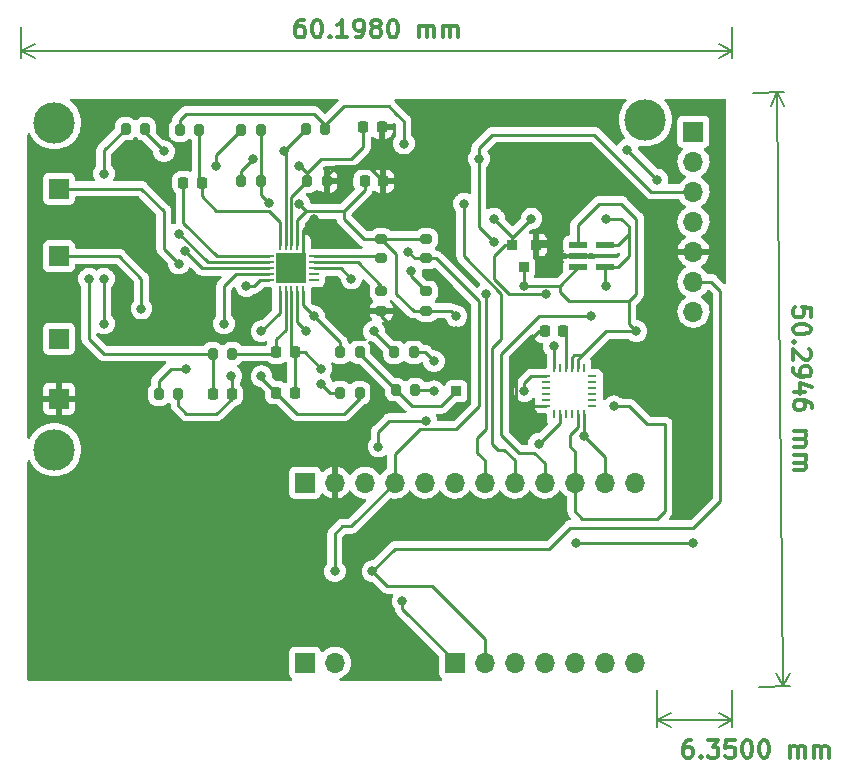
<source format=gtl>
%TF.GenerationSoftware,KiCad,Pcbnew,(6.0.9)*%
%TF.CreationDate,2024-01-25T22:47:47-06:00*%
%TF.ProjectId,AD8232_Heart_Rate_Monitor_v4.0,41443832-3332-45f4-9865-6172745f5261,rev?*%
%TF.SameCoordinates,Original*%
%TF.FileFunction,Copper,L1,Top*%
%TF.FilePolarity,Positive*%
%FSLAX46Y46*%
G04 Gerber Fmt 4.6, Leading zero omitted, Abs format (unit mm)*
G04 Created by KiCad (PCBNEW (6.0.9)) date 2024-01-25 22:47:47*
%MOMM*%
%LPD*%
G01*
G04 APERTURE LIST*
G04 Aperture macros list*
%AMRoundRect*
0 Rectangle with rounded corners*
0 $1 Rounding radius*
0 $2 $3 $4 $5 $6 $7 $8 $9 X,Y pos of 4 corners*
0 Add a 4 corners polygon primitive as box body*
4,1,4,$2,$3,$4,$5,$6,$7,$8,$9,$2,$3,0*
0 Add four circle primitives for the rounded corners*
1,1,$1+$1,$2,$3*
1,1,$1+$1,$4,$5*
1,1,$1+$1,$6,$7*
1,1,$1+$1,$8,$9*
0 Add four rect primitives between the rounded corners*
20,1,$1+$1,$2,$3,$4,$5,0*
20,1,$1+$1,$4,$5,$6,$7,0*
20,1,$1+$1,$6,$7,$8,$9,0*
20,1,$1+$1,$8,$9,$2,$3,0*%
G04 Aperture macros list end*
%ADD10C,0.300000*%
%TA.AperFunction,NonConductor*%
%ADD11C,0.300000*%
%TD*%
%TA.AperFunction,NonConductor*%
%ADD12C,0.200000*%
%TD*%
%TA.AperFunction,ComponentPad*%
%ADD13R,1.700000X1.700000*%
%TD*%
%TA.AperFunction,ComponentPad*%
%ADD14O,1.700000X1.700000*%
%TD*%
%TA.AperFunction,SMDPad,CuDef*%
%ADD15RoundRect,0.225000X-0.225000X-0.250000X0.225000X-0.250000X0.225000X0.250000X-0.225000X0.250000X0*%
%TD*%
%TA.AperFunction,SMDPad,CuDef*%
%ADD16RoundRect,0.200000X0.275000X-0.200000X0.275000X0.200000X-0.275000X0.200000X-0.275000X-0.200000X0*%
%TD*%
%TA.AperFunction,SMDPad,CuDef*%
%ADD17RoundRect,0.200000X-0.200000X-0.275000X0.200000X-0.275000X0.200000X0.275000X-0.200000X0.275000X0*%
%TD*%
%TA.AperFunction,SMDPad,CuDef*%
%ADD18RoundRect,0.200000X0.200000X0.275000X-0.200000X0.275000X-0.200000X-0.275000X0.200000X-0.275000X0*%
%TD*%
%TA.AperFunction,SMDPad,CuDef*%
%ADD19RoundRect,0.200000X-0.275000X0.200000X-0.275000X-0.200000X0.275000X-0.200000X0.275000X0.200000X0*%
%TD*%
%TA.AperFunction,SMDPad,CuDef*%
%ADD20RoundRect,0.225000X0.225000X0.250000X-0.225000X0.250000X-0.225000X-0.250000X0.225000X-0.250000X0*%
%TD*%
%TA.AperFunction,ComponentPad*%
%ADD21R,0.850000X0.850000*%
%TD*%
%TA.AperFunction,SMDPad,CuDef*%
%ADD22RoundRect,0.062500X-0.350000X-0.062500X0.350000X-0.062500X0.350000X0.062500X-0.350000X0.062500X0*%
%TD*%
%TA.AperFunction,SMDPad,CuDef*%
%ADD23RoundRect,0.062500X-0.062500X-0.350000X0.062500X-0.350000X0.062500X0.350000X-0.062500X0.350000X0*%
%TD*%
%TA.AperFunction,SMDPad,CuDef*%
%ADD24R,2.500000X2.500000*%
%TD*%
%TA.AperFunction,SMDPad,CuDef*%
%ADD25R,0.790000X0.260000*%
%TD*%
%TA.AperFunction,SMDPad,CuDef*%
%ADD26R,0.260000X0.790000*%
%TD*%
%TA.AperFunction,ConnectorPad*%
%ADD27C,3.500000*%
%TD*%
%TA.AperFunction,ComponentPad*%
%ADD28C,2.600000*%
%TD*%
%TA.AperFunction,SMDPad,CuDef*%
%ADD29R,0.812800X0.889000*%
%TD*%
%TA.AperFunction,SMDPad,CuDef*%
%ADD30RoundRect,0.041300X-0.683700X-0.253700X0.683700X-0.253700X0.683700X0.253700X-0.683700X0.253700X0*%
%TD*%
%TA.AperFunction,ViaPad*%
%ADD31C,0.800000*%
%TD*%
%TA.AperFunction,Conductor*%
%ADD32C,0.250000*%
%TD*%
G04 APERTURE END LIST*
D10*
D11*
X160798423Y-81943350D02*
X160791209Y-81229101D01*
X160076238Y-81164890D01*
X160148384Y-81235594D01*
X160221252Y-81377722D01*
X160224859Y-81734847D01*
X160154877Y-81878418D01*
X160084174Y-81950565D01*
X159942046Y-82023432D01*
X159584921Y-82027040D01*
X159441350Y-81957058D01*
X159369203Y-81886354D01*
X159296335Y-81744226D01*
X159292728Y-81387101D01*
X159362710Y-81243530D01*
X159433414Y-81171383D01*
X160808524Y-82943299D02*
X160809967Y-83086149D01*
X160739985Y-83229720D01*
X160669281Y-83301866D01*
X160527153Y-83374734D01*
X160242175Y-83449045D01*
X159885050Y-83452652D01*
X159598629Y-83384113D01*
X159455057Y-83314131D01*
X159382911Y-83243428D01*
X159310043Y-83101299D01*
X159308600Y-82958450D01*
X159378582Y-82814878D01*
X159449286Y-82742732D01*
X159591414Y-82669864D01*
X159876392Y-82595553D01*
X160233517Y-82591946D01*
X160519938Y-82660485D01*
X160663510Y-82730467D01*
X160735656Y-82801170D01*
X160808524Y-82943299D01*
X159462994Y-84099806D02*
X159392290Y-84171952D01*
X159320144Y-84101248D01*
X159390847Y-84029102D01*
X159462994Y-84099806D01*
X159320144Y-84101248D01*
X160683711Y-84730365D02*
X160755857Y-84801068D01*
X160828725Y-84943197D01*
X160832332Y-85300321D01*
X160762350Y-85443893D01*
X160691647Y-85516039D01*
X160549518Y-85588907D01*
X160406668Y-85590350D01*
X160191672Y-85521089D01*
X159325915Y-84672648D01*
X159335294Y-85601172D01*
X159342509Y-86315421D02*
X159345395Y-86601121D01*
X159418263Y-86743249D01*
X159490409Y-86813953D01*
X159706127Y-86954638D01*
X159992548Y-87023177D01*
X160563947Y-87017406D01*
X160706076Y-86944538D01*
X160776779Y-86872391D01*
X160846761Y-86728820D01*
X160843875Y-86443120D01*
X160771008Y-86300992D01*
X160698861Y-86230288D01*
X160555290Y-86160306D01*
X160198165Y-86163914D01*
X160056037Y-86236782D01*
X159985333Y-86308928D01*
X159915351Y-86452499D01*
X159918237Y-86738199D01*
X159991105Y-86880327D01*
X160063252Y-86951031D01*
X160206823Y-87021013D01*
X160362659Y-88305219D02*
X159362710Y-88315319D01*
X160930451Y-87942322D02*
X159855470Y-87596020D01*
X159864849Y-88524544D01*
X160877063Y-89728667D02*
X160874177Y-89442967D01*
X160801309Y-89300839D01*
X160729163Y-89230135D01*
X160513445Y-89089450D01*
X160227024Y-89020911D01*
X159655624Y-89026683D01*
X159513496Y-89099550D01*
X159442793Y-89171697D01*
X159372811Y-89315268D01*
X159375696Y-89600968D01*
X159448564Y-89743096D01*
X159520711Y-89813800D01*
X159664282Y-89883782D01*
X160021407Y-89880174D01*
X160163535Y-89807307D01*
X160234238Y-89735160D01*
X160304220Y-89591589D01*
X160301335Y-89305889D01*
X160228467Y-89163761D01*
X160156320Y-89093057D01*
X160012749Y-89023075D01*
X159396619Y-91672291D02*
X160396568Y-91662190D01*
X160253718Y-91663633D02*
X160325864Y-91734337D01*
X160398732Y-91876465D01*
X160400897Y-92090740D01*
X160330915Y-92234311D01*
X160188786Y-92307179D01*
X159403112Y-92315115D01*
X160188786Y-92307179D02*
X160332358Y-92377161D01*
X160405225Y-92519289D01*
X160407390Y-92733564D01*
X160337408Y-92877136D01*
X160195279Y-92950003D01*
X159409605Y-92957939D01*
X159416820Y-93672189D02*
X160416769Y-93662088D01*
X160273919Y-93663531D02*
X160346065Y-93734235D01*
X160418933Y-93876363D01*
X160421098Y-94090638D01*
X160351116Y-94234209D01*
X160208987Y-94307077D01*
X159423313Y-94315013D01*
X160208987Y-94307077D02*
X160352559Y-94377059D01*
X160425426Y-94519187D01*
X160427591Y-94733462D01*
X160357609Y-94877034D01*
X160215480Y-94949901D01*
X159429806Y-94957837D01*
D12*
X155947974Y-62986950D02*
X158571564Y-62960449D01*
X156455974Y-113278950D02*
X159079564Y-113252449D01*
X157985175Y-62966372D02*
X158493175Y-113258372D01*
X157985175Y-62966372D02*
X158493175Y-113258372D01*
X157985175Y-62966372D02*
X157410162Y-64098741D01*
X157985175Y-62966372D02*
X158582944Y-64086895D01*
X158493175Y-113258372D02*
X159068188Y-112126003D01*
X158493175Y-113258372D02*
X157895406Y-112137849D01*
D10*
D11*
X117864714Y-56814571D02*
X117579000Y-56814571D01*
X117436142Y-56886000D01*
X117364714Y-56957428D01*
X117221857Y-57171714D01*
X117150428Y-57457428D01*
X117150428Y-58028857D01*
X117221857Y-58171714D01*
X117293285Y-58243142D01*
X117436142Y-58314571D01*
X117721857Y-58314571D01*
X117864714Y-58243142D01*
X117936142Y-58171714D01*
X118007571Y-58028857D01*
X118007571Y-57671714D01*
X117936142Y-57528857D01*
X117864714Y-57457428D01*
X117721857Y-57386000D01*
X117436142Y-57386000D01*
X117293285Y-57457428D01*
X117221857Y-57528857D01*
X117150428Y-57671714D01*
X118936142Y-56814571D02*
X119079000Y-56814571D01*
X119221857Y-56886000D01*
X119293285Y-56957428D01*
X119364714Y-57100285D01*
X119436142Y-57386000D01*
X119436142Y-57743142D01*
X119364714Y-58028857D01*
X119293285Y-58171714D01*
X119221857Y-58243142D01*
X119079000Y-58314571D01*
X118936142Y-58314571D01*
X118793285Y-58243142D01*
X118721857Y-58171714D01*
X118650428Y-58028857D01*
X118579000Y-57743142D01*
X118579000Y-57386000D01*
X118650428Y-57100285D01*
X118721857Y-56957428D01*
X118793285Y-56886000D01*
X118936142Y-56814571D01*
X120079000Y-58171714D02*
X120150428Y-58243142D01*
X120079000Y-58314571D01*
X120007571Y-58243142D01*
X120079000Y-58171714D01*
X120079000Y-58314571D01*
X121579000Y-58314571D02*
X120721857Y-58314571D01*
X121150428Y-58314571D02*
X121150428Y-56814571D01*
X121007571Y-57028857D01*
X120864714Y-57171714D01*
X120721857Y-57243142D01*
X122293285Y-58314571D02*
X122579000Y-58314571D01*
X122721857Y-58243142D01*
X122793285Y-58171714D01*
X122936142Y-57957428D01*
X123007571Y-57671714D01*
X123007571Y-57100285D01*
X122936142Y-56957428D01*
X122864714Y-56886000D01*
X122721857Y-56814571D01*
X122436142Y-56814571D01*
X122293285Y-56886000D01*
X122221857Y-56957428D01*
X122150428Y-57100285D01*
X122150428Y-57457428D01*
X122221857Y-57600285D01*
X122293285Y-57671714D01*
X122436142Y-57743142D01*
X122721857Y-57743142D01*
X122864714Y-57671714D01*
X122936142Y-57600285D01*
X123007571Y-57457428D01*
X123864714Y-57457428D02*
X123721857Y-57386000D01*
X123650428Y-57314571D01*
X123579000Y-57171714D01*
X123579000Y-57100285D01*
X123650428Y-56957428D01*
X123721857Y-56886000D01*
X123864714Y-56814571D01*
X124150428Y-56814571D01*
X124293285Y-56886000D01*
X124364714Y-56957428D01*
X124436142Y-57100285D01*
X124436142Y-57171714D01*
X124364714Y-57314571D01*
X124293285Y-57386000D01*
X124150428Y-57457428D01*
X123864714Y-57457428D01*
X123721857Y-57528857D01*
X123650428Y-57600285D01*
X123579000Y-57743142D01*
X123579000Y-58028857D01*
X123650428Y-58171714D01*
X123721857Y-58243142D01*
X123864714Y-58314571D01*
X124150428Y-58314571D01*
X124293285Y-58243142D01*
X124364714Y-58171714D01*
X124436142Y-58028857D01*
X124436142Y-57743142D01*
X124364714Y-57600285D01*
X124293285Y-57528857D01*
X124150428Y-57457428D01*
X125364714Y-56814571D02*
X125507571Y-56814571D01*
X125650428Y-56886000D01*
X125721857Y-56957428D01*
X125793285Y-57100285D01*
X125864714Y-57386000D01*
X125864714Y-57743142D01*
X125793285Y-58028857D01*
X125721857Y-58171714D01*
X125650428Y-58243142D01*
X125507571Y-58314571D01*
X125364714Y-58314571D01*
X125221857Y-58243142D01*
X125150428Y-58171714D01*
X125079000Y-58028857D01*
X125007571Y-57743142D01*
X125007571Y-57386000D01*
X125079000Y-57100285D01*
X125150428Y-56957428D01*
X125221857Y-56886000D01*
X125364714Y-56814571D01*
X127650428Y-58314571D02*
X127650428Y-57314571D01*
X127650428Y-57457428D02*
X127721857Y-57386000D01*
X127864714Y-57314571D01*
X128079000Y-57314571D01*
X128221857Y-57386000D01*
X128293285Y-57528857D01*
X128293285Y-58314571D01*
X128293285Y-57528857D02*
X128364714Y-57386000D01*
X128507571Y-57314571D01*
X128721857Y-57314571D01*
X128864714Y-57386000D01*
X128936142Y-57528857D01*
X128936142Y-58314571D01*
X129650428Y-58314571D02*
X129650428Y-57314571D01*
X129650428Y-57457428D02*
X129721857Y-57386000D01*
X129864714Y-57314571D01*
X130079000Y-57314571D01*
X130221857Y-57386000D01*
X130293285Y-57528857D01*
X130293285Y-58314571D01*
X130293285Y-57528857D02*
X130364714Y-57386000D01*
X130507571Y-57314571D01*
X130721857Y-57314571D01*
X130864714Y-57386000D01*
X130936142Y-57528857D01*
X130936142Y-58314571D01*
D12*
X93980000Y-57396000D02*
X93980000Y-60022420D01*
X154178000Y-57396000D02*
X154178000Y-60022420D01*
X93980000Y-59436000D02*
X154178000Y-59436000D01*
X93980000Y-59436000D02*
X154178000Y-59436000D01*
X93980000Y-59436000D02*
X95106504Y-60022421D01*
X93980000Y-59436000D02*
X95106504Y-58849579D01*
X154178000Y-59436000D02*
X153051496Y-58849579D01*
X154178000Y-59436000D02*
X153051496Y-60022421D01*
D10*
D11*
X150710000Y-117796571D02*
X150424285Y-117796571D01*
X150281428Y-117868000D01*
X150210000Y-117939428D01*
X150067142Y-118153714D01*
X149995714Y-118439428D01*
X149995714Y-119010857D01*
X150067142Y-119153714D01*
X150138571Y-119225142D01*
X150281428Y-119296571D01*
X150567142Y-119296571D01*
X150710000Y-119225142D01*
X150781428Y-119153714D01*
X150852857Y-119010857D01*
X150852857Y-118653714D01*
X150781428Y-118510857D01*
X150710000Y-118439428D01*
X150567142Y-118368000D01*
X150281428Y-118368000D01*
X150138571Y-118439428D01*
X150067142Y-118510857D01*
X149995714Y-118653714D01*
X151495714Y-119153714D02*
X151567142Y-119225142D01*
X151495714Y-119296571D01*
X151424285Y-119225142D01*
X151495714Y-119153714D01*
X151495714Y-119296571D01*
X152067142Y-117796571D02*
X152995714Y-117796571D01*
X152495714Y-118368000D01*
X152710000Y-118368000D01*
X152852857Y-118439428D01*
X152924285Y-118510857D01*
X152995714Y-118653714D01*
X152995714Y-119010857D01*
X152924285Y-119153714D01*
X152852857Y-119225142D01*
X152710000Y-119296571D01*
X152281428Y-119296571D01*
X152138571Y-119225142D01*
X152067142Y-119153714D01*
X154352857Y-117796571D02*
X153638571Y-117796571D01*
X153567142Y-118510857D01*
X153638571Y-118439428D01*
X153781428Y-118368000D01*
X154138571Y-118368000D01*
X154281428Y-118439428D01*
X154352857Y-118510857D01*
X154424285Y-118653714D01*
X154424285Y-119010857D01*
X154352857Y-119153714D01*
X154281428Y-119225142D01*
X154138571Y-119296571D01*
X153781428Y-119296571D01*
X153638571Y-119225142D01*
X153567142Y-119153714D01*
X155352857Y-117796571D02*
X155495714Y-117796571D01*
X155638571Y-117868000D01*
X155710000Y-117939428D01*
X155781428Y-118082285D01*
X155852857Y-118368000D01*
X155852857Y-118725142D01*
X155781428Y-119010857D01*
X155710000Y-119153714D01*
X155638571Y-119225142D01*
X155495714Y-119296571D01*
X155352857Y-119296571D01*
X155210000Y-119225142D01*
X155138571Y-119153714D01*
X155067142Y-119010857D01*
X154995714Y-118725142D01*
X154995714Y-118368000D01*
X155067142Y-118082285D01*
X155138571Y-117939428D01*
X155210000Y-117868000D01*
X155352857Y-117796571D01*
X156781428Y-117796571D02*
X156924285Y-117796571D01*
X157067142Y-117868000D01*
X157138571Y-117939428D01*
X157210000Y-118082285D01*
X157281428Y-118368000D01*
X157281428Y-118725142D01*
X157210000Y-119010857D01*
X157138571Y-119153714D01*
X157067142Y-119225142D01*
X156924285Y-119296571D01*
X156781428Y-119296571D01*
X156638571Y-119225142D01*
X156567142Y-119153714D01*
X156495714Y-119010857D01*
X156424285Y-118725142D01*
X156424285Y-118368000D01*
X156495714Y-118082285D01*
X156567142Y-117939428D01*
X156638571Y-117868000D01*
X156781428Y-117796571D01*
X159067142Y-119296571D02*
X159067142Y-118296571D01*
X159067142Y-118439428D02*
X159138571Y-118368000D01*
X159281428Y-118296571D01*
X159495714Y-118296571D01*
X159638571Y-118368000D01*
X159710000Y-118510857D01*
X159710000Y-119296571D01*
X159710000Y-118510857D02*
X159781428Y-118368000D01*
X159924285Y-118296571D01*
X160138571Y-118296571D01*
X160281428Y-118368000D01*
X160352857Y-118510857D01*
X160352857Y-119296571D01*
X161067142Y-119296571D02*
X161067142Y-118296571D01*
X161067142Y-118439428D02*
X161138571Y-118368000D01*
X161281428Y-118296571D01*
X161495714Y-118296571D01*
X161638571Y-118368000D01*
X161710000Y-118510857D01*
X161710000Y-119296571D01*
X161710000Y-118510857D02*
X161781428Y-118368000D01*
X161924285Y-118296571D01*
X162138571Y-118296571D01*
X162281428Y-118368000D01*
X162352857Y-118510857D01*
X162352857Y-119296571D01*
D12*
X147828000Y-113530000D02*
X147828000Y-116664420D01*
X154178000Y-113530000D02*
X154178000Y-116664420D01*
X147828000Y-116078000D02*
X154178000Y-116078000D01*
X147828000Y-116078000D02*
X154178000Y-116078000D01*
X147828000Y-116078000D02*
X148954504Y-116664421D01*
X147828000Y-116078000D02*
X148954504Y-115491579D01*
X154178000Y-116078000D02*
X153051496Y-115491579D01*
X154178000Y-116078000D02*
X153051496Y-116664421D01*
D13*
X117983000Y-96012000D03*
D14*
X120523000Y-96012000D03*
X123063000Y-96012000D03*
X125603000Y-96012000D03*
X128143000Y-96012000D03*
X130683000Y-96012000D03*
X133223000Y-96012000D03*
X135763000Y-96012000D03*
X138303000Y-96012000D03*
X140843000Y-96012000D03*
X143383000Y-96012000D03*
X145923000Y-96012000D03*
D13*
X117983000Y-111252000D03*
D14*
X120523000Y-111252000D03*
D13*
X130683000Y-111252000D03*
D14*
X133223000Y-111252000D03*
X135763000Y-111252000D03*
X138303000Y-111252000D03*
X140843000Y-111252000D03*
X143383000Y-111252000D03*
X145923000Y-111252000D03*
D15*
X123050000Y-70485000D03*
X124600000Y-70485000D03*
X122923000Y-65913000D03*
X124473000Y-65913000D03*
X107683000Y-70612000D03*
X109233000Y-70612000D03*
X115557000Y-88392000D03*
X117107000Y-88392000D03*
D16*
X124460000Y-77025000D03*
X124460000Y-75375000D03*
D17*
X120968000Y-84963000D03*
X122618000Y-84963000D03*
D18*
X114236000Y-66167000D03*
X112586000Y-66167000D03*
D16*
X124460000Y-81470000D03*
X124460000Y-79820000D03*
D19*
X128270000Y-79820000D03*
X128270000Y-81470000D03*
D17*
X120968000Y-88392000D03*
X122618000Y-88392000D03*
D20*
X111773000Y-88519000D03*
X110223000Y-88519000D03*
D17*
X125540000Y-84963000D03*
X127190000Y-84963000D03*
D18*
X114236000Y-70485000D03*
X112586000Y-70485000D03*
X109029000Y-66167000D03*
X107379000Y-66167000D03*
D17*
X118047000Y-66040000D03*
X119697000Y-66040000D03*
D18*
X119824000Y-70485000D03*
X118174000Y-70485000D03*
D20*
X117107000Y-84963000D03*
X115557000Y-84963000D03*
D17*
X102807000Y-66040000D03*
X104457000Y-66040000D03*
X110173000Y-85090000D03*
X111823000Y-85090000D03*
D18*
X107251000Y-88519000D03*
X105601000Y-88519000D03*
D17*
X125667000Y-88138000D03*
X127317000Y-88138000D03*
D13*
X97155000Y-71120000D03*
X97155000Y-76835000D03*
X97155000Y-83820000D03*
D16*
X128270000Y-77025000D03*
X128270000Y-75375000D03*
D21*
X130810000Y-88265000D03*
D22*
X114902500Y-76851000D03*
X114902500Y-77351000D03*
X114902500Y-77851000D03*
X114902500Y-78351000D03*
X114902500Y-78851000D03*
D23*
X115840000Y-79788500D03*
X116340000Y-79788500D03*
X116840000Y-79788500D03*
X117340000Y-79788500D03*
X117840000Y-79788500D03*
D22*
X118777500Y-78851000D03*
X118777500Y-78351000D03*
X118777500Y-77851000D03*
X118777500Y-77351000D03*
X118777500Y-76851000D03*
D23*
X117840000Y-75913500D03*
X117340000Y-75913500D03*
X116840000Y-75913500D03*
X116340000Y-75913500D03*
X115840000Y-75913500D03*
D24*
X116840000Y-77851000D03*
D25*
X142305000Y-89515000D03*
X142305000Y-89015000D03*
X142305000Y-88515000D03*
X142305000Y-88015000D03*
X142305000Y-87515000D03*
X142305000Y-87015000D03*
D26*
X141585000Y-86295000D03*
X141085000Y-86295000D03*
X140585000Y-86295000D03*
X140085000Y-86295000D03*
X139585000Y-86295000D03*
X139085000Y-86295000D03*
D25*
X138365000Y-87015000D03*
X138365000Y-87515000D03*
X138365000Y-88015000D03*
X138365000Y-88515000D03*
X138365000Y-89015000D03*
X138365000Y-89515000D03*
D26*
X139085000Y-90235000D03*
X139585000Y-90235000D03*
X140085000Y-90235000D03*
X140585000Y-90235000D03*
X141085000Y-90235000D03*
X141585000Y-90235000D03*
D13*
X150876000Y-66294000D03*
D14*
X150876000Y-68834000D03*
X150876000Y-71374000D03*
X150876000Y-73914000D03*
X150876000Y-76454000D03*
X150876000Y-78994000D03*
X150876000Y-81534000D03*
D27*
X96774000Y-65532000D03*
D28*
X96774000Y-65532000D03*
D29*
X137549999Y-75890001D03*
X135500001Y-75890001D03*
X136525000Y-77780000D03*
D30*
X141085000Y-75885000D03*
X141085000Y-76835000D03*
X141085000Y-77785000D03*
X143395000Y-77785000D03*
X143395000Y-75885000D03*
D28*
X96774000Y-93218000D03*
D27*
X96774000Y-93218000D03*
D20*
X139840000Y-83185000D03*
X138290000Y-83185000D03*
D28*
X146812000Y-65278000D03*
D27*
X146812000Y-65278000D03*
D13*
X97155000Y-88900000D03*
D31*
X139065000Y-74971900D03*
X118745000Y-73701900D03*
X119380000Y-71755000D03*
X130810000Y-83185000D03*
X119380000Y-92075000D03*
X128270000Y-70485000D03*
X120650000Y-81280000D03*
X135931900Y-90170000D03*
X127000000Y-78105000D03*
X121920000Y-78740000D03*
X114300000Y-83185000D03*
X114300000Y-86995000D03*
X118745000Y-81915000D03*
X111760000Y-86995000D03*
X111125000Y-82550000D03*
X113030000Y-79375000D03*
X113559100Y-68621900D03*
X117475000Y-69215000D03*
X104140000Y-81280000D03*
X107315000Y-74930000D03*
X107788859Y-76361141D03*
X116205000Y-67945000D03*
X106045000Y-67945000D03*
X107315000Y-77470000D03*
X119380000Y-86360000D03*
X128905000Y-85725000D03*
X107950000Y-86360000D03*
X123825000Y-83185000D03*
X118110000Y-83185000D03*
X130810000Y-81915000D03*
X136525000Y-79333100D03*
X146050000Y-83185000D03*
X117516900Y-72390000D03*
X136566900Y-88265000D03*
X114935000Y-72348100D03*
X110490000Y-69215000D03*
X100965000Y-78740000D03*
X100965000Y-82550000D03*
X119380000Y-87630000D03*
X126365000Y-67310000D03*
X100965000Y-69850000D03*
X99695000Y-78740000D03*
X120523000Y-103505000D03*
X126746000Y-76454000D03*
X145288000Y-67818000D03*
X147828000Y-70358000D03*
X128905000Y-88265000D03*
X124206000Y-92964000D03*
X128270000Y-90763100D03*
X137795000Y-92710000D03*
X143510000Y-79375000D03*
X143510000Y-73660000D03*
X133985000Y-73660000D03*
X137160000Y-73660000D03*
X138430000Y-80010000D03*
X126238000Y-106045000D03*
X123698000Y-103505000D03*
X133985000Y-75606900D03*
X132715000Y-68580000D03*
X133350000Y-80010000D03*
X131445000Y-72390000D03*
X142240000Y-81915000D03*
X140970000Y-101092000D03*
X150876000Y-101092000D03*
X144145000Y-89535000D03*
X141585000Y-92095000D03*
X139065000Y-84455000D03*
D32*
X124286000Y-76851000D02*
X124460000Y-77025000D01*
X118777500Y-76851000D02*
X124286000Y-76851000D01*
X137549999Y-75810001D02*
X137549999Y-75890001D01*
X120523000Y-93599000D02*
X119380000Y-92456000D01*
X120523000Y-96012000D02*
X120523000Y-93599000D01*
X137795000Y-75565000D02*
X137549999Y-75810001D01*
X135890000Y-85090000D02*
X137795000Y-83185000D01*
X119380000Y-92456000D02*
X119380000Y-92075000D01*
X125730000Y-83185000D02*
X130810000Y-83185000D01*
X123330000Y-69215000D02*
X124600000Y-70485000D01*
X138365000Y-89515000D02*
X136586900Y-89515000D01*
X100965000Y-88900000D02*
X105410000Y-93345000D01*
X124460000Y-81470000D02*
X124847146Y-81470000D01*
X124460000Y-81915000D02*
X125730000Y-83185000D01*
X119824000Y-70485000D02*
X119824000Y-71311000D01*
X117840000Y-74606900D02*
X117840000Y-75913500D01*
X120650000Y-81280000D02*
X124270000Y-81280000D01*
X124600000Y-70485000D02*
X128270000Y-70485000D01*
X124270000Y-81280000D02*
X124460000Y-81470000D01*
X135890000Y-90211900D02*
X135931900Y-90170000D01*
X119824000Y-71311000D02*
X119380000Y-71755000D01*
X137795000Y-83185000D02*
X138290000Y-83185000D01*
X135890000Y-90128100D02*
X135931900Y-90170000D01*
X119824000Y-70485000D02*
X119824000Y-70041000D01*
X138471900Y-75565000D02*
X137795000Y-75565000D01*
X139700000Y-76835000D02*
X141085000Y-76835000D01*
X118745000Y-73701900D02*
X117840000Y-74606900D01*
X135890000Y-85090000D02*
X135890000Y-90128100D01*
X117840000Y-76851000D02*
X116840000Y-77851000D01*
X124473000Y-65913000D02*
X124473000Y-70358000D01*
X120650000Y-69215000D02*
X123330000Y-69215000D01*
X136586900Y-89515000D02*
X135931900Y-90170000D01*
X119824000Y-70041000D02*
X120650000Y-69215000D01*
X139065000Y-76200000D02*
X139700000Y-76835000D01*
X139065000Y-74971900D02*
X139065000Y-76200000D01*
X139065000Y-74971900D02*
X138471900Y-75565000D01*
X124473000Y-70358000D02*
X124600000Y-70485000D01*
X117840000Y-75913500D02*
X117840000Y-76851000D01*
X124460000Y-81470000D02*
X124460000Y-81915000D01*
X97155000Y-88900000D02*
X100965000Y-88900000D01*
X118110000Y-93345000D02*
X119380000Y-92075000D01*
X105410000Y-93345000D02*
X118110000Y-93345000D01*
X127000000Y-78550000D02*
X128270000Y-79820000D01*
X127000000Y-78105000D02*
X127000000Y-78550000D01*
X118777500Y-77851000D02*
X121031000Y-77851000D01*
X121031000Y-77851000D02*
X121920000Y-78740000D01*
X110490000Y-73025000D02*
X109233000Y-71768000D01*
X114935000Y-73025000D02*
X110490000Y-73025000D01*
X109029000Y-66167000D02*
X109029000Y-70408000D01*
X109233000Y-71768000D02*
X109233000Y-70612000D01*
X115840000Y-75913500D02*
X115840000Y-73930000D01*
X115840000Y-73930000D02*
X114935000Y-73025000D01*
X109029000Y-70408000D02*
X109233000Y-70612000D01*
X115557000Y-88392000D02*
X117335000Y-90170000D01*
X115840000Y-81645000D02*
X114300000Y-83185000D01*
X114300000Y-87135000D02*
X115557000Y-88392000D01*
X117335000Y-90170000D02*
X121285000Y-90170000D01*
X114300000Y-86995000D02*
X114300000Y-87135000D01*
X115840000Y-79788500D02*
X115840000Y-81645000D01*
X121285000Y-90170000D02*
X122618000Y-88837000D01*
X122618000Y-88837000D02*
X122618000Y-88392000D01*
X107950000Y-90170000D02*
X110490000Y-90170000D01*
X111773000Y-88519000D02*
X111773000Y-87008000D01*
X120968000Y-84138000D02*
X120968000Y-84963000D01*
X118745000Y-81915000D02*
X120968000Y-84138000D01*
X107251000Y-89471000D02*
X107950000Y-90170000D01*
X117840000Y-81010000D02*
X118745000Y-81915000D01*
X117840000Y-79788500D02*
X117840000Y-81010000D01*
X111773000Y-87008000D02*
X111760000Y-86995000D01*
X107251000Y-88519000D02*
X107251000Y-89471000D01*
X110490000Y-90170000D02*
X111773000Y-88887000D01*
X111773000Y-88887000D02*
X111773000Y-88519000D01*
X122618000Y-84963000D02*
X122618000Y-85089000D01*
X129540000Y-89535000D02*
X130810000Y-88265000D01*
X122618000Y-85089000D02*
X125667000Y-88138000D01*
X127064000Y-89535000D02*
X129540000Y-89535000D01*
X125667000Y-88138000D02*
X127064000Y-89535000D01*
X122436000Y-77351000D02*
X124460000Y-79375000D01*
X118777500Y-77351000D02*
X122436000Y-77351000D01*
X124460000Y-79375000D02*
X124460000Y-79820000D01*
X114902500Y-78351000D02*
X112149000Y-78351000D01*
X111760000Y-78740000D02*
X111125000Y-79375000D01*
X111125000Y-79375000D02*
X111125000Y-80010000D01*
X112149000Y-78351000D02*
X111760000Y-78740000D01*
X111125000Y-80010000D02*
X111125000Y-82550000D01*
X113665000Y-79375000D02*
X113030000Y-79375000D01*
X114902500Y-78851000D02*
X114189000Y-78851000D01*
X114189000Y-78851000D02*
X113665000Y-79375000D01*
X110506000Y-76851000D02*
X107683000Y-74028000D01*
X114902500Y-76851000D02*
X110506000Y-76851000D01*
X107683000Y-74028000D02*
X107683000Y-70612000D01*
X121920000Y-68580000D02*
X119380000Y-68580000D01*
X118174000Y-69786000D02*
X117603000Y-69215000D01*
X112586000Y-69595000D02*
X113559100Y-68621900D01*
X122923000Y-67577000D02*
X121920000Y-68580000D01*
X117603000Y-69215000D02*
X117475000Y-69215000D01*
X122923000Y-65913000D02*
X122923000Y-67577000D01*
X112586000Y-70485000D02*
X112586000Y-69595000D01*
X119380000Y-68580000D02*
X118174000Y-69786000D01*
X116840000Y-71819000D02*
X118174000Y-70485000D01*
X118174000Y-69786000D02*
X118174000Y-70485000D01*
X116840000Y-75913500D02*
X116840000Y-71819000D01*
X104140000Y-78740000D02*
X102235000Y-76835000D01*
X102235000Y-76835000D02*
X97155000Y-76835000D01*
X104140000Y-81280000D02*
X104140000Y-78740000D01*
X114902500Y-77351000D02*
X109736000Y-77351000D01*
X109736000Y-77351000D02*
X107315000Y-74930000D01*
X114902500Y-77851000D02*
X109278718Y-77851000D01*
X109278718Y-77851000D02*
X107788859Y-76361141D01*
X104457000Y-66357000D02*
X106045000Y-67945000D01*
X116205000Y-67945000D02*
X118047000Y-66103000D01*
X104457000Y-66040000D02*
X104457000Y-66357000D01*
X116340000Y-68080000D02*
X116205000Y-67945000D01*
X116340000Y-75913500D02*
X116340000Y-68080000D01*
X118047000Y-66103000D02*
X118047000Y-66040000D01*
X106045000Y-73025000D02*
X106045000Y-76200000D01*
X97155000Y-71120000D02*
X104140000Y-71120000D01*
X106045000Y-76200000D02*
X107315000Y-77470000D01*
X104140000Y-71120000D02*
X106045000Y-73025000D01*
X116840000Y-84696000D02*
X117107000Y-84963000D01*
X127190000Y-84963000D02*
X128143000Y-84963000D01*
X119380000Y-86360000D02*
X117983000Y-84963000D01*
X116840000Y-79788500D02*
X116840000Y-84696000D01*
X117107000Y-84963000D02*
X117107000Y-88392000D01*
X117983000Y-84963000D02*
X117107000Y-84963000D01*
X128143000Y-84963000D02*
X128905000Y-85725000D01*
X115557000Y-83833000D02*
X115557000Y-84963000D01*
X115430000Y-85090000D02*
X115557000Y-84963000D01*
X116340000Y-83050000D02*
X115557000Y-83833000D01*
X116340000Y-79788500D02*
X116340000Y-83050000D01*
X111823000Y-85090000D02*
X115430000Y-85090000D01*
X105601000Y-87439000D02*
X105601000Y-88519000D01*
X117340000Y-82415000D02*
X118110000Y-83185000D01*
X106680000Y-86360000D02*
X105601000Y-87439000D01*
X117340000Y-79788500D02*
X117340000Y-82415000D01*
X107950000Y-86360000D02*
X106680000Y-86360000D01*
X123825000Y-83185000D02*
X123825000Y-83248000D01*
X123825000Y-83248000D02*
X125540000Y-84963000D01*
X140585000Y-86295000D02*
X140585000Y-85424200D01*
X117516900Y-72431900D02*
X118110000Y-73025000D01*
X137160000Y-86995000D02*
X137180000Y-87015000D01*
X145415000Y-82550000D02*
X146050000Y-83185000D01*
X117340000Y-75913500D02*
X117340000Y-73795000D01*
X140792200Y-85217000D02*
X141427200Y-85217000D01*
X123000000Y-75375000D02*
X121285000Y-73660000D01*
X117340000Y-73795000D02*
X118110000Y-73025000D01*
X144780000Y-72390000D02*
X142875000Y-72390000D01*
X139537400Y-79847400D02*
X140335000Y-80645000D01*
X136566900Y-87588100D02*
X137160000Y-86995000D01*
X114236000Y-70485000D02*
X114236000Y-71649100D01*
X141085000Y-85610000D02*
X141452600Y-85242400D01*
X117516900Y-72390000D02*
X117516900Y-72431900D01*
X140585000Y-85424200D02*
X140792200Y-85217000D01*
X121285000Y-73660000D02*
X121285000Y-73025000D01*
X124460000Y-75375000D02*
X123000000Y-75375000D01*
X130365000Y-81470000D02*
X130810000Y-81915000D01*
X118110000Y-73025000D02*
X121285000Y-73025000D01*
X145415000Y-80645000D02*
X145415000Y-82550000D01*
X141452600Y-85242400D02*
X143510000Y-83185000D01*
X142875000Y-72390000D02*
X141085000Y-74180000D01*
X127190000Y-81470000D02*
X125730000Y-80010000D01*
X136525000Y-79333100D02*
X136525000Y-77780000D01*
X114236000Y-71649100D02*
X114935000Y-72348100D01*
X146050000Y-80010000D02*
X146050000Y-73660000D01*
X124460000Y-75375000D02*
X128270000Y-75375000D01*
X136566900Y-88265000D02*
X136566900Y-87588100D01*
X136525500Y-79332600D02*
X136525000Y-79333100D01*
X128270000Y-81470000D02*
X130365000Y-81470000D01*
X123050000Y-71260000D02*
X123050000Y-70485000D01*
X139537400Y-79332600D02*
X136525500Y-79332600D01*
X141427200Y-85217000D02*
X141452600Y-85242400D01*
X140335000Y-80645000D02*
X145415000Y-80645000D01*
X141085000Y-86295000D02*
X141085000Y-85610000D01*
X125730000Y-76645000D02*
X124460000Y-75375000D01*
X125730000Y-80010000D02*
X125730000Y-76645000D01*
X141085000Y-74180000D02*
X141085000Y-75885000D01*
X145415000Y-80645000D02*
X146050000Y-80010000D01*
X121285000Y-73025000D02*
X123050000Y-71260000D01*
X114236000Y-66167000D02*
X114236000Y-70485000D01*
X141085000Y-77785000D02*
X139537400Y-79332600D01*
X128270000Y-81470000D02*
X127190000Y-81470000D01*
X143510000Y-83185000D02*
X146050000Y-83185000D01*
X139537400Y-79332600D02*
X139537400Y-79847400D01*
X137180000Y-87015000D02*
X138365000Y-87015000D01*
X146050000Y-73660000D02*
X144780000Y-72390000D01*
X110490000Y-68263000D02*
X110490000Y-69215000D01*
X112586000Y-66167000D02*
X110490000Y-68263000D01*
X100965000Y-78740000D02*
X100965000Y-82550000D01*
X120142000Y-88392000D02*
X120968000Y-88392000D01*
X120650000Y-64770000D02*
X121285000Y-64135000D01*
X119697000Y-65722000D02*
X119697000Y-66040000D01*
X125095000Y-64135000D02*
X125730000Y-64770000D01*
X118745000Y-64770000D02*
X119697000Y-65722000D01*
X125730000Y-64770000D02*
X126365000Y-65405000D01*
X107379000Y-66167000D02*
X107379000Y-65341000D01*
X126365000Y-65405000D02*
X126365000Y-67310000D01*
X119697000Y-65723000D02*
X120650000Y-64770000D01*
X122555000Y-64135000D02*
X125095000Y-64135000D01*
X107379000Y-65341000D02*
X107950000Y-64770000D01*
X121285000Y-64135000D02*
X122555000Y-64135000D01*
X119380000Y-87630000D02*
X120142000Y-88392000D01*
X107950000Y-64770000D02*
X118745000Y-64770000D01*
X119697000Y-66040000D02*
X119697000Y-65723000D01*
X102807000Y-66040000D02*
X100965000Y-67882000D01*
X110223000Y-88519000D02*
X110223000Y-85140000D01*
X110223000Y-85140000D02*
X110173000Y-85090000D01*
X99695000Y-78740000D02*
X99695000Y-83820000D01*
X100965000Y-85090000D02*
X110173000Y-85090000D01*
X99695000Y-83820000D02*
X100965000Y-85090000D01*
X100965000Y-67882000D02*
X100965000Y-69850000D01*
X132715000Y-80645000D02*
X132715000Y-89535000D01*
X127317000Y-77025000D02*
X126746000Y-76454000D01*
X130810000Y-91440000D02*
X127762000Y-91440000D01*
X129095000Y-77025000D02*
X132715000Y-80645000D01*
X125603000Y-96012000D02*
X121920000Y-99695000D01*
X132715000Y-89535000D02*
X130810000Y-91440000D01*
X121158000Y-99695000D02*
X120523000Y-100330000D01*
X121920000Y-99695000D02*
X121158000Y-99695000D01*
X128270000Y-77025000D02*
X129095000Y-77025000D01*
X128270000Y-77025000D02*
X127317000Y-77025000D01*
X145288000Y-67818000D02*
X147828000Y-70358000D01*
X125603000Y-93599000D02*
X125603000Y-96012000D01*
X127762000Y-91440000D02*
X125603000Y-93599000D01*
X120523000Y-100330000D02*
X120523000Y-103505000D01*
X127317000Y-88138000D02*
X128778000Y-88138000D01*
X124206000Y-91694000D02*
X125136900Y-90763100D01*
X124206000Y-92964000D02*
X124206000Y-91694000D01*
X128778000Y-88138000D02*
X128905000Y-88265000D01*
X125136900Y-90763100D02*
X128270000Y-90763100D01*
X140085000Y-83430000D02*
X139840000Y-83185000D01*
X140085000Y-86295000D02*
X140085000Y-83430000D01*
X139585000Y-90920000D02*
X137795000Y-92710000D01*
X139585000Y-90235000D02*
X139585000Y-90920000D01*
X123190000Y-96012000D02*
X123063000Y-96012000D01*
X145415000Y-74295000D02*
X145415000Y-74930000D01*
X144780000Y-73660000D02*
X145415000Y-74295000D01*
X143395000Y-79260000D02*
X143510000Y-79375000D01*
X143395000Y-77785000D02*
X143395000Y-79260000D01*
X145415000Y-74930000D02*
X144460000Y-75885000D01*
X145415000Y-76835000D02*
X145415000Y-74930000D01*
X144460000Y-75885000D02*
X143395000Y-75885000D01*
X143510000Y-73660000D02*
X144780000Y-73660000D01*
X144465000Y-77785000D02*
X145415000Y-76835000D01*
X143395000Y-77785000D02*
X144465000Y-77785000D01*
X135500001Y-75319999D02*
X135500001Y-75890001D01*
X135255000Y-80010000D02*
X138430000Y-80010000D01*
X134929999Y-75890001D02*
X133985000Y-76835000D01*
X135500001Y-75175001D02*
X133985000Y-73660000D01*
X135500001Y-75890001D02*
X134929999Y-75890001D01*
X133985000Y-78740000D02*
X135255000Y-80010000D01*
X133985000Y-76835000D02*
X133985000Y-78740000D01*
X135500001Y-75319999D02*
X135500001Y-75175001D01*
X137160000Y-73660000D02*
X135500001Y-75319999D01*
X126238000Y-106680000D02*
X130683000Y-111125000D01*
X126238000Y-106045000D02*
X126238000Y-106680000D01*
X130683000Y-111125000D02*
X130683000Y-111252000D01*
X128778000Y-104775000D02*
X133223000Y-109220000D01*
X153162000Y-97536000D02*
X153162000Y-79756000D01*
X152400000Y-78994000D02*
X150876000Y-78994000D01*
X125603000Y-101600000D02*
X138684000Y-101600000D01*
X133223000Y-109220000D02*
X133223000Y-111252000D01*
X123698000Y-103505000D02*
X125603000Y-101600000D01*
X153162000Y-79756000D02*
X152400000Y-78994000D01*
X124968000Y-104775000D02*
X128778000Y-104775000D01*
X123698000Y-103505000D02*
X124968000Y-104775000D01*
X138684000Y-101600000D02*
X140462000Y-99822000D01*
X150876000Y-99822000D02*
X153162000Y-97536000D01*
X140462000Y-99822000D02*
X150876000Y-99822000D01*
X133223000Y-94107000D02*
X133223000Y-96012000D01*
X142494000Y-66548000D02*
X147320000Y-71374000D01*
X132588000Y-93472000D02*
X133223000Y-94107000D01*
X132715000Y-74336900D02*
X133985000Y-75606900D01*
X133858000Y-66548000D02*
X142494000Y-66548000D01*
X132588000Y-92202000D02*
X132588000Y-93472000D01*
X132715000Y-68580000D02*
X132715000Y-67691000D01*
X132715000Y-67691000D02*
X133858000Y-66548000D01*
X133350000Y-91440000D02*
X132588000Y-92202000D01*
X133350000Y-80010000D02*
X133350000Y-91440000D01*
X147320000Y-71374000D02*
X150876000Y-71374000D01*
X132715000Y-68580000D02*
X132715000Y-74336900D01*
X131445000Y-72390000D02*
X131445000Y-76835000D01*
X133858000Y-84582000D02*
X133858000Y-92710000D01*
X135763000Y-94107000D02*
X135763000Y-96012000D01*
X134620000Y-83820000D02*
X133858000Y-84582000D01*
X133858000Y-92710000D02*
X134366000Y-93218000D01*
X131445000Y-76835000D02*
X134620000Y-80010000D01*
X134620000Y-80010000D02*
X134620000Y-83820000D01*
X134874000Y-93218000D02*
X135763000Y-94107000D01*
X134366000Y-93218000D02*
X134874000Y-93218000D01*
X140970000Y-101092000D02*
X150876000Y-101092000D01*
X136144000Y-93472000D02*
X134620000Y-91948000D01*
X134620000Y-85090000D02*
X137795000Y-81915000D01*
X137795000Y-81915000D02*
X142240000Y-81915000D01*
X137414000Y-93472000D02*
X136144000Y-93472000D01*
X134620000Y-91948000D02*
X134620000Y-85090000D01*
X142240000Y-81956900D02*
X142240000Y-81915000D01*
X138303000Y-94361000D02*
X137414000Y-93472000D01*
X138303000Y-96012000D02*
X138303000Y-94361000D01*
X146939000Y-91059000D02*
X148463000Y-91059000D01*
X140462000Y-91948000D02*
X141085000Y-91325000D01*
X141478000Y-99060000D02*
X140843000Y-98425000D01*
X148463000Y-91059000D02*
X148463000Y-98425000D01*
X144145000Y-89535000D02*
X145415000Y-89535000D01*
X148463000Y-98425000D02*
X147828000Y-99060000D01*
X140843000Y-98425000D02*
X140843000Y-96012000D01*
X140462000Y-92964000D02*
X140462000Y-91948000D01*
X140843000Y-96012000D02*
X140843000Y-93345000D01*
X145415000Y-89535000D02*
X146939000Y-91059000D01*
X140843000Y-93345000D02*
X140462000Y-92964000D01*
X141085000Y-91325000D02*
X141085000Y-90235000D01*
X147828000Y-99060000D02*
X141478000Y-99060000D01*
X143383000Y-96012000D02*
X143383000Y-93853000D01*
X141585000Y-90235000D02*
X141585000Y-92095000D01*
X143363000Y-95992000D02*
X143383000Y-96012000D01*
X141625000Y-92095000D02*
X141585000Y-92095000D01*
X143383000Y-93853000D02*
X141625000Y-92095000D01*
X139085000Y-84475000D02*
X139065000Y-84455000D01*
X139085000Y-86295000D02*
X139085000Y-84475000D01*
%TA.AperFunction,Conductor*%
G36*
X120787526Y-63520502D02*
G01*
X120834019Y-63574158D01*
X120844123Y-63644432D01*
X120814629Y-63709012D01*
X120808500Y-63715596D01*
X120173865Y-64350230D01*
X119786595Y-64737500D01*
X119724283Y-64771526D01*
X119653468Y-64766461D01*
X119608405Y-64737500D01*
X119248652Y-64377747D01*
X119241112Y-64369461D01*
X119237000Y-64362982D01*
X119187348Y-64316356D01*
X119184507Y-64313602D01*
X119164770Y-64293865D01*
X119161573Y-64291385D01*
X119152551Y-64283680D01*
X119139122Y-64271069D01*
X119120321Y-64253414D01*
X119113375Y-64249595D01*
X119113372Y-64249593D01*
X119102566Y-64243652D01*
X119086047Y-64232801D01*
X119085583Y-64232441D01*
X119070041Y-64220386D01*
X119062772Y-64217241D01*
X119062768Y-64217238D01*
X119029463Y-64202826D01*
X119018813Y-64197609D01*
X118980060Y-64176305D01*
X118960437Y-64171267D01*
X118941734Y-64164863D01*
X118930420Y-64159967D01*
X118930419Y-64159967D01*
X118923145Y-64156819D01*
X118915322Y-64155580D01*
X118915312Y-64155577D01*
X118879476Y-64149901D01*
X118867856Y-64147495D01*
X118832711Y-64138472D01*
X118832710Y-64138472D01*
X118825030Y-64136500D01*
X118804776Y-64136500D01*
X118785065Y-64134949D01*
X118772886Y-64133020D01*
X118765057Y-64131780D01*
X118735786Y-64134547D01*
X118721039Y-64135941D01*
X118709181Y-64136500D01*
X108028767Y-64136500D01*
X108017584Y-64135973D01*
X108010091Y-64134298D01*
X108002165Y-64134547D01*
X108002164Y-64134547D01*
X107942001Y-64136438D01*
X107938043Y-64136500D01*
X107910144Y-64136500D01*
X107906154Y-64137004D01*
X107894320Y-64137936D01*
X107850111Y-64139326D01*
X107842497Y-64141538D01*
X107842492Y-64141539D01*
X107830659Y-64144977D01*
X107811296Y-64148988D01*
X107791203Y-64151526D01*
X107783836Y-64154443D01*
X107783831Y-64154444D01*
X107750092Y-64167802D01*
X107738865Y-64171646D01*
X107696407Y-64183982D01*
X107689581Y-64188019D01*
X107678972Y-64194293D01*
X107661224Y-64202988D01*
X107642383Y-64210448D01*
X107635967Y-64215110D01*
X107635966Y-64215110D01*
X107606613Y-64236436D01*
X107596693Y-64242952D01*
X107565465Y-64261420D01*
X107565462Y-64261422D01*
X107558638Y-64265458D01*
X107544317Y-64279779D01*
X107529284Y-64292619D01*
X107512893Y-64304528D01*
X107486516Y-64336413D01*
X107484712Y-64338593D01*
X107476722Y-64347374D01*
X106986742Y-64837353D01*
X106978463Y-64844887D01*
X106971982Y-64849000D01*
X106925357Y-64898651D01*
X106922602Y-64901493D01*
X106902865Y-64921230D01*
X106900385Y-64924427D01*
X106892682Y-64933447D01*
X106862414Y-64965679D01*
X106858595Y-64972625D01*
X106858593Y-64972628D01*
X106852652Y-64983434D01*
X106841801Y-64999953D01*
X106829386Y-65015959D01*
X106826241Y-65023228D01*
X106826238Y-65023232D01*
X106811826Y-65056537D01*
X106806609Y-65067187D01*
X106785305Y-65105940D01*
X106783334Y-65113615D01*
X106783334Y-65113616D01*
X106780267Y-65125562D01*
X106773863Y-65144266D01*
X106773726Y-65144584D01*
X106765819Y-65162855D01*
X106764580Y-65170678D01*
X106764577Y-65170688D01*
X106758901Y-65206524D01*
X106756495Y-65218144D01*
X106751184Y-65238831D01*
X106745500Y-65260970D01*
X106745500Y-65271290D01*
X106744970Y-65273095D01*
X106744507Y-65276760D01*
X106743916Y-65276685D01*
X106725498Y-65339411D01*
X106708595Y-65360385D01*
X106617361Y-65451619D01*
X106528528Y-65598301D01*
X106526257Y-65605548D01*
X106526256Y-65605550D01*
X106514786Y-65642151D01*
X106477247Y-65761938D01*
X106470500Y-65835365D01*
X106470500Y-65838263D01*
X106470501Y-66167859D01*
X106470501Y-66498634D01*
X106470764Y-66501492D01*
X106470764Y-66501501D01*
X106474026Y-66537004D01*
X106477247Y-66572062D01*
X106479246Y-66578440D01*
X106479246Y-66578441D01*
X106504796Y-66659969D01*
X106528528Y-66735699D01*
X106617361Y-66882381D01*
X106738619Y-67003639D01*
X106885301Y-67092472D01*
X106892548Y-67094743D01*
X106892550Y-67094744D01*
X106953339Y-67113794D01*
X107048938Y-67143753D01*
X107122365Y-67150500D01*
X107125263Y-67150500D01*
X107379665Y-67150499D01*
X107635634Y-67150499D01*
X107638492Y-67150236D01*
X107638501Y-67150236D01*
X107674004Y-67146974D01*
X107709062Y-67143753D01*
X107755060Y-67129338D01*
X107865450Y-67094744D01*
X107865452Y-67094743D01*
X107872699Y-67092472D01*
X108019381Y-67003639D01*
X108114905Y-66908115D01*
X108177217Y-66874089D01*
X108248032Y-66879154D01*
X108293095Y-66908115D01*
X108358595Y-66973615D01*
X108392621Y-67035927D01*
X108395500Y-67062710D01*
X108395500Y-69577643D01*
X108375498Y-69645764D01*
X108321842Y-69692257D01*
X108251568Y-69702361D01*
X108221003Y-69693254D01*
X108220101Y-69692698D01*
X108057757Y-69638851D01*
X108050920Y-69638151D01*
X108050918Y-69638150D01*
X108009599Y-69633917D01*
X107956732Y-69628500D01*
X107409268Y-69628500D01*
X107406022Y-69628837D01*
X107406018Y-69628837D01*
X107371917Y-69632375D01*
X107306981Y-69639113D01*
X107300440Y-69641295D01*
X107300441Y-69641295D01*
X107151676Y-69690927D01*
X107151674Y-69690928D01*
X107144732Y-69693244D01*
X107138508Y-69697096D01*
X107138507Y-69697096D01*
X107034431Y-69761500D01*
X106999287Y-69783248D01*
X106878448Y-69904298D01*
X106874608Y-69910528D01*
X106874607Y-69910529D01*
X106809527Y-70016109D01*
X106788698Y-70049899D01*
X106734851Y-70212243D01*
X106734151Y-70219080D01*
X106734150Y-70219082D01*
X106731254Y-70247352D01*
X106724500Y-70313268D01*
X106724500Y-70910732D01*
X106735113Y-71013019D01*
X106737295Y-71019559D01*
X106786537Y-71167153D01*
X106789244Y-71175268D01*
X106793096Y-71181492D01*
X106793096Y-71181493D01*
X106861242Y-71291615D01*
X106879248Y-71320713D01*
X107000298Y-71441552D01*
X107002670Y-71443014D01*
X107042655Y-71499412D01*
X107049500Y-71540376D01*
X107049500Y-73949233D01*
X107048973Y-73960416D01*
X107047298Y-73967909D01*
X107047547Y-73975836D01*
X107046801Y-73983728D01*
X107043547Y-73983420D01*
X107029496Y-74037570D01*
X106972639Y-74087952D01*
X106858247Y-74138882D01*
X106857322Y-74136805D01*
X106798512Y-74151076D01*
X106731419Y-74127859D01*
X106687528Y-74072055D01*
X106678500Y-74025218D01*
X106678500Y-73103767D01*
X106679027Y-73092584D01*
X106680702Y-73085091D01*
X106678562Y-73017000D01*
X106678500Y-73013043D01*
X106678500Y-72985144D01*
X106677994Y-72981134D01*
X106677063Y-72969311D01*
X106675923Y-72933036D01*
X106675674Y-72925111D01*
X106673462Y-72917497D01*
X106673461Y-72917492D01*
X106670023Y-72905659D01*
X106666012Y-72886295D01*
X106664467Y-72874064D01*
X106663474Y-72866203D01*
X106660557Y-72858836D01*
X106660556Y-72858831D01*
X106647198Y-72825092D01*
X106643354Y-72813865D01*
X106641232Y-72806561D01*
X106631018Y-72771407D01*
X106621444Y-72755218D01*
X106620707Y-72753972D01*
X106612012Y-72736224D01*
X106604552Y-72717383D01*
X106578564Y-72681613D01*
X106572048Y-72671693D01*
X106553580Y-72640465D01*
X106553578Y-72640462D01*
X106549542Y-72633638D01*
X106535221Y-72619317D01*
X106522380Y-72604283D01*
X106510472Y-72587893D01*
X106476395Y-72559702D01*
X106467616Y-72551712D01*
X104643652Y-70727747D01*
X104636112Y-70719461D01*
X104632000Y-70712982D01*
X104582348Y-70666356D01*
X104579507Y-70663602D01*
X104559770Y-70643865D01*
X104556573Y-70641385D01*
X104547551Y-70633680D01*
X104521100Y-70608841D01*
X104515321Y-70603414D01*
X104508375Y-70599595D01*
X104508372Y-70599593D01*
X104497566Y-70593652D01*
X104481047Y-70582801D01*
X104471714Y-70575562D01*
X104465041Y-70570386D01*
X104457772Y-70567241D01*
X104457768Y-70567238D01*
X104424463Y-70552826D01*
X104413813Y-70547609D01*
X104375060Y-70526305D01*
X104355437Y-70521267D01*
X104336734Y-70514863D01*
X104325420Y-70509967D01*
X104325419Y-70509967D01*
X104318145Y-70506819D01*
X104310322Y-70505580D01*
X104310312Y-70505577D01*
X104274476Y-70499901D01*
X104262856Y-70497495D01*
X104227711Y-70488472D01*
X104227710Y-70488472D01*
X104220030Y-70486500D01*
X104199776Y-70486500D01*
X104180065Y-70484949D01*
X104167886Y-70483020D01*
X104160057Y-70481780D01*
X104152165Y-70482526D01*
X104116039Y-70485941D01*
X104104181Y-70486500D01*
X101864800Y-70486500D01*
X101796679Y-70466498D01*
X101750186Y-70412842D01*
X101740082Y-70342568D01*
X101755681Y-70297500D01*
X101796223Y-70227279D01*
X101796224Y-70227278D01*
X101799527Y-70221556D01*
X101858542Y-70039928D01*
X101859407Y-70031703D01*
X101877814Y-69856565D01*
X101878504Y-69850000D01*
X101874946Y-69816148D01*
X101859232Y-69666635D01*
X101859232Y-69666633D01*
X101858542Y-69660072D01*
X101799527Y-69478444D01*
X101784849Y-69453020D01*
X101732990Y-69363199D01*
X101704040Y-69313056D01*
X101630863Y-69231785D01*
X101600147Y-69167779D01*
X101598500Y-69147476D01*
X101598500Y-68196594D01*
X101618502Y-68128473D01*
X101635405Y-68107499D01*
X102682499Y-67060405D01*
X102744811Y-67026379D01*
X102771594Y-67023500D01*
X103045614Y-67023499D01*
X103063634Y-67023499D01*
X103066492Y-67023236D01*
X103066501Y-67023236D01*
X103102004Y-67019974D01*
X103137062Y-67016753D01*
X103191813Y-66999595D01*
X103293450Y-66967744D01*
X103293452Y-66967743D01*
X103300699Y-66965472D01*
X103447381Y-66876639D01*
X103542905Y-66781115D01*
X103605217Y-66747089D01*
X103676032Y-66752154D01*
X103721095Y-66781115D01*
X103816619Y-66876639D01*
X103963301Y-66965472D01*
X103970548Y-66967743D01*
X103970550Y-66967744D01*
X103989285Y-66973615D01*
X104126938Y-67016753D01*
X104156417Y-67019462D01*
X104184995Y-67022088D01*
X104251000Y-67048239D01*
X104262560Y-67058464D01*
X105097878Y-67893782D01*
X105131904Y-67956094D01*
X105134092Y-67969703D01*
X105136412Y-67991770D01*
X105147497Y-68097237D01*
X105151458Y-68134928D01*
X105210473Y-68316556D01*
X105305960Y-68481944D01*
X105310378Y-68486851D01*
X105310379Y-68486852D01*
X105392962Y-68578570D01*
X105433747Y-68623866D01*
X105494561Y-68668050D01*
X105543541Y-68703636D01*
X105588248Y-68736118D01*
X105594276Y-68738802D01*
X105594278Y-68738803D01*
X105756681Y-68811109D01*
X105762712Y-68813794D01*
X105841994Y-68830646D01*
X105943056Y-68852128D01*
X105943061Y-68852128D01*
X105949513Y-68853500D01*
X106140487Y-68853500D01*
X106146939Y-68852128D01*
X106146944Y-68852128D01*
X106248006Y-68830646D01*
X106327288Y-68813794D01*
X106333319Y-68811109D01*
X106495722Y-68738803D01*
X106495724Y-68738802D01*
X106501752Y-68736118D01*
X106546460Y-68703636D01*
X106595439Y-68668050D01*
X106656253Y-68623866D01*
X106697038Y-68578570D01*
X106779621Y-68486852D01*
X106779622Y-68486851D01*
X106784040Y-68481944D01*
X106879527Y-68316556D01*
X106938542Y-68134928D01*
X106941814Y-68103803D01*
X106957814Y-67951565D01*
X106958504Y-67945000D01*
X106954401Y-67905961D01*
X106939232Y-67761635D01*
X106939232Y-67761633D01*
X106938542Y-67755072D01*
X106879527Y-67573444D01*
X106874209Y-67564232D01*
X106831247Y-67489821D01*
X106784040Y-67408056D01*
X106774888Y-67397891D01*
X106660675Y-67271045D01*
X106660674Y-67271044D01*
X106656253Y-67266134D01*
X106501752Y-67153882D01*
X106495724Y-67151198D01*
X106495722Y-67151197D01*
X106333319Y-67078891D01*
X106333318Y-67078891D01*
X106327288Y-67076206D01*
X106233887Y-67056353D01*
X106146944Y-67037872D01*
X106146939Y-67037872D01*
X106140487Y-67036500D01*
X106084595Y-67036500D01*
X106016474Y-67016498D01*
X105995499Y-66999595D01*
X105402404Y-66406499D01*
X105368379Y-66344187D01*
X105365500Y-66317404D01*
X105365499Y-65711249D01*
X105365499Y-65708366D01*
X105365234Y-65705474D01*
X105360964Y-65659000D01*
X105358753Y-65634938D01*
X105325203Y-65527881D01*
X105309744Y-65478550D01*
X105309743Y-65478548D01*
X105307472Y-65471301D01*
X105218639Y-65324619D01*
X105097381Y-65203361D01*
X104950699Y-65114528D01*
X104943452Y-65112257D01*
X104943450Y-65112256D01*
X104843035Y-65080788D01*
X104787062Y-65063247D01*
X104713635Y-65056500D01*
X104710737Y-65056500D01*
X104456335Y-65056501D01*
X104200366Y-65056501D01*
X104197508Y-65056764D01*
X104197499Y-65056764D01*
X104161996Y-65060026D01*
X104126938Y-65063247D01*
X104120560Y-65065246D01*
X104120559Y-65065246D01*
X103970550Y-65112256D01*
X103970548Y-65112257D01*
X103963301Y-65114528D01*
X103816619Y-65203361D01*
X103721095Y-65298885D01*
X103658783Y-65332911D01*
X103587968Y-65327846D01*
X103542905Y-65298885D01*
X103447381Y-65203361D01*
X103300699Y-65114528D01*
X103293452Y-65112257D01*
X103293450Y-65112256D01*
X103193035Y-65080788D01*
X103137062Y-65063247D01*
X103063635Y-65056500D01*
X103060737Y-65056500D01*
X102806335Y-65056501D01*
X102550366Y-65056501D01*
X102547508Y-65056764D01*
X102547499Y-65056764D01*
X102511996Y-65060026D01*
X102476938Y-65063247D01*
X102470560Y-65065246D01*
X102470559Y-65065246D01*
X102320550Y-65112256D01*
X102320548Y-65112257D01*
X102313301Y-65114528D01*
X102166619Y-65203361D01*
X102045361Y-65324619D01*
X101956528Y-65471301D01*
X101954257Y-65478548D01*
X101954256Y-65478550D01*
X101938797Y-65527881D01*
X101905247Y-65634938D01*
X101898500Y-65708365D01*
X101898501Y-65867710D01*
X101898501Y-66000404D01*
X101878499Y-66068524D01*
X101861596Y-66089499D01*
X100572747Y-67378348D01*
X100564461Y-67385888D01*
X100557982Y-67390000D01*
X100552557Y-67395777D01*
X100511357Y-67439651D01*
X100508602Y-67442493D01*
X100488865Y-67462230D01*
X100486385Y-67465427D01*
X100478682Y-67474447D01*
X100448414Y-67506679D01*
X100444595Y-67513625D01*
X100444593Y-67513628D01*
X100438652Y-67524434D01*
X100427801Y-67540953D01*
X100415386Y-67556959D01*
X100412241Y-67564228D01*
X100412238Y-67564232D01*
X100397826Y-67597537D01*
X100392609Y-67608187D01*
X100371305Y-67646940D01*
X100369334Y-67654615D01*
X100369334Y-67654616D01*
X100366267Y-67666562D01*
X100359863Y-67685266D01*
X100351819Y-67703855D01*
X100350580Y-67711678D01*
X100350577Y-67711688D01*
X100344901Y-67747524D01*
X100342495Y-67759144D01*
X100338003Y-67776642D01*
X100331500Y-67801970D01*
X100331500Y-67822224D01*
X100329949Y-67841934D01*
X100326780Y-67861943D01*
X100327526Y-67869835D01*
X100330941Y-67905961D01*
X100331500Y-67917819D01*
X100331500Y-69147476D01*
X100311498Y-69215597D01*
X100299142Y-69231779D01*
X100225960Y-69313056D01*
X100197010Y-69363199D01*
X100145152Y-69453020D01*
X100130473Y-69478444D01*
X100071458Y-69660072D01*
X100070768Y-69666633D01*
X100070768Y-69666635D01*
X100055054Y-69816148D01*
X100051496Y-69850000D01*
X100052186Y-69856565D01*
X100070594Y-70031703D01*
X100071458Y-70039928D01*
X100130473Y-70221556D01*
X100133776Y-70227278D01*
X100133777Y-70227279D01*
X100174319Y-70297500D01*
X100191057Y-70366496D01*
X100167836Y-70433587D01*
X100112029Y-70477474D01*
X100065200Y-70486500D01*
X98639500Y-70486500D01*
X98571379Y-70466498D01*
X98524886Y-70412842D01*
X98513500Y-70360500D01*
X98513500Y-70221866D01*
X98513021Y-70217452D01*
X98512455Y-70212243D01*
X98506745Y-70159684D01*
X98455615Y-70023295D01*
X98368261Y-69906739D01*
X98251705Y-69819385D01*
X98115316Y-69768255D01*
X98053134Y-69761500D01*
X96256866Y-69761500D01*
X96194684Y-69768255D01*
X96058295Y-69819385D01*
X95941739Y-69906739D01*
X95854385Y-70023295D01*
X95803255Y-70159684D01*
X95797545Y-70212243D01*
X95796980Y-70217452D01*
X95796500Y-70221866D01*
X95796500Y-72018134D01*
X95803255Y-72080316D01*
X95854385Y-72216705D01*
X95941739Y-72333261D01*
X96058295Y-72420615D01*
X96194684Y-72471745D01*
X96256866Y-72478500D01*
X98053134Y-72478500D01*
X98115316Y-72471745D01*
X98251705Y-72420615D01*
X98368261Y-72333261D01*
X98455615Y-72216705D01*
X98506745Y-72080316D01*
X98513500Y-72018134D01*
X98513500Y-71879500D01*
X98533502Y-71811379D01*
X98587158Y-71764886D01*
X98639500Y-71753500D01*
X103825406Y-71753500D01*
X103893527Y-71773502D01*
X103914501Y-71790405D01*
X105374595Y-73250500D01*
X105408621Y-73312812D01*
X105411500Y-73339595D01*
X105411500Y-76121233D01*
X105410973Y-76132416D01*
X105409298Y-76139909D01*
X105409547Y-76147835D01*
X105409547Y-76147836D01*
X105411438Y-76207986D01*
X105411500Y-76211945D01*
X105411500Y-76239856D01*
X105411997Y-76243790D01*
X105411997Y-76243791D01*
X105412005Y-76243856D01*
X105412938Y-76255693D01*
X105414327Y-76299889D01*
X105419978Y-76319339D01*
X105423987Y-76338700D01*
X105426526Y-76358797D01*
X105429445Y-76366168D01*
X105429445Y-76366170D01*
X105442804Y-76399912D01*
X105446649Y-76411142D01*
X105454017Y-76436502D01*
X105458982Y-76453593D01*
X105463015Y-76460412D01*
X105463017Y-76460417D01*
X105469293Y-76471028D01*
X105477988Y-76488776D01*
X105485448Y-76507617D01*
X105490110Y-76514033D01*
X105490110Y-76514034D01*
X105511436Y-76543387D01*
X105517952Y-76553307D01*
X105534452Y-76581206D01*
X105540458Y-76591362D01*
X105554779Y-76605683D01*
X105567619Y-76620716D01*
X105579528Y-76637107D01*
X105603399Y-76656855D01*
X105613605Y-76665298D01*
X105622384Y-76673288D01*
X106367878Y-77418782D01*
X106401904Y-77481094D01*
X106404092Y-77494703D01*
X106407422Y-77526379D01*
X106420336Y-77649248D01*
X106421458Y-77659928D01*
X106480473Y-77841556D01*
X106483776Y-77847278D01*
X106483777Y-77847279D01*
X106490312Y-77858598D01*
X106575960Y-78006944D01*
X106580378Y-78011851D01*
X106580379Y-78011852D01*
X106635141Y-78072671D01*
X106703747Y-78148866D01*
X106765180Y-78193500D01*
X106850008Y-78255131D01*
X106858248Y-78261118D01*
X106864276Y-78263802D01*
X106864278Y-78263803D01*
X107020271Y-78333255D01*
X107032712Y-78338794D01*
X107116134Y-78356526D01*
X107213056Y-78377128D01*
X107213061Y-78377128D01*
X107219513Y-78378500D01*
X107410487Y-78378500D01*
X107416939Y-78377128D01*
X107416944Y-78377128D01*
X107513866Y-78356526D01*
X107597288Y-78338794D01*
X107609729Y-78333255D01*
X107765722Y-78263803D01*
X107765724Y-78263802D01*
X107771752Y-78261118D01*
X107779993Y-78255131D01*
X107864820Y-78193500D01*
X107926253Y-78148866D01*
X107994859Y-78072671D01*
X108049621Y-78011852D01*
X108049622Y-78011851D01*
X108054040Y-78006944D01*
X108149356Y-77841852D01*
X108200739Y-77792859D01*
X108270452Y-77779423D01*
X108336363Y-77805809D01*
X108347569Y-77815755D01*
X108564170Y-78032357D01*
X108775071Y-78243258D01*
X108782605Y-78251537D01*
X108786718Y-78258018D01*
X108836369Y-78304643D01*
X108839211Y-78307398D01*
X108858948Y-78327135D01*
X108862145Y-78329615D01*
X108871165Y-78337318D01*
X108903397Y-78367586D01*
X108910343Y-78371405D01*
X108910346Y-78371407D01*
X108921152Y-78377348D01*
X108937671Y-78388199D01*
X108953677Y-78400614D01*
X108960946Y-78403759D01*
X108960950Y-78403762D01*
X108994255Y-78418174D01*
X109004905Y-78423391D01*
X109043658Y-78444695D01*
X109061368Y-78449242D01*
X109063280Y-78449733D01*
X109081984Y-78456137D01*
X109083519Y-78456801D01*
X109100573Y-78464181D01*
X109108396Y-78465420D01*
X109108406Y-78465423D01*
X109144242Y-78471099D01*
X109155862Y-78473505D01*
X109191007Y-78482528D01*
X109198688Y-78484500D01*
X109218942Y-78484500D01*
X109238652Y-78486051D01*
X109258661Y-78489220D01*
X109266553Y-78488474D01*
X109302679Y-78485059D01*
X109314537Y-78484500D01*
X110815404Y-78484500D01*
X110883525Y-78504502D01*
X110930018Y-78558158D01*
X110940122Y-78628432D01*
X110910628Y-78693012D01*
X110904499Y-78699595D01*
X110732742Y-78871352D01*
X110724462Y-78878887D01*
X110717982Y-78883000D01*
X110685458Y-78917635D01*
X110671357Y-78932651D01*
X110668602Y-78935493D01*
X110648865Y-78955230D01*
X110646385Y-78958427D01*
X110638682Y-78967447D01*
X110608414Y-78999679D01*
X110604595Y-79006625D01*
X110604593Y-79006628D01*
X110598652Y-79017434D01*
X110587801Y-79033953D01*
X110575386Y-79049959D01*
X110572241Y-79057228D01*
X110572238Y-79057232D01*
X110557826Y-79090537D01*
X110552609Y-79101187D01*
X110531305Y-79139940D01*
X110526507Y-79158629D01*
X110526267Y-79159562D01*
X110519863Y-79178266D01*
X110515598Y-79188123D01*
X110511819Y-79196855D01*
X110510580Y-79204678D01*
X110510577Y-79204688D01*
X110504901Y-79240524D01*
X110502495Y-79252144D01*
X110497596Y-79271226D01*
X110491500Y-79294970D01*
X110491500Y-79315224D01*
X110489949Y-79334934D01*
X110486780Y-79354943D01*
X110487526Y-79362835D01*
X110490941Y-79398961D01*
X110491500Y-79410819D01*
X110491500Y-81847476D01*
X110471498Y-81915597D01*
X110459142Y-81931779D01*
X110385960Y-82013056D01*
X110347291Y-82080033D01*
X110305152Y-82153020D01*
X110290473Y-82178444D01*
X110231458Y-82360072D01*
X110230768Y-82366633D01*
X110230768Y-82366635D01*
X110227333Y-82399317D01*
X110211496Y-82550000D01*
X110212186Y-82556565D01*
X110230594Y-82731703D01*
X110231458Y-82739928D01*
X110290473Y-82921556D01*
X110385960Y-83086944D01*
X110513747Y-83228866D01*
X110600393Y-83291818D01*
X110653034Y-83330064D01*
X110668248Y-83341118D01*
X110674276Y-83343802D01*
X110674278Y-83343803D01*
X110836681Y-83416109D01*
X110842712Y-83418794D01*
X110936112Y-83438647D01*
X111023056Y-83457128D01*
X111023061Y-83457128D01*
X111029513Y-83458500D01*
X111220487Y-83458500D01*
X111226939Y-83457128D01*
X111226944Y-83457128D01*
X111313888Y-83438647D01*
X111407288Y-83418794D01*
X111413319Y-83416109D01*
X111575722Y-83343803D01*
X111575724Y-83343802D01*
X111581752Y-83341118D01*
X111596967Y-83330064D01*
X111649607Y-83291818D01*
X111736253Y-83228866D01*
X111864040Y-83086944D01*
X111959527Y-82921556D01*
X112018542Y-82739928D01*
X112019407Y-82731703D01*
X112037814Y-82556565D01*
X112038504Y-82550000D01*
X112022667Y-82399317D01*
X112019232Y-82366635D01*
X112019232Y-82366633D01*
X112018542Y-82360072D01*
X111959527Y-82178444D01*
X111944849Y-82153020D01*
X111902709Y-82080033D01*
X111864040Y-82013056D01*
X111790863Y-81931785D01*
X111760147Y-81867779D01*
X111758500Y-81847476D01*
X111758500Y-79689594D01*
X111778502Y-79621473D01*
X111795405Y-79600499D01*
X111920612Y-79475292D01*
X111982924Y-79441266D01*
X112053739Y-79446331D01*
X112110575Y-79488878D01*
X112135017Y-79551217D01*
X112136458Y-79564928D01*
X112195473Y-79746556D01*
X112290960Y-79911944D01*
X112295378Y-79916851D01*
X112295379Y-79916852D01*
X112404615Y-80038171D01*
X112418747Y-80053866D01*
X112496878Y-80110632D01*
X112559936Y-80156446D01*
X112573248Y-80166118D01*
X112579276Y-80168802D01*
X112579278Y-80168803D01*
X112733308Y-80237381D01*
X112747712Y-80243794D01*
X112838746Y-80263144D01*
X112928056Y-80282128D01*
X112928061Y-80282128D01*
X112934513Y-80283500D01*
X113125487Y-80283500D01*
X113131939Y-80282128D01*
X113131944Y-80282128D01*
X113221254Y-80263144D01*
X113312288Y-80243794D01*
X113326692Y-80237381D01*
X113480722Y-80168803D01*
X113480724Y-80168802D01*
X113486752Y-80166118D01*
X113500065Y-80156446D01*
X113633006Y-80059858D01*
X113641253Y-80053866D01*
X113646345Y-80048211D01*
X113646845Y-80047903D01*
X113650580Y-80044540D01*
X113651195Y-80045223D01*
X113706789Y-80010969D01*
X113736024Y-80006580D01*
X113755222Y-80005977D01*
X113756970Y-80005922D01*
X113764889Y-80005673D01*
X113784343Y-80000021D01*
X113803700Y-79996013D01*
X113815930Y-79994468D01*
X113815931Y-79994468D01*
X113823797Y-79993474D01*
X113831168Y-79990555D01*
X113831170Y-79990555D01*
X113864912Y-79977196D01*
X113876142Y-79973351D01*
X113910983Y-79963229D01*
X113910984Y-79963229D01*
X113918593Y-79961018D01*
X113925412Y-79956985D01*
X113925417Y-79956983D01*
X113936028Y-79950707D01*
X113953776Y-79942012D01*
X113972617Y-79934552D01*
X114008387Y-79908564D01*
X114018307Y-79902048D01*
X114049535Y-79883580D01*
X114049538Y-79883578D01*
X114056362Y-79879542D01*
X114070683Y-79865221D01*
X114085717Y-79852380D01*
X114095693Y-79845132D01*
X114102107Y-79840472D01*
X114130288Y-79806407D01*
X114138278Y-79797626D01*
X114414501Y-79521404D01*
X114476813Y-79487379D01*
X114503596Y-79484500D01*
X114942356Y-79484500D01*
X114942359Y-79484499D01*
X115080500Y-79484499D01*
X115148621Y-79504501D01*
X115195114Y-79558157D01*
X115206500Y-79610499D01*
X115206500Y-81330405D01*
X115186498Y-81398526D01*
X115169595Y-81419501D01*
X114349499Y-82239596D01*
X114287187Y-82273621D01*
X114260404Y-82276500D01*
X114204513Y-82276500D01*
X114198061Y-82277872D01*
X114198056Y-82277872D01*
X114130279Y-82292279D01*
X114017712Y-82316206D01*
X114011682Y-82318891D01*
X114011681Y-82318891D01*
X113849278Y-82391197D01*
X113849276Y-82391198D01*
X113843248Y-82393882D01*
X113837907Y-82397762D01*
X113837906Y-82397763D01*
X113810756Y-82417489D01*
X113688747Y-82506134D01*
X113684326Y-82511044D01*
X113684325Y-82511045D01*
X113577119Y-82630110D01*
X113560960Y-82648056D01*
X113521670Y-82716109D01*
X113482484Y-82783981D01*
X113465473Y-82813444D01*
X113406458Y-82995072D01*
X113386496Y-83185000D01*
X113387186Y-83191565D01*
X113403187Y-83343803D01*
X113406458Y-83374928D01*
X113465473Y-83556556D01*
X113560960Y-83721944D01*
X113565378Y-83726851D01*
X113565379Y-83726852D01*
X113658216Y-83829958D01*
X113688747Y-83863866D01*
X113843248Y-83976118D01*
X113849276Y-83978802D01*
X113849278Y-83978803D01*
X113982487Y-84038111D01*
X114017712Y-84053794D01*
X114090869Y-84069344D01*
X114198056Y-84092128D01*
X114198061Y-84092128D01*
X114204513Y-84093500D01*
X114395487Y-84093500D01*
X114401939Y-84092128D01*
X114401944Y-84092128D01*
X114509131Y-84069344D01*
X114582288Y-84053794D01*
X114588315Y-84051111D01*
X114588323Y-84051108D01*
X114631106Y-84032059D01*
X114701473Y-84022624D01*
X114765771Y-84052730D01*
X114803584Y-84112818D01*
X114802909Y-84183812D01*
X114771531Y-84236181D01*
X114766064Y-84241658D01*
X114752448Y-84255298D01*
X114748608Y-84261528D01*
X114748607Y-84261529D01*
X114665338Y-84396616D01*
X114612566Y-84444109D01*
X114558078Y-84456500D01*
X112705225Y-84456500D01*
X112637104Y-84436498D01*
X112597449Y-84395771D01*
X112588576Y-84381120D01*
X112584639Y-84374619D01*
X112463381Y-84253361D01*
X112316699Y-84164528D01*
X112309452Y-84162257D01*
X112309450Y-84162256D01*
X112198916Y-84127617D01*
X112153062Y-84113247D01*
X112079635Y-84106500D01*
X112076737Y-84106500D01*
X111822335Y-84106501D01*
X111566366Y-84106501D01*
X111563508Y-84106764D01*
X111563499Y-84106764D01*
X111527996Y-84110026D01*
X111492938Y-84113247D01*
X111486560Y-84115246D01*
X111486559Y-84115246D01*
X111336550Y-84162256D01*
X111336548Y-84162257D01*
X111329301Y-84164528D01*
X111182619Y-84253361D01*
X111087095Y-84348885D01*
X111024783Y-84382911D01*
X110953968Y-84377846D01*
X110908905Y-84348885D01*
X110813381Y-84253361D01*
X110666699Y-84164528D01*
X110659452Y-84162257D01*
X110659450Y-84162256D01*
X110548916Y-84127617D01*
X110503062Y-84113247D01*
X110429635Y-84106500D01*
X110426737Y-84106500D01*
X110172335Y-84106501D01*
X109916366Y-84106501D01*
X109913508Y-84106764D01*
X109913499Y-84106764D01*
X109877996Y-84110026D01*
X109842938Y-84113247D01*
X109836560Y-84115246D01*
X109836559Y-84115246D01*
X109686550Y-84162256D01*
X109686548Y-84162257D01*
X109679301Y-84164528D01*
X109532619Y-84253361D01*
X109411361Y-84374619D01*
X109407424Y-84381120D01*
X109398551Y-84395771D01*
X109346154Y-84443678D01*
X109290775Y-84456500D01*
X101279595Y-84456500D01*
X101211474Y-84436498D01*
X101190500Y-84419595D01*
X100365405Y-83594500D01*
X100331379Y-83532188D01*
X100328500Y-83505405D01*
X100328500Y-83454782D01*
X100348502Y-83386661D01*
X100402158Y-83340168D01*
X100472432Y-83330064D01*
X100507730Y-83342282D01*
X100508248Y-83341118D01*
X100598288Y-83381206D01*
X100682712Y-83418794D01*
X100776112Y-83438647D01*
X100863056Y-83457128D01*
X100863061Y-83457128D01*
X100869513Y-83458500D01*
X101060487Y-83458500D01*
X101066939Y-83457128D01*
X101066944Y-83457128D01*
X101153888Y-83438647D01*
X101247288Y-83418794D01*
X101253319Y-83416109D01*
X101415722Y-83343803D01*
X101415724Y-83343802D01*
X101421752Y-83341118D01*
X101436967Y-83330064D01*
X101489607Y-83291818D01*
X101576253Y-83228866D01*
X101704040Y-83086944D01*
X101799527Y-82921556D01*
X101858542Y-82739928D01*
X101859407Y-82731703D01*
X101877814Y-82556565D01*
X101878504Y-82550000D01*
X101862667Y-82399317D01*
X101859232Y-82366635D01*
X101859232Y-82366633D01*
X101858542Y-82360072D01*
X101799527Y-82178444D01*
X101784849Y-82153020D01*
X101742709Y-82080033D01*
X101704040Y-82013056D01*
X101630863Y-81931785D01*
X101600147Y-81867779D01*
X101598500Y-81847476D01*
X101598500Y-79442524D01*
X101618502Y-79374403D01*
X101630858Y-79358221D01*
X101704040Y-79276944D01*
X101778708Y-79147616D01*
X101796223Y-79117279D01*
X101796224Y-79117278D01*
X101799527Y-79111556D01*
X101858542Y-78929928D01*
X101859560Y-78920248D01*
X101877814Y-78746565D01*
X101878504Y-78740000D01*
X101872651Y-78684311D01*
X101859232Y-78556635D01*
X101859232Y-78556633D01*
X101858542Y-78550072D01*
X101799527Y-78368444D01*
X101795899Y-78362159D01*
X101746172Y-78276031D01*
X101704040Y-78203056D01*
X101695104Y-78193131D01*
X101580675Y-78066045D01*
X101580674Y-78066044D01*
X101576253Y-78061134D01*
X101421752Y-77948882D01*
X101415724Y-77946198D01*
X101415722Y-77946197D01*
X101253319Y-77873891D01*
X101253318Y-77873891D01*
X101247288Y-77871206D01*
X101134721Y-77847279D01*
X101066944Y-77832872D01*
X101066939Y-77832872D01*
X101060487Y-77831500D01*
X100869513Y-77831500D01*
X100863061Y-77832872D01*
X100863056Y-77832872D01*
X100795279Y-77847279D01*
X100682712Y-77871206D01*
X100676682Y-77873891D01*
X100676681Y-77873891D01*
X100514278Y-77946197D01*
X100514276Y-77946198D01*
X100508248Y-77948882D01*
X100404060Y-78024579D01*
X100337194Y-78048437D01*
X100268042Y-78032357D01*
X100255944Y-78024582D01*
X100151752Y-77948882D01*
X100145724Y-77946198D01*
X100145722Y-77946197D01*
X99983319Y-77873891D01*
X99983318Y-77873891D01*
X99977288Y-77871206D01*
X99864721Y-77847279D01*
X99796944Y-77832872D01*
X99796939Y-77832872D01*
X99790487Y-77831500D01*
X99599513Y-77831500D01*
X99593061Y-77832872D01*
X99593056Y-77832872D01*
X99525279Y-77847279D01*
X99412712Y-77871206D01*
X99406682Y-77873891D01*
X99406681Y-77873891D01*
X99244278Y-77946197D01*
X99244276Y-77946198D01*
X99238248Y-77948882D01*
X99083747Y-78061134D01*
X99079326Y-78066044D01*
X99079325Y-78066045D01*
X98964897Y-78193131D01*
X98955960Y-78203056D01*
X98913828Y-78276031D01*
X98864102Y-78362159D01*
X98860473Y-78368444D01*
X98801458Y-78550072D01*
X98800768Y-78556633D01*
X98800768Y-78556635D01*
X98787349Y-78684311D01*
X98781496Y-78740000D01*
X98782186Y-78746565D01*
X98800441Y-78920248D01*
X98801458Y-78929928D01*
X98860473Y-79111556D01*
X98863776Y-79117278D01*
X98863777Y-79117279D01*
X98881292Y-79147616D01*
X98955960Y-79276944D01*
X99029137Y-79358215D01*
X99059853Y-79422221D01*
X99061500Y-79442524D01*
X99061500Y-83741233D01*
X99060973Y-83752416D01*
X99059298Y-83759909D01*
X99059547Y-83767835D01*
X99059547Y-83767836D01*
X99061438Y-83827986D01*
X99061500Y-83831945D01*
X99061500Y-83859856D01*
X99061997Y-83863790D01*
X99061997Y-83863791D01*
X99062005Y-83863856D01*
X99062938Y-83875693D01*
X99064327Y-83919889D01*
X99069978Y-83939339D01*
X99073987Y-83958700D01*
X99076526Y-83978797D01*
X99079445Y-83986168D01*
X99079445Y-83986170D01*
X99092804Y-84019912D01*
X99096649Y-84031142D01*
X99106771Y-84065983D01*
X99108982Y-84073593D01*
X99113015Y-84080412D01*
X99113017Y-84080417D01*
X99119293Y-84091028D01*
X99127988Y-84108776D01*
X99135448Y-84127617D01*
X99140110Y-84134033D01*
X99140110Y-84134034D01*
X99161436Y-84163387D01*
X99167952Y-84173307D01*
X99173258Y-84182278D01*
X99190458Y-84211362D01*
X99204779Y-84225683D01*
X99217619Y-84240716D01*
X99229528Y-84257107D01*
X99263605Y-84285298D01*
X99272384Y-84293288D01*
X100461343Y-85482247D01*
X100468887Y-85490537D01*
X100473000Y-85497018D01*
X100478777Y-85502443D01*
X100522667Y-85543658D01*
X100525509Y-85546413D01*
X100545230Y-85566134D01*
X100548425Y-85568612D01*
X100557447Y-85576318D01*
X100589679Y-85606586D01*
X100596628Y-85610406D01*
X100607432Y-85616346D01*
X100623956Y-85627199D01*
X100639959Y-85639613D01*
X100680543Y-85657176D01*
X100691173Y-85662383D01*
X100729940Y-85683695D01*
X100737617Y-85685666D01*
X100737622Y-85685668D01*
X100749558Y-85688732D01*
X100768266Y-85695137D01*
X100786855Y-85703181D01*
X100794683Y-85704421D01*
X100794690Y-85704423D01*
X100830524Y-85710099D01*
X100842144Y-85712505D01*
X100865242Y-85718435D01*
X100884970Y-85723500D01*
X100905224Y-85723500D01*
X100924934Y-85725051D01*
X100944943Y-85728220D01*
X100952835Y-85727474D01*
X100979007Y-85725000D01*
X100988962Y-85724059D01*
X101000819Y-85723500D01*
X106116405Y-85723500D01*
X106184526Y-85743502D01*
X106231019Y-85797158D01*
X106241123Y-85867432D01*
X106211629Y-85932012D01*
X106205500Y-85938595D01*
X105208747Y-86935348D01*
X105200461Y-86942888D01*
X105193982Y-86947000D01*
X105188557Y-86952777D01*
X105147357Y-86996651D01*
X105144602Y-86999493D01*
X105124865Y-87019230D01*
X105122385Y-87022427D01*
X105114682Y-87031447D01*
X105084414Y-87063679D01*
X105080595Y-87070625D01*
X105080593Y-87070628D01*
X105074652Y-87081434D01*
X105063801Y-87097953D01*
X105051386Y-87113959D01*
X105048241Y-87121228D01*
X105048238Y-87121232D01*
X105033826Y-87154537D01*
X105028609Y-87165187D01*
X105007305Y-87203940D01*
X105005334Y-87211615D01*
X105005334Y-87211616D01*
X105002267Y-87223562D01*
X104995863Y-87242266D01*
X104993792Y-87247053D01*
X104987819Y-87260855D01*
X104986580Y-87268678D01*
X104986577Y-87268688D01*
X104980901Y-87304524D01*
X104978495Y-87316144D01*
X104969472Y-87351289D01*
X104967500Y-87358970D01*
X104967500Y-87379224D01*
X104965949Y-87398934D01*
X104962780Y-87418943D01*
X104963526Y-87426835D01*
X104966941Y-87462961D01*
X104967500Y-87474819D01*
X104967500Y-87623290D01*
X104947498Y-87691411D01*
X104930595Y-87712385D01*
X104839361Y-87803619D01*
X104750528Y-87950301D01*
X104748257Y-87957548D01*
X104748256Y-87957550D01*
X104732672Y-88007279D01*
X104699247Y-88113938D01*
X104692500Y-88187365D01*
X104692501Y-88850634D01*
X104692764Y-88853492D01*
X104692764Y-88853501D01*
X104696026Y-88889004D01*
X104699247Y-88924062D01*
X104701246Y-88930440D01*
X104701246Y-88930441D01*
X104743648Y-89065744D01*
X104750528Y-89087699D01*
X104839361Y-89234381D01*
X104960619Y-89355639D01*
X105107301Y-89444472D01*
X105114548Y-89446743D01*
X105114550Y-89446744D01*
X105165919Y-89462842D01*
X105270938Y-89495753D01*
X105344365Y-89502500D01*
X105347263Y-89502500D01*
X105601665Y-89502499D01*
X105857634Y-89502499D01*
X105860492Y-89502236D01*
X105860501Y-89502236D01*
X105896004Y-89498974D01*
X105931062Y-89495753D01*
X105941130Y-89492598D01*
X106087450Y-89446744D01*
X106087452Y-89446743D01*
X106094699Y-89444472D01*
X106241381Y-89355639D01*
X106336905Y-89260115D01*
X106399217Y-89226089D01*
X106470032Y-89231154D01*
X106515095Y-89260115D01*
X106578653Y-89323673D01*
X106612679Y-89385985D01*
X106614181Y-89410944D01*
X106615298Y-89410909D01*
X106617438Y-89478986D01*
X106617500Y-89482945D01*
X106617500Y-89510856D01*
X106617997Y-89514790D01*
X106617997Y-89514791D01*
X106618005Y-89514856D01*
X106618938Y-89526693D01*
X106620327Y-89570889D01*
X106625978Y-89590339D01*
X106629987Y-89609700D01*
X106632526Y-89629797D01*
X106635445Y-89637168D01*
X106635445Y-89637170D01*
X106648804Y-89670912D01*
X106652649Y-89682142D01*
X106662771Y-89716983D01*
X106664982Y-89724593D01*
X106669015Y-89731412D01*
X106669017Y-89731417D01*
X106675293Y-89742028D01*
X106683988Y-89759776D01*
X106691448Y-89778617D01*
X106696110Y-89785033D01*
X106696110Y-89785034D01*
X106717436Y-89814387D01*
X106723952Y-89824307D01*
X106746458Y-89862362D01*
X106760779Y-89876683D01*
X106773619Y-89891716D01*
X106785528Y-89908107D01*
X106812536Y-89930450D01*
X106819605Y-89936298D01*
X106828384Y-89944288D01*
X107446343Y-90562247D01*
X107453887Y-90570537D01*
X107458000Y-90577018D01*
X107463777Y-90582443D01*
X107507667Y-90623658D01*
X107510509Y-90626413D01*
X107530230Y-90646134D01*
X107533425Y-90648612D01*
X107542446Y-90656317D01*
X107574679Y-90686586D01*
X107581628Y-90690406D01*
X107592432Y-90696346D01*
X107608956Y-90707199D01*
X107624959Y-90719613D01*
X107665539Y-90737174D01*
X107676173Y-90742383D01*
X107714940Y-90763695D01*
X107722617Y-90765666D01*
X107722622Y-90765668D01*
X107734558Y-90768732D01*
X107753266Y-90775137D01*
X107771855Y-90783181D01*
X107779683Y-90784421D01*
X107779690Y-90784423D01*
X107815524Y-90790099D01*
X107827144Y-90792505D01*
X107858959Y-90800673D01*
X107869970Y-90803500D01*
X107890224Y-90803500D01*
X107909934Y-90805051D01*
X107929943Y-90808220D01*
X107937835Y-90807474D01*
X107956580Y-90805702D01*
X107973962Y-90804059D01*
X107985819Y-90803500D01*
X110411233Y-90803500D01*
X110422416Y-90804027D01*
X110429909Y-90805702D01*
X110437835Y-90805453D01*
X110437836Y-90805453D01*
X110497986Y-90803562D01*
X110501945Y-90803500D01*
X110529856Y-90803500D01*
X110533791Y-90803003D01*
X110533856Y-90802995D01*
X110545693Y-90802062D01*
X110577951Y-90801048D01*
X110581970Y-90800922D01*
X110589889Y-90800673D01*
X110609343Y-90795021D01*
X110628700Y-90791013D01*
X110640930Y-90789468D01*
X110640931Y-90789468D01*
X110648797Y-90788474D01*
X110656168Y-90785555D01*
X110656170Y-90785555D01*
X110689912Y-90772196D01*
X110701142Y-90768351D01*
X110735983Y-90758229D01*
X110735984Y-90758229D01*
X110743593Y-90756018D01*
X110750412Y-90751985D01*
X110750417Y-90751983D01*
X110761028Y-90745707D01*
X110778776Y-90737012D01*
X110797617Y-90729552D01*
X110817987Y-90714753D01*
X110833387Y-90703564D01*
X110843307Y-90697048D01*
X110874535Y-90678580D01*
X110874538Y-90678578D01*
X110881362Y-90674542D01*
X110895683Y-90660221D01*
X110910717Y-90647380D01*
X110927107Y-90635472D01*
X110955298Y-90601395D01*
X110963288Y-90592616D01*
X112022559Y-89533345D01*
X112084871Y-89499319D01*
X112098651Y-89497113D01*
X112117479Y-89495159D01*
X112149019Y-89491887D01*
X112243089Y-89460502D01*
X112304324Y-89440073D01*
X112304326Y-89440072D01*
X112311268Y-89437756D01*
X112319502Y-89432661D01*
X112450485Y-89351606D01*
X112456713Y-89347752D01*
X112577552Y-89226702D01*
X112585615Y-89213621D01*
X112663462Y-89087331D01*
X112663463Y-89087329D01*
X112667302Y-89081101D01*
X112721149Y-88918757D01*
X112722975Y-88900941D01*
X112727565Y-88856134D01*
X112731500Y-88817732D01*
X112731500Y-88220268D01*
X112720887Y-88117981D01*
X112682044Y-88001556D01*
X112669073Y-87962676D01*
X112669072Y-87962674D01*
X112666756Y-87955732D01*
X112661754Y-87947648D01*
X112580606Y-87816515D01*
X112576752Y-87810287D01*
X112570072Y-87803619D01*
X112488535Y-87722223D01*
X112454456Y-87659940D01*
X112459459Y-87589120D01*
X112483914Y-87548743D01*
X112499040Y-87531944D01*
X112581859Y-87388498D01*
X112591223Y-87372279D01*
X112591224Y-87372278D01*
X112594527Y-87366556D01*
X112653542Y-87184928D01*
X112654952Y-87171519D01*
X112672814Y-87001565D01*
X112673504Y-86995000D01*
X112653542Y-86805072D01*
X112594527Y-86623444D01*
X112499040Y-86458056D01*
X112474889Y-86431233D01*
X112375675Y-86321045D01*
X112375674Y-86321044D01*
X112371253Y-86316134D01*
X112352959Y-86302842D01*
X112288797Y-86256226D01*
X112268370Y-86241385D01*
X112225017Y-86185164D01*
X112218942Y-86114428D01*
X112252073Y-86051636D01*
X112304750Y-86019217D01*
X112309448Y-86017745D01*
X112309453Y-86017743D01*
X112316699Y-86015472D01*
X112463381Y-85926639D01*
X112584639Y-85805381D01*
X112597449Y-85784229D01*
X112649846Y-85736322D01*
X112705225Y-85723500D01*
X114753000Y-85723500D01*
X114821121Y-85743502D01*
X114842010Y-85760321D01*
X114874298Y-85792552D01*
X114930580Y-85827245D01*
X115010967Y-85876796D01*
X115019899Y-85882302D01*
X115182243Y-85936149D01*
X115189080Y-85936849D01*
X115189082Y-85936850D01*
X115230401Y-85941083D01*
X115283268Y-85946500D01*
X115830732Y-85946500D01*
X115833978Y-85946163D01*
X115833982Y-85946163D01*
X115868083Y-85942625D01*
X115933019Y-85935887D01*
X116037905Y-85900894D01*
X116088324Y-85884073D01*
X116088326Y-85884072D01*
X116095268Y-85881756D01*
X116101493Y-85877904D01*
X116234487Y-85795605D01*
X116234488Y-85795604D01*
X116240713Y-85791752D01*
X116245886Y-85786570D01*
X116251620Y-85782025D01*
X116253142Y-85783945D01*
X116305206Y-85755455D01*
X116376026Y-85760456D01*
X116412553Y-85783882D01*
X116413373Y-85782844D01*
X116419119Y-85787382D01*
X116424298Y-85792552D01*
X116426670Y-85794014D01*
X116466655Y-85850412D01*
X116473500Y-85891376D01*
X116473500Y-87463621D01*
X116453498Y-87531742D01*
X116427107Y-87560884D01*
X116423287Y-87563248D01*
X116418114Y-87568430D01*
X116412380Y-87572975D01*
X116410858Y-87571055D01*
X116358794Y-87599545D01*
X116287974Y-87594544D01*
X116251448Y-87571118D01*
X116250628Y-87572157D01*
X116244881Y-87567618D01*
X116239702Y-87562448D01*
X116206531Y-87542001D01*
X116100331Y-87476538D01*
X116100329Y-87476537D01*
X116094101Y-87472698D01*
X115931757Y-87418851D01*
X115924920Y-87418151D01*
X115924918Y-87418150D01*
X115883599Y-87413917D01*
X115830732Y-87408500D01*
X115521595Y-87408500D01*
X115453474Y-87388498D01*
X115432500Y-87371595D01*
X115241012Y-87180107D01*
X115206986Y-87117795D01*
X115204797Y-87077841D01*
X115206286Y-87063679D01*
X115213504Y-86995000D01*
X115193542Y-86805072D01*
X115134527Y-86623444D01*
X115039040Y-86458056D01*
X115014889Y-86431233D01*
X114915675Y-86321045D01*
X114915674Y-86321044D01*
X114911253Y-86316134D01*
X114756752Y-86203882D01*
X114750724Y-86201198D01*
X114750722Y-86201197D01*
X114588319Y-86128891D01*
X114588318Y-86128891D01*
X114582288Y-86126206D01*
X114469721Y-86102279D01*
X114401944Y-86087872D01*
X114401939Y-86087872D01*
X114395487Y-86086500D01*
X114204513Y-86086500D01*
X114198061Y-86087872D01*
X114198056Y-86087872D01*
X114130279Y-86102279D01*
X114017712Y-86126206D01*
X114011682Y-86128891D01*
X114011681Y-86128891D01*
X113849278Y-86201197D01*
X113849276Y-86201198D01*
X113843248Y-86203882D01*
X113688747Y-86316134D01*
X113684326Y-86321044D01*
X113684325Y-86321045D01*
X113585112Y-86431233D01*
X113560960Y-86458056D01*
X113465473Y-86623444D01*
X113406458Y-86805072D01*
X113386496Y-86995000D01*
X113387186Y-87001565D01*
X113405049Y-87171519D01*
X113406458Y-87184928D01*
X113465473Y-87366556D01*
X113468776Y-87372278D01*
X113468777Y-87372279D01*
X113478141Y-87388498D01*
X113560960Y-87531944D01*
X113565378Y-87536851D01*
X113565379Y-87536852D01*
X113684325Y-87668955D01*
X113688747Y-87673866D01*
X113765574Y-87729684D01*
X113837085Y-87781640D01*
X113843248Y-87786118D01*
X113849276Y-87788802D01*
X113849278Y-87788803D01*
X113957230Y-87836866D01*
X114017712Y-87863794D01*
X114127476Y-87887125D01*
X114190373Y-87921277D01*
X114561595Y-88292499D01*
X114595621Y-88354811D01*
X114598500Y-88381594D01*
X114598500Y-88690732D01*
X114598837Y-88693978D01*
X114598837Y-88693982D01*
X114600157Y-88706699D01*
X114609113Y-88793019D01*
X114612091Y-88801944D01*
X114660537Y-88947153D01*
X114663244Y-88955268D01*
X114667096Y-88961492D01*
X114667096Y-88961493D01*
X114723884Y-89053261D01*
X114753248Y-89100713D01*
X114758430Y-89105886D01*
X114767926Y-89115365D01*
X114874298Y-89221552D01*
X114880528Y-89225392D01*
X114880529Y-89225393D01*
X114978135Y-89285558D01*
X115019899Y-89311302D01*
X115182243Y-89365149D01*
X115189080Y-89365849D01*
X115189082Y-89365850D01*
X115230401Y-89370083D01*
X115283268Y-89375500D01*
X115592406Y-89375500D01*
X115660527Y-89395502D01*
X115681501Y-89412405D01*
X116831343Y-90562247D01*
X116838887Y-90570537D01*
X116843000Y-90577018D01*
X116848777Y-90582443D01*
X116892667Y-90623658D01*
X116895509Y-90626413D01*
X116915231Y-90646135D01*
X116918373Y-90648572D01*
X116918433Y-90648619D01*
X116927445Y-90656317D01*
X116951153Y-90678580D01*
X116959679Y-90686586D01*
X116966622Y-90690403D01*
X116968134Y-90691234D01*
X116977434Y-90696347D01*
X116993953Y-90707198D01*
X117009959Y-90719614D01*
X117017237Y-90722764D01*
X117017238Y-90722764D01*
X117050537Y-90737174D01*
X117061186Y-90742390D01*
X117099940Y-90763695D01*
X117107615Y-90765666D01*
X117107616Y-90765666D01*
X117119562Y-90768733D01*
X117138266Y-90775137D01*
X117138269Y-90775138D01*
X117156855Y-90783181D01*
X117164678Y-90784420D01*
X117164688Y-90784423D01*
X117200524Y-90790099D01*
X117212144Y-90792505D01*
X117243959Y-90800673D01*
X117254970Y-90803500D01*
X117275224Y-90803500D01*
X117294934Y-90805051D01*
X117314943Y-90808220D01*
X117322835Y-90807474D01*
X117341580Y-90805702D01*
X117358962Y-90804059D01*
X117370819Y-90803500D01*
X121206233Y-90803500D01*
X121217416Y-90804027D01*
X121224909Y-90805702D01*
X121232835Y-90805453D01*
X121232836Y-90805453D01*
X121292986Y-90803562D01*
X121296945Y-90803500D01*
X121324856Y-90803500D01*
X121328791Y-90803003D01*
X121328856Y-90802995D01*
X121340693Y-90802062D01*
X121372951Y-90801048D01*
X121376970Y-90800922D01*
X121384889Y-90800673D01*
X121404343Y-90795021D01*
X121423700Y-90791013D01*
X121435930Y-90789468D01*
X121435931Y-90789468D01*
X121443797Y-90788474D01*
X121451168Y-90785555D01*
X121451170Y-90785555D01*
X121484912Y-90772196D01*
X121496142Y-90768351D01*
X121530983Y-90758229D01*
X121530984Y-90758229D01*
X121538593Y-90756018D01*
X121545412Y-90751985D01*
X121545417Y-90751983D01*
X121556028Y-90745707D01*
X121573776Y-90737012D01*
X121592617Y-90729552D01*
X121612987Y-90714753D01*
X121628387Y-90703564D01*
X121638307Y-90697048D01*
X121669535Y-90678580D01*
X121669538Y-90678578D01*
X121676362Y-90674542D01*
X121690683Y-90660221D01*
X121705717Y-90647380D01*
X121722107Y-90635472D01*
X121750298Y-90601395D01*
X121758288Y-90592616D01*
X122975826Y-89375078D01*
X123027241Y-89343939D01*
X123066936Y-89331500D01*
X123104450Y-89319744D01*
X123104452Y-89319743D01*
X123111699Y-89317472D01*
X123258381Y-89228639D01*
X123379639Y-89107381D01*
X123468472Y-88960699D01*
X123472531Y-88947749D01*
X123502066Y-88853501D01*
X123519753Y-88797062D01*
X123526500Y-88723635D01*
X123526499Y-88060366D01*
X123519753Y-87986938D01*
X123506236Y-87943804D01*
X123470744Y-87830550D01*
X123470743Y-87830548D01*
X123468472Y-87823301D01*
X123379639Y-87676619D01*
X123258381Y-87555361D01*
X123111699Y-87466528D01*
X123104452Y-87464257D01*
X123104450Y-87464256D01*
X123007245Y-87433794D01*
X122948062Y-87415247D01*
X122874635Y-87408500D01*
X122871737Y-87408500D01*
X122617335Y-87408501D01*
X122361366Y-87408501D01*
X122358508Y-87408764D01*
X122358499Y-87408764D01*
X122322996Y-87412026D01*
X122287938Y-87415247D01*
X122281560Y-87417246D01*
X122281559Y-87417246D01*
X122131550Y-87464256D01*
X122131548Y-87464257D01*
X122124301Y-87466528D01*
X121977619Y-87555361D01*
X121882095Y-87650885D01*
X121819783Y-87684911D01*
X121748968Y-87679846D01*
X121703905Y-87650885D01*
X121608381Y-87555361D01*
X121461699Y-87466528D01*
X121454452Y-87464257D01*
X121454450Y-87464256D01*
X121357245Y-87433794D01*
X121298062Y-87415247D01*
X121224635Y-87408500D01*
X121221737Y-87408500D01*
X120967335Y-87408501D01*
X120711366Y-87408501D01*
X120708508Y-87408764D01*
X120708499Y-87408764D01*
X120672996Y-87412026D01*
X120637938Y-87415247D01*
X120631560Y-87417246D01*
X120631559Y-87417246D01*
X120481550Y-87464256D01*
X120481548Y-87464257D01*
X120474301Y-87466528D01*
X120449713Y-87481419D01*
X120381084Y-87499598D01*
X120313520Y-87477788D01*
X120268474Y-87422912D01*
X120264609Y-87412579D01*
X120238384Y-87331869D01*
X120214527Y-87258444D01*
X120207951Y-87247053D01*
X120164304Y-87171456D01*
X120119040Y-87093056D01*
X120106662Y-87079309D01*
X120075946Y-87015303D01*
X120084710Y-86944850D01*
X120106661Y-86910693D01*
X120119040Y-86896944D01*
X120214527Y-86731556D01*
X120273542Y-86549928D01*
X120276814Y-86518803D01*
X120292814Y-86366565D01*
X120293504Y-86360000D01*
X120281037Y-86241386D01*
X120274232Y-86176635D01*
X120274232Y-86176633D01*
X120273542Y-86170072D01*
X120215141Y-85990333D01*
X120213113Y-85919368D01*
X120249776Y-85858570D01*
X120313488Y-85827245D01*
X120384022Y-85835337D01*
X120400244Y-85843623D01*
X120467799Y-85884535D01*
X120467804Y-85884537D01*
X120474301Y-85888472D01*
X120481548Y-85890743D01*
X120481550Y-85890744D01*
X120513939Y-85900894D01*
X120637938Y-85939753D01*
X120711365Y-85946500D01*
X120714263Y-85946500D01*
X120968665Y-85946499D01*
X121224634Y-85946499D01*
X121227492Y-85946236D01*
X121227501Y-85946236D01*
X121263004Y-85942974D01*
X121298062Y-85939753D01*
X121304447Y-85937752D01*
X121454450Y-85890744D01*
X121454452Y-85890743D01*
X121461699Y-85888472D01*
X121608381Y-85799639D01*
X121703905Y-85704115D01*
X121766217Y-85670089D01*
X121837032Y-85675154D01*
X121882095Y-85704115D01*
X121977619Y-85799639D01*
X122124301Y-85888472D01*
X122131548Y-85890743D01*
X122131550Y-85890744D01*
X122163939Y-85900894D01*
X122287938Y-85939753D01*
X122361365Y-85946500D01*
X122527406Y-85946500D01*
X122595527Y-85966502D01*
X122616501Y-85983405D01*
X124721595Y-88088499D01*
X124755621Y-88150811D01*
X124758500Y-88177594D01*
X124758501Y-88329404D01*
X124758501Y-88469634D01*
X124765247Y-88543062D01*
X124767246Y-88549440D01*
X124767246Y-88549441D01*
X124813342Y-88696531D01*
X124816528Y-88706699D01*
X124905361Y-88853381D01*
X125026619Y-88974639D01*
X125173301Y-89063472D01*
X125180548Y-89065743D01*
X125180550Y-89065744D01*
X125229555Y-89081101D01*
X125336938Y-89114753D01*
X125410365Y-89121500D01*
X125428474Y-89121500D01*
X125702406Y-89121499D01*
X125770525Y-89141501D01*
X125791500Y-89158404D01*
X126547601Y-89914505D01*
X126581627Y-89976817D01*
X126576562Y-90047632D01*
X126534015Y-90104468D01*
X126467495Y-90129279D01*
X126458506Y-90129600D01*
X125215663Y-90129600D01*
X125204479Y-90129073D01*
X125196991Y-90127399D01*
X125189068Y-90127648D01*
X125128933Y-90129538D01*
X125124975Y-90129600D01*
X125097044Y-90129600D01*
X125093129Y-90130095D01*
X125093125Y-90130095D01*
X125093067Y-90130103D01*
X125093038Y-90130106D01*
X125081196Y-90131039D01*
X125037010Y-90132427D01*
X125028119Y-90135010D01*
X125017558Y-90138078D01*
X124998206Y-90142086D01*
X124985968Y-90143632D01*
X124985966Y-90143633D01*
X124978103Y-90144626D01*
X124936986Y-90160906D01*
X124925785Y-90164741D01*
X124883306Y-90177082D01*
X124876487Y-90181115D01*
X124876482Y-90181117D01*
X124865871Y-90187393D01*
X124848121Y-90196090D01*
X124829283Y-90203548D01*
X124822867Y-90208209D01*
X124822866Y-90208210D01*
X124793525Y-90229528D01*
X124783601Y-90236047D01*
X124752360Y-90254522D01*
X124752355Y-90254526D01*
X124745537Y-90258558D01*
X124731213Y-90272882D01*
X124716181Y-90285721D01*
X124699793Y-90297628D01*
X124679435Y-90322237D01*
X124671612Y-90331693D01*
X124663622Y-90340473D01*
X123813747Y-91190348D01*
X123805461Y-91197888D01*
X123798982Y-91202000D01*
X123793557Y-91207777D01*
X123752357Y-91251651D01*
X123749602Y-91254493D01*
X123729865Y-91274230D01*
X123727385Y-91277427D01*
X123719682Y-91286447D01*
X123689414Y-91318679D01*
X123685595Y-91325625D01*
X123685593Y-91325628D01*
X123679652Y-91336434D01*
X123668801Y-91352953D01*
X123656386Y-91368959D01*
X123653241Y-91376228D01*
X123653238Y-91376232D01*
X123638826Y-91409537D01*
X123633609Y-91420187D01*
X123612305Y-91458940D01*
X123610334Y-91466615D01*
X123610334Y-91466616D01*
X123607267Y-91478562D01*
X123600863Y-91497266D01*
X123592819Y-91515855D01*
X123591580Y-91523678D01*
X123591577Y-91523688D01*
X123585901Y-91559524D01*
X123583495Y-91571144D01*
X123576313Y-91599117D01*
X123572500Y-91613970D01*
X123572500Y-91634224D01*
X123570949Y-91653934D01*
X123567780Y-91673943D01*
X123568526Y-91681835D01*
X123571941Y-91717961D01*
X123572500Y-91729819D01*
X123572500Y-92261476D01*
X123552498Y-92329597D01*
X123540142Y-92345779D01*
X123466960Y-92427056D01*
X123371473Y-92592444D01*
X123312458Y-92774072D01*
X123311768Y-92780633D01*
X123311768Y-92780635D01*
X123296850Y-92922574D01*
X123292496Y-92964000D01*
X123293186Y-92970565D01*
X123309176Y-93122697D01*
X123312458Y-93153928D01*
X123371473Y-93335556D01*
X123374776Y-93341278D01*
X123374777Y-93341279D01*
X123391176Y-93369683D01*
X123466960Y-93500944D01*
X123471378Y-93505851D01*
X123471379Y-93505852D01*
X123582149Y-93628875D01*
X123594747Y-93642866D01*
X123642561Y-93677605D01*
X123740997Y-93749123D01*
X123749248Y-93755118D01*
X123755276Y-93757802D01*
X123755278Y-93757803D01*
X123917681Y-93830109D01*
X123923712Y-93832794D01*
X124002439Y-93849528D01*
X124104056Y-93871128D01*
X124104061Y-93871128D01*
X124110513Y-93872500D01*
X124301487Y-93872500D01*
X124307939Y-93871128D01*
X124307944Y-93871128D01*
X124409561Y-93849528D01*
X124488288Y-93832794D01*
X124494319Y-93830109D01*
X124656722Y-93757803D01*
X124656724Y-93757802D01*
X124662752Y-93755118D01*
X124671004Y-93749123D01*
X124769439Y-93677605D01*
X124836307Y-93653747D01*
X124905458Y-93669827D01*
X124954938Y-93720741D01*
X124969500Y-93779541D01*
X124969500Y-94733692D01*
X124949498Y-94801813D01*
X124901683Y-94845453D01*
X124876607Y-94858507D01*
X124872474Y-94861610D01*
X124872471Y-94861612D01*
X124702100Y-94989530D01*
X124697965Y-94992635D01*
X124543629Y-95154138D01*
X124436201Y-95311621D01*
X124381293Y-95356621D01*
X124310768Y-95364792D01*
X124247021Y-95333538D01*
X124226324Y-95309054D01*
X124145822Y-95184617D01*
X124145820Y-95184614D01*
X124143014Y-95180277D01*
X123992670Y-95015051D01*
X123988619Y-95011852D01*
X123988615Y-95011848D01*
X123821414Y-94879800D01*
X123821410Y-94879798D01*
X123817359Y-94876598D01*
X123812831Y-94874098D01*
X123696988Y-94810150D01*
X123621789Y-94768638D01*
X123616920Y-94766914D01*
X123616916Y-94766912D01*
X123416087Y-94695795D01*
X123416083Y-94695794D01*
X123411212Y-94694069D01*
X123406119Y-94693162D01*
X123406116Y-94693161D01*
X123196373Y-94655800D01*
X123196367Y-94655799D01*
X123191284Y-94654894D01*
X123117452Y-94653992D01*
X122973081Y-94652228D01*
X122973079Y-94652228D01*
X122967911Y-94652165D01*
X122747091Y-94685955D01*
X122534756Y-94755357D01*
X122461757Y-94793358D01*
X122360975Y-94845822D01*
X122336607Y-94858507D01*
X122332474Y-94861610D01*
X122332471Y-94861612D01*
X122162100Y-94989530D01*
X122157965Y-94992635D01*
X122003629Y-95154138D01*
X121896204Y-95311618D01*
X121895898Y-95312066D01*
X121840987Y-95357069D01*
X121770462Y-95365240D01*
X121706715Y-95333986D01*
X121686018Y-95309502D01*
X121605426Y-95184926D01*
X121599136Y-95176757D01*
X121455806Y-95019240D01*
X121448273Y-95012215D01*
X121281139Y-94880222D01*
X121272552Y-94874517D01*
X121086117Y-94771599D01*
X121076705Y-94767369D01*
X120875959Y-94696280D01*
X120865988Y-94693646D01*
X120794837Y-94680972D01*
X120781540Y-94682432D01*
X120777000Y-94696989D01*
X120777000Y-97330517D01*
X120781064Y-97344359D01*
X120794478Y-97346393D01*
X120801184Y-97345534D01*
X120811262Y-97343392D01*
X121015255Y-97282191D01*
X121024842Y-97278433D01*
X121216095Y-97184739D01*
X121224945Y-97179464D01*
X121398328Y-97055792D01*
X121406200Y-97049139D01*
X121557052Y-96898812D01*
X121563730Y-96890965D01*
X121691022Y-96713819D01*
X121692279Y-96714722D01*
X121739373Y-96671362D01*
X121809311Y-96659145D01*
X121874751Y-96686678D01*
X121902579Y-96718511D01*
X121962987Y-96817088D01*
X122109250Y-96985938D01*
X122281126Y-97128632D01*
X122474000Y-97241338D01*
X122682692Y-97321030D01*
X122687760Y-97322061D01*
X122687763Y-97322062D01*
X122782862Y-97341410D01*
X122901597Y-97365567D01*
X122906771Y-97365757D01*
X122906773Y-97365757D01*
X122974293Y-97368233D01*
X123048649Y-97370959D01*
X123115990Y-97393443D01*
X123160486Y-97448767D01*
X123168008Y-97519364D01*
X123133126Y-97585969D01*
X121694500Y-99024595D01*
X121632188Y-99058621D01*
X121605405Y-99061500D01*
X121236768Y-99061500D01*
X121225585Y-99060973D01*
X121218092Y-99059298D01*
X121210166Y-99059547D01*
X121210165Y-99059547D01*
X121150002Y-99061438D01*
X121146044Y-99061500D01*
X121118144Y-99061500D01*
X121114154Y-99062004D01*
X121102320Y-99062936D01*
X121058111Y-99064326D01*
X121050495Y-99066539D01*
X121050493Y-99066539D01*
X121038652Y-99069979D01*
X121019293Y-99073988D01*
X121017983Y-99074154D01*
X120999203Y-99076526D01*
X120991837Y-99079442D01*
X120991831Y-99079444D01*
X120958098Y-99092800D01*
X120946868Y-99096645D01*
X120912017Y-99106770D01*
X120904407Y-99108981D01*
X120897584Y-99113016D01*
X120886966Y-99119295D01*
X120869213Y-99127992D01*
X120861568Y-99131019D01*
X120850383Y-99135448D01*
X120843968Y-99140109D01*
X120814612Y-99161437D01*
X120804695Y-99167951D01*
X120766638Y-99190458D01*
X120752317Y-99204779D01*
X120737284Y-99217619D01*
X120720893Y-99229528D01*
X120707024Y-99246293D01*
X120692712Y-99263593D01*
X120684722Y-99272374D01*
X120130742Y-99826353D01*
X120122463Y-99833887D01*
X120115982Y-99838000D01*
X120069357Y-99887651D01*
X120066602Y-99890493D01*
X120046865Y-99910230D01*
X120044385Y-99913427D01*
X120036682Y-99922447D01*
X120006414Y-99954679D01*
X120002595Y-99961625D01*
X120002593Y-99961628D01*
X119996652Y-99972434D01*
X119985801Y-99988953D01*
X119973386Y-100004959D01*
X119970241Y-100012228D01*
X119970238Y-100012232D01*
X119955826Y-100045537D01*
X119950609Y-100056187D01*
X119929305Y-100094940D01*
X119927334Y-100102615D01*
X119927334Y-100102616D01*
X119924267Y-100114562D01*
X119917863Y-100133266D01*
X119909819Y-100151855D01*
X119908580Y-100159678D01*
X119908577Y-100159688D01*
X119902901Y-100195524D01*
X119900495Y-100207144D01*
X119889500Y-100249970D01*
X119889500Y-100270224D01*
X119887949Y-100289934D01*
X119884780Y-100309943D01*
X119885526Y-100317835D01*
X119888941Y-100353961D01*
X119889500Y-100365819D01*
X119889500Y-102802476D01*
X119869498Y-102870597D01*
X119857142Y-102886779D01*
X119783960Y-102968056D01*
X119688473Y-103133444D01*
X119629458Y-103315072D01*
X119609496Y-103505000D01*
X119629458Y-103694928D01*
X119688473Y-103876556D01*
X119783960Y-104041944D01*
X119788378Y-104046851D01*
X119788379Y-104046852D01*
X119891896Y-104161819D01*
X119911747Y-104183866D01*
X120000917Y-104248652D01*
X120056011Y-104288680D01*
X120066248Y-104296118D01*
X120072276Y-104298802D01*
X120072278Y-104298803D01*
X120215473Y-104362557D01*
X120240712Y-104373794D01*
X120334113Y-104393647D01*
X120421056Y-104412128D01*
X120421061Y-104412128D01*
X120427513Y-104413500D01*
X120618487Y-104413500D01*
X120624939Y-104412128D01*
X120624944Y-104412128D01*
X120711887Y-104393647D01*
X120805288Y-104373794D01*
X120830527Y-104362557D01*
X120973722Y-104298803D01*
X120973724Y-104298802D01*
X120979752Y-104296118D01*
X120989990Y-104288680D01*
X121045083Y-104248652D01*
X121134253Y-104183866D01*
X121154104Y-104161819D01*
X121257621Y-104046852D01*
X121257622Y-104046851D01*
X121262040Y-104041944D01*
X121357527Y-103876556D01*
X121416542Y-103694928D01*
X121436504Y-103505000D01*
X121416542Y-103315072D01*
X121357527Y-103133444D01*
X121262040Y-102968056D01*
X121188863Y-102886785D01*
X121158147Y-102822779D01*
X121156500Y-102802476D01*
X121156500Y-100644594D01*
X121176502Y-100576473D01*
X121193405Y-100555499D01*
X121383499Y-100365405D01*
X121445811Y-100331379D01*
X121472594Y-100328500D01*
X121841233Y-100328500D01*
X121852416Y-100329027D01*
X121859909Y-100330702D01*
X121867835Y-100330453D01*
X121867836Y-100330453D01*
X121927986Y-100328562D01*
X121931945Y-100328500D01*
X121959856Y-100328500D01*
X121963791Y-100328003D01*
X121963856Y-100327995D01*
X121975693Y-100327062D01*
X122007951Y-100326048D01*
X122011970Y-100325922D01*
X122019889Y-100325673D01*
X122039343Y-100320021D01*
X122058700Y-100316013D01*
X122070930Y-100314468D01*
X122070931Y-100314468D01*
X122078797Y-100313474D01*
X122086168Y-100310555D01*
X122086170Y-100310555D01*
X122119912Y-100297196D01*
X122131142Y-100293351D01*
X122165983Y-100283229D01*
X122165984Y-100283229D01*
X122173593Y-100281018D01*
X122180412Y-100276985D01*
X122180417Y-100276983D01*
X122191028Y-100270707D01*
X122208776Y-100262012D01*
X122227617Y-100254552D01*
X122263387Y-100228564D01*
X122273307Y-100222048D01*
X122304535Y-100203580D01*
X122304538Y-100203578D01*
X122311362Y-100199542D01*
X122325683Y-100185221D01*
X122340717Y-100172380D01*
X122350694Y-100165131D01*
X122357107Y-100160472D01*
X122385298Y-100126395D01*
X122393288Y-100117616D01*
X125147549Y-97363355D01*
X125209861Y-97329329D01*
X125261762Y-97328979D01*
X125441597Y-97365567D01*
X125446772Y-97365757D01*
X125446774Y-97365757D01*
X125659673Y-97373564D01*
X125659677Y-97373564D01*
X125664837Y-97373753D01*
X125669957Y-97373097D01*
X125669959Y-97373097D01*
X125881288Y-97346025D01*
X125881289Y-97346025D01*
X125886416Y-97345368D01*
X125891366Y-97343883D01*
X126095429Y-97282661D01*
X126095434Y-97282659D01*
X126100384Y-97281174D01*
X126300994Y-97182896D01*
X126482860Y-97053173D01*
X126641096Y-96895489D01*
X126771453Y-96714077D01*
X126772776Y-96715028D01*
X126819645Y-96671857D01*
X126889580Y-96659625D01*
X126955026Y-96687144D01*
X126982875Y-96718994D01*
X127042987Y-96817088D01*
X127189250Y-96985938D01*
X127361126Y-97128632D01*
X127554000Y-97241338D01*
X127762692Y-97321030D01*
X127767760Y-97322061D01*
X127767763Y-97322062D01*
X127862862Y-97341410D01*
X127981597Y-97365567D01*
X127986772Y-97365757D01*
X127986774Y-97365757D01*
X128199673Y-97373564D01*
X128199677Y-97373564D01*
X128204837Y-97373753D01*
X128209957Y-97373097D01*
X128209959Y-97373097D01*
X128421288Y-97346025D01*
X128421289Y-97346025D01*
X128426416Y-97345368D01*
X128431366Y-97343883D01*
X128635429Y-97282661D01*
X128635434Y-97282659D01*
X128640384Y-97281174D01*
X128840994Y-97182896D01*
X129022860Y-97053173D01*
X129181096Y-96895489D01*
X129311453Y-96714077D01*
X129312776Y-96715028D01*
X129359645Y-96671857D01*
X129429580Y-96659625D01*
X129495026Y-96687144D01*
X129522875Y-96718994D01*
X129582987Y-96817088D01*
X129729250Y-96985938D01*
X129901126Y-97128632D01*
X130094000Y-97241338D01*
X130302692Y-97321030D01*
X130307760Y-97322061D01*
X130307763Y-97322062D01*
X130402862Y-97341410D01*
X130521597Y-97365567D01*
X130526772Y-97365757D01*
X130526774Y-97365757D01*
X130739673Y-97373564D01*
X130739677Y-97373564D01*
X130744837Y-97373753D01*
X130749957Y-97373097D01*
X130749959Y-97373097D01*
X130961288Y-97346025D01*
X130961289Y-97346025D01*
X130966416Y-97345368D01*
X130971366Y-97343883D01*
X131175429Y-97282661D01*
X131175434Y-97282659D01*
X131180384Y-97281174D01*
X131380994Y-97182896D01*
X131562860Y-97053173D01*
X131721096Y-96895489D01*
X131851453Y-96714077D01*
X131852776Y-96715028D01*
X131899645Y-96671857D01*
X131969580Y-96659625D01*
X132035026Y-96687144D01*
X132062875Y-96718994D01*
X132122987Y-96817088D01*
X132269250Y-96985938D01*
X132441126Y-97128632D01*
X132634000Y-97241338D01*
X132842692Y-97321030D01*
X132847760Y-97322061D01*
X132847763Y-97322062D01*
X132942862Y-97341410D01*
X133061597Y-97365567D01*
X133066772Y-97365757D01*
X133066774Y-97365757D01*
X133279673Y-97373564D01*
X133279677Y-97373564D01*
X133284837Y-97373753D01*
X133289957Y-97373097D01*
X133289959Y-97373097D01*
X133501288Y-97346025D01*
X133501289Y-97346025D01*
X133506416Y-97345368D01*
X133511366Y-97343883D01*
X133715429Y-97282661D01*
X133715434Y-97282659D01*
X133720384Y-97281174D01*
X133920994Y-97182896D01*
X134102860Y-97053173D01*
X134261096Y-96895489D01*
X134391453Y-96714077D01*
X134392776Y-96715028D01*
X134439645Y-96671857D01*
X134509580Y-96659625D01*
X134575026Y-96687144D01*
X134602875Y-96718994D01*
X134662987Y-96817088D01*
X134809250Y-96985938D01*
X134981126Y-97128632D01*
X135174000Y-97241338D01*
X135382692Y-97321030D01*
X135387760Y-97322061D01*
X135387763Y-97322062D01*
X135482862Y-97341410D01*
X135601597Y-97365567D01*
X135606772Y-97365757D01*
X135606774Y-97365757D01*
X135819673Y-97373564D01*
X135819677Y-97373564D01*
X135824837Y-97373753D01*
X135829957Y-97373097D01*
X135829959Y-97373097D01*
X136041288Y-97346025D01*
X136041289Y-97346025D01*
X136046416Y-97345368D01*
X136051366Y-97343883D01*
X136255429Y-97282661D01*
X136255434Y-97282659D01*
X136260384Y-97281174D01*
X136460994Y-97182896D01*
X136642860Y-97053173D01*
X136801096Y-96895489D01*
X136931453Y-96714077D01*
X136932776Y-96715028D01*
X136979645Y-96671857D01*
X137049580Y-96659625D01*
X137115026Y-96687144D01*
X137142875Y-96718994D01*
X137202987Y-96817088D01*
X137349250Y-96985938D01*
X137521126Y-97128632D01*
X137714000Y-97241338D01*
X137922692Y-97321030D01*
X137927760Y-97322061D01*
X137927763Y-97322062D01*
X138022862Y-97341410D01*
X138141597Y-97365567D01*
X138146772Y-97365757D01*
X138146774Y-97365757D01*
X138359673Y-97373564D01*
X138359677Y-97373564D01*
X138364837Y-97373753D01*
X138369957Y-97373097D01*
X138369959Y-97373097D01*
X138581288Y-97346025D01*
X138581289Y-97346025D01*
X138586416Y-97345368D01*
X138591366Y-97343883D01*
X138795429Y-97282661D01*
X138795434Y-97282659D01*
X138800384Y-97281174D01*
X139000994Y-97182896D01*
X139182860Y-97053173D01*
X139341096Y-96895489D01*
X139471453Y-96714077D01*
X139472776Y-96715028D01*
X139519645Y-96671857D01*
X139589580Y-96659625D01*
X139655026Y-96687144D01*
X139682875Y-96718994D01*
X139742987Y-96817088D01*
X139889250Y-96985938D01*
X140061126Y-97128632D01*
X140065593Y-97131242D01*
X140147070Y-97178853D01*
X140195794Y-97230491D01*
X140209500Y-97287641D01*
X140209500Y-98346233D01*
X140208973Y-98357416D01*
X140207298Y-98364909D01*
X140207547Y-98372835D01*
X140207547Y-98372836D01*
X140209438Y-98432986D01*
X140209500Y-98436945D01*
X140209500Y-98464856D01*
X140209997Y-98468790D01*
X140209997Y-98468791D01*
X140210005Y-98468856D01*
X140210938Y-98480693D01*
X140212327Y-98524889D01*
X140217978Y-98544339D01*
X140221987Y-98563700D01*
X140224526Y-98583797D01*
X140227445Y-98591168D01*
X140227445Y-98591170D01*
X140240804Y-98624912D01*
X140244649Y-98636142D01*
X140254771Y-98670983D01*
X140256982Y-98678593D01*
X140261015Y-98685412D01*
X140261017Y-98685417D01*
X140267293Y-98696028D01*
X140275988Y-98713776D01*
X140283448Y-98732617D01*
X140288110Y-98739033D01*
X140288110Y-98739034D01*
X140309436Y-98768387D01*
X140315952Y-98778307D01*
X140338458Y-98816362D01*
X140352779Y-98830683D01*
X140365619Y-98845716D01*
X140377528Y-98862107D01*
X140411605Y-98890298D01*
X140420384Y-98898288D01*
X140496432Y-98974336D01*
X140530458Y-99036648D01*
X140525393Y-99107463D01*
X140482846Y-99164299D01*
X140421934Y-99186731D01*
X140422157Y-99188498D01*
X140418154Y-99189004D01*
X140406320Y-99189936D01*
X140362111Y-99191326D01*
X140354497Y-99193538D01*
X140354492Y-99193539D01*
X140342659Y-99196977D01*
X140323296Y-99200988D01*
X140303203Y-99203526D01*
X140295836Y-99206443D01*
X140295831Y-99206444D01*
X140262092Y-99219802D01*
X140250865Y-99223646D01*
X140243561Y-99225768D01*
X140208407Y-99235982D01*
X140201581Y-99240019D01*
X140190972Y-99246293D01*
X140173224Y-99254988D01*
X140154383Y-99262448D01*
X140147967Y-99267110D01*
X140147966Y-99267110D01*
X140118613Y-99288436D01*
X140108693Y-99294952D01*
X140077465Y-99313420D01*
X140077462Y-99313422D01*
X140070638Y-99317458D01*
X140056317Y-99331779D01*
X140041284Y-99344619D01*
X140024893Y-99356528D01*
X140019842Y-99362634D01*
X139996702Y-99390605D01*
X139988712Y-99399384D01*
X138458500Y-100929595D01*
X138396188Y-100963621D01*
X138369405Y-100966500D01*
X125681767Y-100966500D01*
X125670584Y-100965973D01*
X125663091Y-100964298D01*
X125655165Y-100964547D01*
X125655164Y-100964547D01*
X125595001Y-100966438D01*
X125591043Y-100966500D01*
X125563144Y-100966500D01*
X125559154Y-100967004D01*
X125547320Y-100967936D01*
X125503111Y-100969326D01*
X125495497Y-100971538D01*
X125495492Y-100971539D01*
X125483659Y-100974977D01*
X125464296Y-100978988D01*
X125444203Y-100981526D01*
X125436836Y-100984443D01*
X125436831Y-100984444D01*
X125403092Y-100997802D01*
X125391865Y-101001646D01*
X125349407Y-101013982D01*
X125342581Y-101018019D01*
X125331972Y-101024293D01*
X125314224Y-101032988D01*
X125295383Y-101040448D01*
X125288967Y-101045110D01*
X125288966Y-101045110D01*
X125259613Y-101066436D01*
X125249693Y-101072952D01*
X125218465Y-101091420D01*
X125218462Y-101091422D01*
X125211638Y-101095458D01*
X125197317Y-101109779D01*
X125182284Y-101122619D01*
X125165893Y-101134528D01*
X125160842Y-101140634D01*
X125137702Y-101168605D01*
X125129712Y-101177384D01*
X123747500Y-102559595D01*
X123685188Y-102593621D01*
X123658405Y-102596500D01*
X123602513Y-102596500D01*
X123596061Y-102597872D01*
X123596056Y-102597872D01*
X123509113Y-102616353D01*
X123415712Y-102636206D01*
X123409682Y-102638891D01*
X123409681Y-102638891D01*
X123247278Y-102711197D01*
X123247276Y-102711198D01*
X123241248Y-102713882D01*
X123086747Y-102826134D01*
X122958960Y-102968056D01*
X122863473Y-103133444D01*
X122804458Y-103315072D01*
X122784496Y-103505000D01*
X122804458Y-103694928D01*
X122863473Y-103876556D01*
X122958960Y-104041944D01*
X122963378Y-104046851D01*
X122963379Y-104046852D01*
X123066896Y-104161819D01*
X123086747Y-104183866D01*
X123175917Y-104248652D01*
X123231011Y-104288680D01*
X123241248Y-104296118D01*
X123247276Y-104298802D01*
X123247278Y-104298803D01*
X123390473Y-104362557D01*
X123415712Y-104373794D01*
X123509113Y-104393647D01*
X123596056Y-104412128D01*
X123596061Y-104412128D01*
X123602513Y-104413500D01*
X123658406Y-104413500D01*
X123726527Y-104433502D01*
X123747501Y-104450405D01*
X124464343Y-105167247D01*
X124471887Y-105175537D01*
X124476000Y-105182018D01*
X124481777Y-105187443D01*
X124525667Y-105228658D01*
X124528509Y-105231413D01*
X124548230Y-105251134D01*
X124551425Y-105253612D01*
X124560447Y-105261318D01*
X124592679Y-105291586D01*
X124599628Y-105295406D01*
X124610432Y-105301346D01*
X124626956Y-105312199D01*
X124642959Y-105324613D01*
X124683543Y-105342176D01*
X124694173Y-105347383D01*
X124732940Y-105368695D01*
X124740617Y-105370666D01*
X124740622Y-105370668D01*
X124752558Y-105373732D01*
X124771266Y-105380137D01*
X124789855Y-105388181D01*
X124797683Y-105389421D01*
X124797690Y-105389423D01*
X124833524Y-105395099D01*
X124845144Y-105397505D01*
X124880289Y-105406528D01*
X124887970Y-105408500D01*
X124908224Y-105408500D01*
X124927934Y-105410051D01*
X124947943Y-105413220D01*
X124955835Y-105412474D01*
X124991961Y-105409059D01*
X125003819Y-105408500D01*
X125338200Y-105408500D01*
X125406321Y-105428502D01*
X125452814Y-105482158D01*
X125462918Y-105552432D01*
X125447319Y-105597500D01*
X125403473Y-105673444D01*
X125344458Y-105855072D01*
X125324496Y-106045000D01*
X125344458Y-106234928D01*
X125403473Y-106416556D01*
X125498960Y-106581944D01*
X125573947Y-106665225D01*
X125604664Y-106729233D01*
X125606248Y-106745575D01*
X125607327Y-106779889D01*
X125612978Y-106799339D01*
X125616987Y-106818700D01*
X125619526Y-106838797D01*
X125622445Y-106846168D01*
X125622445Y-106846170D01*
X125635804Y-106879912D01*
X125639649Y-106891142D01*
X125651982Y-106933593D01*
X125656015Y-106940412D01*
X125656017Y-106940417D01*
X125662293Y-106951028D01*
X125670988Y-106968776D01*
X125678448Y-106987617D01*
X125683110Y-106994033D01*
X125683110Y-106994034D01*
X125704436Y-107023387D01*
X125710952Y-107033307D01*
X125733458Y-107071362D01*
X125747779Y-107085683D01*
X125760619Y-107100716D01*
X125772528Y-107117107D01*
X125778634Y-107122158D01*
X125806605Y-107145298D01*
X125815384Y-107153288D01*
X129287595Y-110625499D01*
X129321621Y-110687811D01*
X129324500Y-110714594D01*
X129324500Y-112150134D01*
X129331255Y-112212316D01*
X129382385Y-112348705D01*
X129469739Y-112465261D01*
X129558509Y-112531790D01*
X129581037Y-112548674D01*
X129623552Y-112605533D01*
X129628578Y-112676352D01*
X129594518Y-112738645D01*
X129532187Y-112772635D01*
X129505472Y-112775500D01*
X121031127Y-112775500D01*
X120963006Y-112755498D01*
X120916513Y-112701842D01*
X120906409Y-112631568D01*
X120935903Y-112566988D01*
X120994919Y-112528815D01*
X121015418Y-112522665D01*
X121015430Y-112522660D01*
X121020384Y-112521174D01*
X121220994Y-112422896D01*
X121402860Y-112293173D01*
X121561096Y-112135489D01*
X121691453Y-111954077D01*
X121712320Y-111911857D01*
X121788136Y-111758453D01*
X121788137Y-111758451D01*
X121790430Y-111753811D01*
X121855370Y-111540069D01*
X121884529Y-111318590D01*
X121886156Y-111252000D01*
X121867852Y-111029361D01*
X121813431Y-110812702D01*
X121724354Y-110607840D01*
X121603014Y-110420277D01*
X121452670Y-110255051D01*
X121448619Y-110251852D01*
X121448615Y-110251848D01*
X121281414Y-110119800D01*
X121281410Y-110119798D01*
X121277359Y-110116598D01*
X121272831Y-110114098D01*
X121156988Y-110050150D01*
X121081789Y-110008638D01*
X121076920Y-110006914D01*
X121076916Y-110006912D01*
X120876087Y-109935795D01*
X120876083Y-109935794D01*
X120871212Y-109934069D01*
X120866119Y-109933162D01*
X120866116Y-109933161D01*
X120656373Y-109895800D01*
X120656367Y-109895799D01*
X120651284Y-109894894D01*
X120577452Y-109893992D01*
X120433081Y-109892228D01*
X120433079Y-109892228D01*
X120427911Y-109892165D01*
X120207091Y-109925955D01*
X119994756Y-109995357D01*
X119964443Y-110011137D01*
X119820975Y-110085822D01*
X119796607Y-110098507D01*
X119792474Y-110101610D01*
X119792471Y-110101612D01*
X119622100Y-110229530D01*
X119617965Y-110232635D01*
X119561537Y-110291684D01*
X119537283Y-110317064D01*
X119475759Y-110352494D01*
X119404846Y-110349037D01*
X119347060Y-110307791D01*
X119328207Y-110274243D01*
X119286767Y-110163703D01*
X119283615Y-110155295D01*
X119196261Y-110038739D01*
X119079705Y-109951385D01*
X118943316Y-109900255D01*
X118881134Y-109893500D01*
X117084866Y-109893500D01*
X117022684Y-109900255D01*
X116886295Y-109951385D01*
X116769739Y-110038739D01*
X116682385Y-110155295D01*
X116631255Y-110291684D01*
X116624500Y-110353866D01*
X116624500Y-112150134D01*
X116631255Y-112212316D01*
X116682385Y-112348705D01*
X116769739Y-112465261D01*
X116858509Y-112531790D01*
X116881037Y-112548674D01*
X116923552Y-112605533D01*
X116928578Y-112676352D01*
X116894518Y-112738645D01*
X116832187Y-112772635D01*
X116805472Y-112775500D01*
X94614500Y-112775500D01*
X94546379Y-112755498D01*
X94499886Y-112701842D01*
X94488500Y-112649500D01*
X94488500Y-96910134D01*
X116624500Y-96910134D01*
X116631255Y-96972316D01*
X116682385Y-97108705D01*
X116769739Y-97225261D01*
X116886295Y-97312615D01*
X117022684Y-97363745D01*
X117084866Y-97370500D01*
X118881134Y-97370500D01*
X118943316Y-97363745D01*
X119079705Y-97312615D01*
X119196261Y-97225261D01*
X119283615Y-97108705D01*
X119327798Y-96990848D01*
X119370440Y-96934084D01*
X119437001Y-96909384D01*
X119506350Y-96924592D01*
X119541017Y-96952580D01*
X119566218Y-96981673D01*
X119573580Y-96988883D01*
X119737434Y-97124916D01*
X119745881Y-97130831D01*
X119929756Y-97238279D01*
X119939042Y-97242729D01*
X120138001Y-97318703D01*
X120147899Y-97321579D01*
X120251250Y-97342606D01*
X120265299Y-97341410D01*
X120269000Y-97331065D01*
X120269000Y-94695102D01*
X120265082Y-94681758D01*
X120250806Y-94679771D01*
X120212324Y-94685660D01*
X120202288Y-94688051D01*
X119999868Y-94754212D01*
X119990359Y-94758209D01*
X119801463Y-94856542D01*
X119792738Y-94862036D01*
X119622433Y-94989905D01*
X119614726Y-94996748D01*
X119537478Y-95077584D01*
X119475954Y-95113014D01*
X119405042Y-95109557D01*
X119347255Y-95068311D01*
X119328402Y-95034763D01*
X119286767Y-94923703D01*
X119283615Y-94915295D01*
X119196261Y-94798739D01*
X119079705Y-94711385D01*
X118943316Y-94660255D01*
X118881134Y-94653500D01*
X117084866Y-94653500D01*
X117022684Y-94660255D01*
X116886295Y-94711385D01*
X116769739Y-94798739D01*
X116682385Y-94915295D01*
X116631255Y-95051684D01*
X116624500Y-95113866D01*
X116624500Y-96910134D01*
X94488500Y-96910134D01*
X94488500Y-94230242D01*
X94508502Y-94162121D01*
X94562158Y-94115628D01*
X94632432Y-94105524D01*
X94697012Y-94135018D01*
X94727506Y-94174514D01*
X94805417Y-94332501D01*
X94813885Y-94349673D01*
X94978367Y-94595838D01*
X94981081Y-94598932D01*
X94981085Y-94598938D01*
X95132506Y-94771599D01*
X95173573Y-94818427D01*
X95176662Y-94821136D01*
X95393062Y-95010915D01*
X95393068Y-95010919D01*
X95396162Y-95013633D01*
X95399588Y-95015922D01*
X95399593Y-95015926D01*
X95541087Y-95110469D01*
X95642327Y-95178115D01*
X95646026Y-95179939D01*
X95646031Y-95179942D01*
X95656138Y-95184926D01*
X95907855Y-95309059D01*
X95911760Y-95310384D01*
X95911761Y-95310385D01*
X96184290Y-95402896D01*
X96184294Y-95402897D01*
X96188203Y-95404224D01*
X96192247Y-95405028D01*
X96192253Y-95405030D01*
X96474535Y-95461180D01*
X96474541Y-95461181D01*
X96478574Y-95461983D01*
X96482679Y-95462252D01*
X96482686Y-95462253D01*
X96769881Y-95481076D01*
X96774000Y-95481346D01*
X96778119Y-95481076D01*
X97065314Y-95462253D01*
X97065321Y-95462252D01*
X97069426Y-95461983D01*
X97073459Y-95461181D01*
X97073465Y-95461180D01*
X97355747Y-95405030D01*
X97355753Y-95405028D01*
X97359797Y-95404224D01*
X97363706Y-95402897D01*
X97363710Y-95402896D01*
X97636239Y-95310385D01*
X97636240Y-95310384D01*
X97640145Y-95309059D01*
X97891862Y-95184926D01*
X97901969Y-95179942D01*
X97901974Y-95179939D01*
X97905673Y-95178115D01*
X98006913Y-95110469D01*
X98148407Y-95015926D01*
X98148412Y-95015922D01*
X98151838Y-95013633D01*
X98154932Y-95010919D01*
X98154938Y-95010915D01*
X98371338Y-94821136D01*
X98374427Y-94818427D01*
X98415494Y-94771599D01*
X98566915Y-94598938D01*
X98566919Y-94598932D01*
X98569633Y-94595838D01*
X98734115Y-94349673D01*
X98742584Y-94332501D01*
X98819296Y-94176943D01*
X98865059Y-94084145D01*
X98872165Y-94063211D01*
X98958896Y-93807710D01*
X98958897Y-93807706D01*
X98960224Y-93803797D01*
X98963460Y-93787530D01*
X99017180Y-93517465D01*
X99017181Y-93517459D01*
X99017983Y-93513426D01*
X99018480Y-93505852D01*
X99037076Y-93222119D01*
X99037346Y-93218000D01*
X99034779Y-93178834D01*
X99018253Y-92926686D01*
X99018252Y-92926679D01*
X99017983Y-92922574D01*
X99016563Y-92915431D01*
X98961030Y-92636253D01*
X98961028Y-92636247D01*
X98960224Y-92632203D01*
X98865059Y-92351855D01*
X98771401Y-92161935D01*
X98735942Y-92090031D01*
X98735939Y-92090026D01*
X98734115Y-92086327D01*
X98682176Y-92008594D01*
X98571926Y-91843593D01*
X98571922Y-91843588D01*
X98569633Y-91840162D01*
X98566919Y-91837068D01*
X98566915Y-91837062D01*
X98377136Y-91620662D01*
X98374427Y-91617573D01*
X98326550Y-91575586D01*
X98154938Y-91425085D01*
X98154932Y-91425081D01*
X98151838Y-91422367D01*
X98148412Y-91420078D01*
X98148407Y-91420074D01*
X97930135Y-91274230D01*
X97905673Y-91257885D01*
X97901974Y-91256061D01*
X97901969Y-91256058D01*
X97742863Y-91177596D01*
X97640145Y-91126941D01*
X97581050Y-91106881D01*
X97363710Y-91033104D01*
X97363706Y-91033103D01*
X97359797Y-91031776D01*
X97355753Y-91030972D01*
X97355747Y-91030970D01*
X97073465Y-90974820D01*
X97073459Y-90974819D01*
X97069426Y-90974017D01*
X97065321Y-90973748D01*
X97065314Y-90973747D01*
X96778119Y-90954924D01*
X96774000Y-90954654D01*
X96769881Y-90954924D01*
X96482686Y-90973747D01*
X96482679Y-90973748D01*
X96478574Y-90974017D01*
X96474541Y-90974819D01*
X96474535Y-90974820D01*
X96192253Y-91030970D01*
X96192247Y-91030972D01*
X96188203Y-91031776D01*
X96184294Y-91033103D01*
X96184290Y-91033104D01*
X95966950Y-91106881D01*
X95907855Y-91126941D01*
X95805137Y-91177596D01*
X95646031Y-91256058D01*
X95646026Y-91256061D01*
X95642327Y-91257885D01*
X95617865Y-91274230D01*
X95399593Y-91420074D01*
X95399588Y-91420078D01*
X95396162Y-91422367D01*
X95393068Y-91425081D01*
X95393062Y-91425085D01*
X95221450Y-91575586D01*
X95173573Y-91617573D01*
X95170864Y-91620662D01*
X94981085Y-91837062D01*
X94981081Y-91837068D01*
X94978367Y-91840162D01*
X94976078Y-91843588D01*
X94976074Y-91843593D01*
X94865824Y-92008594D01*
X94813885Y-92086327D01*
X94812061Y-92090026D01*
X94812058Y-92090031D01*
X94727506Y-92261486D01*
X94679438Y-92313735D01*
X94610752Y-92331702D01*
X94543256Y-92309683D01*
X94498380Y-92254668D01*
X94488500Y-92205758D01*
X94488500Y-89794669D01*
X95797001Y-89794669D01*
X95797371Y-89801490D01*
X95802895Y-89852352D01*
X95806521Y-89867604D01*
X95851676Y-89988054D01*
X95860214Y-90003649D01*
X95936715Y-90105724D01*
X95949276Y-90118285D01*
X96051351Y-90194786D01*
X96066946Y-90203324D01*
X96187394Y-90248478D01*
X96202649Y-90252105D01*
X96253514Y-90257631D01*
X96260328Y-90258000D01*
X96882885Y-90258000D01*
X96898124Y-90253525D01*
X96899329Y-90252135D01*
X96901000Y-90244452D01*
X96901000Y-90239884D01*
X97409000Y-90239884D01*
X97413475Y-90255123D01*
X97414865Y-90256328D01*
X97422548Y-90257999D01*
X98049669Y-90257999D01*
X98056490Y-90257629D01*
X98107352Y-90252105D01*
X98122604Y-90248479D01*
X98243054Y-90203324D01*
X98258649Y-90194786D01*
X98360724Y-90118285D01*
X98373285Y-90105724D01*
X98449786Y-90003649D01*
X98458324Y-89988054D01*
X98503478Y-89867606D01*
X98507105Y-89852351D01*
X98512631Y-89801486D01*
X98513000Y-89794672D01*
X98513000Y-89172115D01*
X98508525Y-89156876D01*
X98507135Y-89155671D01*
X98499452Y-89154000D01*
X97427115Y-89154000D01*
X97411876Y-89158475D01*
X97410671Y-89159865D01*
X97409000Y-89167548D01*
X97409000Y-90239884D01*
X96901000Y-90239884D01*
X96901000Y-89172115D01*
X96896525Y-89156876D01*
X96895135Y-89155671D01*
X96887452Y-89154000D01*
X95815116Y-89154000D01*
X95799877Y-89158475D01*
X95798672Y-89159865D01*
X95797001Y-89167548D01*
X95797001Y-89794669D01*
X94488500Y-89794669D01*
X94488500Y-88627885D01*
X95797000Y-88627885D01*
X95801475Y-88643124D01*
X95802865Y-88644329D01*
X95810548Y-88646000D01*
X96882885Y-88646000D01*
X96898124Y-88641525D01*
X96899329Y-88640135D01*
X96901000Y-88632452D01*
X96901000Y-88627885D01*
X97409000Y-88627885D01*
X97413475Y-88643124D01*
X97414865Y-88644329D01*
X97422548Y-88646000D01*
X98494884Y-88646000D01*
X98510123Y-88641525D01*
X98511328Y-88640135D01*
X98512999Y-88632452D01*
X98512999Y-88005331D01*
X98512629Y-87998510D01*
X98507105Y-87947648D01*
X98503479Y-87932396D01*
X98458324Y-87811946D01*
X98449786Y-87796351D01*
X98373285Y-87694276D01*
X98360724Y-87681715D01*
X98258649Y-87605214D01*
X98243054Y-87596676D01*
X98122606Y-87551522D01*
X98107351Y-87547895D01*
X98056486Y-87542369D01*
X98049672Y-87542000D01*
X97427115Y-87542000D01*
X97411876Y-87546475D01*
X97410671Y-87547865D01*
X97409000Y-87555548D01*
X97409000Y-88627885D01*
X96901000Y-88627885D01*
X96901000Y-87560116D01*
X96896525Y-87544877D01*
X96895135Y-87543672D01*
X96887452Y-87542001D01*
X96260331Y-87542001D01*
X96253510Y-87542371D01*
X96202648Y-87547895D01*
X96187396Y-87551521D01*
X96066946Y-87596676D01*
X96051351Y-87605214D01*
X95949276Y-87681715D01*
X95936715Y-87694276D01*
X95860214Y-87796351D01*
X95851676Y-87811946D01*
X95806522Y-87932394D01*
X95802895Y-87947649D01*
X95797369Y-87998514D01*
X95797000Y-88005328D01*
X95797000Y-88627885D01*
X94488500Y-88627885D01*
X94488500Y-84718134D01*
X95796500Y-84718134D01*
X95803255Y-84780316D01*
X95854385Y-84916705D01*
X95941739Y-85033261D01*
X96058295Y-85120615D01*
X96194684Y-85171745D01*
X96256866Y-85178500D01*
X98053134Y-85178500D01*
X98115316Y-85171745D01*
X98251705Y-85120615D01*
X98368261Y-85033261D01*
X98455615Y-84916705D01*
X98506745Y-84780316D01*
X98513500Y-84718134D01*
X98513500Y-82921866D01*
X98506745Y-82859684D01*
X98455615Y-82723295D01*
X98368261Y-82606739D01*
X98251705Y-82519385D01*
X98115316Y-82468255D01*
X98053134Y-82461500D01*
X96256866Y-82461500D01*
X96194684Y-82468255D01*
X96058295Y-82519385D01*
X95941739Y-82606739D01*
X95854385Y-82723295D01*
X95803255Y-82859684D01*
X95796500Y-82921866D01*
X95796500Y-84718134D01*
X94488500Y-84718134D01*
X94488500Y-77733134D01*
X95796500Y-77733134D01*
X95803255Y-77795316D01*
X95854385Y-77931705D01*
X95941739Y-78048261D01*
X96058295Y-78135615D01*
X96194684Y-78186745D01*
X96256866Y-78193500D01*
X98053134Y-78193500D01*
X98115316Y-78186745D01*
X98251705Y-78135615D01*
X98368261Y-78048261D01*
X98455615Y-77931705D01*
X98506745Y-77795316D01*
X98513500Y-77733134D01*
X98513500Y-77594500D01*
X98533502Y-77526379D01*
X98587158Y-77479886D01*
X98639500Y-77468500D01*
X101920406Y-77468500D01*
X101988527Y-77488502D01*
X102009501Y-77505405D01*
X103469595Y-78965500D01*
X103503621Y-79027812D01*
X103506500Y-79054595D01*
X103506500Y-80577476D01*
X103486498Y-80645597D01*
X103474142Y-80661779D01*
X103400960Y-80743056D01*
X103397659Y-80748774D01*
X103310079Y-80900467D01*
X103305473Y-80908444D01*
X103246458Y-81090072D01*
X103245768Y-81096633D01*
X103245768Y-81096635D01*
X103233839Y-81210135D01*
X103226496Y-81280000D01*
X103227186Y-81286565D01*
X103244956Y-81455634D01*
X103246458Y-81469928D01*
X103305473Y-81651556D01*
X103400960Y-81816944D01*
X103405378Y-81821851D01*
X103405379Y-81821852D01*
X103519511Y-81948608D01*
X103528747Y-81958866D01*
X103683248Y-82071118D01*
X103689276Y-82073802D01*
X103689278Y-82073803D01*
X103782804Y-82115443D01*
X103857712Y-82148794D01*
X103951112Y-82168647D01*
X104038056Y-82187128D01*
X104038061Y-82187128D01*
X104044513Y-82188500D01*
X104235487Y-82188500D01*
X104241939Y-82187128D01*
X104241944Y-82187128D01*
X104328888Y-82168647D01*
X104422288Y-82148794D01*
X104497196Y-82115443D01*
X104590722Y-82073803D01*
X104590724Y-82073802D01*
X104596752Y-82071118D01*
X104751253Y-81958866D01*
X104760489Y-81948608D01*
X104874621Y-81821852D01*
X104874622Y-81821851D01*
X104879040Y-81816944D01*
X104974527Y-81651556D01*
X105033542Y-81469928D01*
X105035045Y-81455634D01*
X105052814Y-81286565D01*
X105053504Y-81280000D01*
X105046161Y-81210135D01*
X105034232Y-81096635D01*
X105034232Y-81096633D01*
X105033542Y-81090072D01*
X104974527Y-80908444D01*
X104969922Y-80900467D01*
X104882341Y-80748774D01*
X104879040Y-80743056D01*
X104805863Y-80661785D01*
X104775147Y-80597779D01*
X104773500Y-80577476D01*
X104773500Y-78818767D01*
X104774027Y-78807584D01*
X104775702Y-78800091D01*
X104774162Y-78751075D01*
X104773562Y-78732001D01*
X104773500Y-78728043D01*
X104773500Y-78700144D01*
X104772994Y-78696134D01*
X104772063Y-78684311D01*
X104771900Y-78679098D01*
X104770674Y-78640111D01*
X104768462Y-78632497D01*
X104768461Y-78632492D01*
X104765023Y-78620659D01*
X104761012Y-78601295D01*
X104759467Y-78589064D01*
X104758474Y-78581203D01*
X104755557Y-78573836D01*
X104755556Y-78573831D01*
X104742198Y-78540092D01*
X104738354Y-78528865D01*
X104733380Y-78511745D01*
X104726018Y-78486407D01*
X104721016Y-78477949D01*
X104715707Y-78468972D01*
X104707012Y-78451224D01*
X104699552Y-78432383D01*
X104681297Y-78407256D01*
X104673564Y-78396613D01*
X104667048Y-78386693D01*
X104648580Y-78355465D01*
X104648578Y-78355462D01*
X104644542Y-78348638D01*
X104630221Y-78334317D01*
X104617380Y-78319283D01*
X104614321Y-78315073D01*
X104605472Y-78302893D01*
X104571395Y-78274702D01*
X104562616Y-78266712D01*
X102738652Y-76442747D01*
X102731112Y-76434461D01*
X102727000Y-76427982D01*
X102677348Y-76381356D01*
X102674507Y-76378602D01*
X102654770Y-76358865D01*
X102651573Y-76356385D01*
X102642551Y-76348680D01*
X102610321Y-76318414D01*
X102603375Y-76314595D01*
X102603372Y-76314593D01*
X102592566Y-76308652D01*
X102576047Y-76297801D01*
X102568529Y-76291970D01*
X102560041Y-76285386D01*
X102552772Y-76282241D01*
X102552768Y-76282238D01*
X102519463Y-76267826D01*
X102508813Y-76262609D01*
X102470060Y-76241305D01*
X102450437Y-76236267D01*
X102431734Y-76229863D01*
X102420420Y-76224967D01*
X102420419Y-76224967D01*
X102413145Y-76221819D01*
X102405322Y-76220580D01*
X102405312Y-76220577D01*
X102369476Y-76214901D01*
X102357856Y-76212495D01*
X102322711Y-76203472D01*
X102322710Y-76203472D01*
X102315030Y-76201500D01*
X102294776Y-76201500D01*
X102275065Y-76199949D01*
X102262886Y-76198020D01*
X102255057Y-76196780D01*
X102247165Y-76197526D01*
X102211039Y-76200941D01*
X102199181Y-76201500D01*
X98639500Y-76201500D01*
X98571379Y-76181498D01*
X98524886Y-76127842D01*
X98513500Y-76075500D01*
X98513500Y-75936866D01*
X98506745Y-75874684D01*
X98455615Y-75738295D01*
X98368261Y-75621739D01*
X98251705Y-75534385D01*
X98115316Y-75483255D01*
X98053134Y-75476500D01*
X96256866Y-75476500D01*
X96194684Y-75483255D01*
X96058295Y-75534385D01*
X95941739Y-75621739D01*
X95854385Y-75738295D01*
X95803255Y-75874684D01*
X95796500Y-75936866D01*
X95796500Y-77733134D01*
X94488500Y-77733134D01*
X94488500Y-66544242D01*
X94508502Y-66476121D01*
X94562158Y-66429628D01*
X94632432Y-66419524D01*
X94697012Y-66449018D01*
X94727506Y-66488514D01*
X94807517Y-66650759D01*
X94813885Y-66663673D01*
X94816179Y-66667106D01*
X94969121Y-66896000D01*
X94978367Y-66909838D01*
X94981081Y-66912932D01*
X94981085Y-66912938D01*
X95119628Y-67070915D01*
X95173573Y-67132427D01*
X95176662Y-67135136D01*
X95393062Y-67324915D01*
X95393068Y-67324919D01*
X95396162Y-67327633D01*
X95399588Y-67329922D01*
X95399593Y-67329926D01*
X95541562Y-67424786D01*
X95642327Y-67492115D01*
X95646026Y-67493939D01*
X95646031Y-67493942D01*
X95782313Y-67561148D01*
X95907855Y-67623059D01*
X95911760Y-67624384D01*
X95911761Y-67624385D01*
X96184290Y-67716896D01*
X96184294Y-67716897D01*
X96188203Y-67718224D01*
X96192247Y-67719028D01*
X96192253Y-67719030D01*
X96474535Y-67775180D01*
X96474541Y-67775181D01*
X96478574Y-67775983D01*
X96482679Y-67776252D01*
X96482686Y-67776253D01*
X96769881Y-67795076D01*
X96774000Y-67795346D01*
X96778119Y-67795076D01*
X97065314Y-67776253D01*
X97065321Y-67776252D01*
X97069426Y-67775983D01*
X97073459Y-67775181D01*
X97073465Y-67775180D01*
X97355747Y-67719030D01*
X97355753Y-67719028D01*
X97359797Y-67718224D01*
X97363706Y-67716897D01*
X97363710Y-67716896D01*
X97636239Y-67624385D01*
X97636240Y-67624384D01*
X97640145Y-67623059D01*
X97765687Y-67561148D01*
X97901969Y-67493942D01*
X97901974Y-67493939D01*
X97905673Y-67492115D01*
X98006438Y-67424786D01*
X98148407Y-67329926D01*
X98148412Y-67329922D01*
X98151838Y-67327633D01*
X98154932Y-67324919D01*
X98154938Y-67324915D01*
X98371338Y-67135136D01*
X98374427Y-67132427D01*
X98428372Y-67070915D01*
X98566915Y-66912938D01*
X98566919Y-66912932D01*
X98569633Y-66909838D01*
X98578880Y-66896000D01*
X98731821Y-66667106D01*
X98734115Y-66663673D01*
X98740484Y-66650759D01*
X98860939Y-66406499D01*
X98865059Y-66398145D01*
X98895943Y-66307163D01*
X98958896Y-66121710D01*
X98958897Y-66121706D01*
X98960224Y-66117797D01*
X98964887Y-66094357D01*
X99017180Y-65831465D01*
X99017181Y-65831459D01*
X99017983Y-65827426D01*
X99021840Y-65768592D01*
X99037076Y-65536119D01*
X99037346Y-65532000D01*
X99030235Y-65423502D01*
X99018253Y-65240686D01*
X99018252Y-65240679D01*
X99017983Y-65236574D01*
X99013173Y-65212389D01*
X98961030Y-64950253D01*
X98961028Y-64950247D01*
X98960224Y-64946203D01*
X98958595Y-64941402D01*
X98866385Y-64669761D01*
X98866384Y-64669760D01*
X98865059Y-64665855D01*
X98793012Y-64519758D01*
X98735942Y-64404031D01*
X98735939Y-64404026D01*
X98734115Y-64400327D01*
X98662981Y-64293867D01*
X98571926Y-64157593D01*
X98571922Y-64157588D01*
X98569633Y-64154162D01*
X98566919Y-64151068D01*
X98566915Y-64151062D01*
X98377136Y-63934662D01*
X98374427Y-63931573D01*
X98335075Y-63897062D01*
X98154938Y-63739085D01*
X98154932Y-63739081D01*
X98151838Y-63736367D01*
X98144202Y-63731265D01*
X98098675Y-63676790D01*
X98089826Y-63606347D01*
X98120466Y-63542303D01*
X98180867Y-63504990D01*
X98214204Y-63500500D01*
X120719405Y-63500500D01*
X120787526Y-63520502D01*
G37*
%TD.AperFunction*%
%TA.AperFunction,Conductor*%
G36*
X153611621Y-63520502D02*
G01*
X153658114Y-63574158D01*
X153669500Y-63626500D01*
X153669500Y-79063405D01*
X153649498Y-79131526D01*
X153595842Y-79178019D01*
X153525568Y-79188123D01*
X153460988Y-79158629D01*
X153454404Y-79152500D01*
X153238648Y-78936743D01*
X152903647Y-78601742D01*
X152896113Y-78593463D01*
X152892000Y-78586982D01*
X152842348Y-78540356D01*
X152839507Y-78537602D01*
X152819770Y-78517865D01*
X152816573Y-78515385D01*
X152807551Y-78507680D01*
X152786573Y-78487980D01*
X152775321Y-78477414D01*
X152768375Y-78473595D01*
X152768372Y-78473593D01*
X152757566Y-78467652D01*
X152741047Y-78456801D01*
X152735114Y-78452199D01*
X152725041Y-78444386D01*
X152717772Y-78441241D01*
X152717768Y-78441238D01*
X152684463Y-78426826D01*
X152673813Y-78421609D01*
X152635060Y-78400305D01*
X152615437Y-78395267D01*
X152596734Y-78388863D01*
X152585420Y-78383967D01*
X152585419Y-78383967D01*
X152578145Y-78380819D01*
X152570322Y-78379580D01*
X152570312Y-78379577D01*
X152534476Y-78373901D01*
X152522856Y-78371495D01*
X152487711Y-78362472D01*
X152487710Y-78362472D01*
X152480030Y-78360500D01*
X152459776Y-78360500D01*
X152440065Y-78358949D01*
X152427886Y-78357020D01*
X152420057Y-78355780D01*
X152412165Y-78356526D01*
X152376039Y-78359941D01*
X152364181Y-78360500D01*
X152152805Y-78360500D01*
X152084684Y-78340498D01*
X152047013Y-78302940D01*
X151958822Y-78166617D01*
X151958820Y-78166614D01*
X151956014Y-78162277D01*
X151805670Y-77997051D01*
X151801619Y-77993852D01*
X151801615Y-77993848D01*
X151634414Y-77861800D01*
X151634410Y-77861798D01*
X151630359Y-77858598D01*
X151588569Y-77835529D01*
X151538598Y-77785097D01*
X151523826Y-77715654D01*
X151548942Y-77649248D01*
X151576294Y-77622641D01*
X151751328Y-77497792D01*
X151759200Y-77491139D01*
X151910052Y-77340812D01*
X151916730Y-77332965D01*
X152041003Y-77160020D01*
X152046313Y-77151183D01*
X152140670Y-76960267D01*
X152144469Y-76950672D01*
X152206377Y-76746910D01*
X152208555Y-76736837D01*
X152209986Y-76725962D01*
X152207775Y-76711778D01*
X152194617Y-76708000D01*
X149559225Y-76708000D01*
X149545694Y-76711973D01*
X149544257Y-76721966D01*
X149574565Y-76856446D01*
X149577645Y-76866275D01*
X149657770Y-77063603D01*
X149662413Y-77072794D01*
X149773694Y-77254388D01*
X149779777Y-77262699D01*
X149919213Y-77423667D01*
X149926580Y-77430883D01*
X150090434Y-77566916D01*
X150098881Y-77572831D01*
X150167969Y-77613203D01*
X150216693Y-77664842D01*
X150229764Y-77734625D01*
X150203033Y-77800396D01*
X150162584Y-77833752D01*
X150149607Y-77840507D01*
X150145474Y-77843610D01*
X150145471Y-77843612D01*
X149993006Y-77958086D01*
X149970965Y-77974635D01*
X149967393Y-77978373D01*
X149840112Y-78111565D01*
X149816629Y-78136138D01*
X149813715Y-78140410D01*
X149813714Y-78140411D01*
X149782107Y-78186745D01*
X149690743Y-78320680D01*
X149652178Y-78403762D01*
X149599614Y-78517002D01*
X149596688Y-78523305D01*
X149536989Y-78738570D01*
X149513251Y-78960695D01*
X149513548Y-78965848D01*
X149513548Y-78965851D01*
X149515386Y-78997721D01*
X149526110Y-79183715D01*
X149527247Y-79188761D01*
X149527248Y-79188767D01*
X149545718Y-79270722D01*
X149575222Y-79401639D01*
X149659266Y-79608616D01*
X149661965Y-79613020D01*
X149754195Y-79763526D01*
X149775987Y-79799088D01*
X149922250Y-79967938D01*
X150094126Y-80110632D01*
X150132158Y-80132856D01*
X150167445Y-80153476D01*
X150216169Y-80205114D01*
X150229240Y-80274897D01*
X150202509Y-80340669D01*
X150162055Y-80374027D01*
X150149607Y-80380507D01*
X150145474Y-80383610D01*
X150145471Y-80383612D01*
X149980589Y-80507409D01*
X149970965Y-80514635D01*
X149967393Y-80518373D01*
X149822044Y-80670472D01*
X149816629Y-80676138D01*
X149813715Y-80680410D01*
X149813714Y-80680411D01*
X149785216Y-80722188D01*
X149690743Y-80860680D01*
X149645177Y-80958845D01*
X149603379Y-81048891D01*
X149596688Y-81063305D01*
X149536989Y-81278570D01*
X149513251Y-81500695D01*
X149513548Y-81505848D01*
X149513548Y-81505851D01*
X149519011Y-81600590D01*
X149526110Y-81723715D01*
X149527247Y-81728761D01*
X149527248Y-81728767D01*
X149541793Y-81793306D01*
X149575222Y-81941639D01*
X149628888Y-82073803D01*
X149642360Y-82106980D01*
X149659266Y-82148616D01*
X149679246Y-82181221D01*
X149751878Y-82299745D01*
X149775987Y-82339088D01*
X149922250Y-82507938D01*
X150041257Y-82606739D01*
X150085448Y-82643427D01*
X150094126Y-82650632D01*
X150287000Y-82763338D01*
X150291825Y-82765180D01*
X150291826Y-82765181D01*
X150364612Y-82792975D01*
X150495692Y-82843030D01*
X150500760Y-82844061D01*
X150500763Y-82844062D01*
X150608017Y-82865883D01*
X150714597Y-82887567D01*
X150719772Y-82887757D01*
X150719774Y-82887757D01*
X150932673Y-82895564D01*
X150932677Y-82895564D01*
X150937837Y-82895753D01*
X150942957Y-82895097D01*
X150942959Y-82895097D01*
X151154288Y-82868025D01*
X151154289Y-82868025D01*
X151159416Y-82867368D01*
X151209690Y-82852285D01*
X151368429Y-82804661D01*
X151368434Y-82804659D01*
X151373384Y-82803174D01*
X151573994Y-82704896D01*
X151755860Y-82575173D01*
X151762555Y-82568502D01*
X151910435Y-82421137D01*
X151914096Y-82417489D01*
X151928271Y-82397763D01*
X152041435Y-82240277D01*
X152044453Y-82236077D01*
X152049304Y-82226263D01*
X152141136Y-82040453D01*
X152141137Y-82040451D01*
X152143430Y-82035811D01*
X152208370Y-81822069D01*
X152237529Y-81600590D01*
X152239156Y-81534000D01*
X152220852Y-81311361D01*
X152166431Y-81094702D01*
X152077354Y-80889840D01*
X152017446Y-80797237D01*
X151958822Y-80706617D01*
X151958820Y-80706614D01*
X151956014Y-80702277D01*
X151805670Y-80537051D01*
X151801619Y-80533852D01*
X151801615Y-80533848D01*
X151634414Y-80401800D01*
X151634410Y-80401798D01*
X151630359Y-80398598D01*
X151589053Y-80375796D01*
X151539084Y-80325364D01*
X151524312Y-80255921D01*
X151549428Y-80189516D01*
X151576780Y-80162909D01*
X151620603Y-80131650D01*
X151755860Y-80035173D01*
X151782627Y-80008500D01*
X151856833Y-79934552D01*
X151914096Y-79877489D01*
X151922912Y-79865221D01*
X152008180Y-79746556D01*
X152025525Y-79722418D01*
X152081520Y-79678770D01*
X152152223Y-79672324D01*
X152216943Y-79706849D01*
X152491595Y-79981501D01*
X152525621Y-80043813D01*
X152528500Y-80070596D01*
X152528500Y-97221405D01*
X152508498Y-97289526D01*
X152491595Y-97310500D01*
X150650500Y-99151595D01*
X150588188Y-99185621D01*
X150561405Y-99188500D01*
X148899594Y-99188500D01*
X148831473Y-99168498D01*
X148784980Y-99114842D01*
X148774876Y-99044568D01*
X148804370Y-98979988D01*
X148810499Y-98973405D01*
X148855247Y-98928657D01*
X148863537Y-98921113D01*
X148870018Y-98917000D01*
X148916659Y-98867332D01*
X148919413Y-98864491D01*
X148939135Y-98844769D01*
X148941612Y-98841576D01*
X148949317Y-98832555D01*
X148964523Y-98816362D01*
X148979586Y-98800321D01*
X148983407Y-98793371D01*
X148989346Y-98782568D01*
X149000202Y-98766041D01*
X149007757Y-98756302D01*
X149007758Y-98756300D01*
X149012614Y-98750040D01*
X149030174Y-98709460D01*
X149035391Y-98698812D01*
X149052875Y-98667009D01*
X149052876Y-98667007D01*
X149056695Y-98660060D01*
X149061733Y-98640437D01*
X149068137Y-98621734D01*
X149073033Y-98610420D01*
X149073033Y-98610419D01*
X149076181Y-98603145D01*
X149077420Y-98595322D01*
X149077423Y-98595312D01*
X149083099Y-98559476D01*
X149085505Y-98547856D01*
X149094528Y-98512711D01*
X149094528Y-98512710D01*
X149096500Y-98505030D01*
X149096500Y-98484776D01*
X149098051Y-98465065D01*
X149099980Y-98452886D01*
X149101220Y-98445057D01*
X149097059Y-98401038D01*
X149096500Y-98389181D01*
X149096500Y-91130793D01*
X149098732Y-91107184D01*
X149098790Y-91106881D01*
X149098790Y-91106877D01*
X149100275Y-91099094D01*
X149096749Y-91043049D01*
X149096500Y-91035138D01*
X149096500Y-91019144D01*
X149094494Y-91003270D01*
X149093751Y-90995402D01*
X149093617Y-90993261D01*
X149090225Y-90939350D01*
X149087679Y-90931513D01*
X149082506Y-90908369D01*
X149082468Y-90908065D01*
X149082467Y-90908060D01*
X149081474Y-90900203D01*
X149078558Y-90892838D01*
X149078557Y-90892834D01*
X149060801Y-90847989D01*
X149058129Y-90840570D01*
X149040764Y-90787125D01*
X149036514Y-90780428D01*
X149036350Y-90780169D01*
X149025585Y-90759042D01*
X149025471Y-90758754D01*
X149025468Y-90758749D01*
X149022552Y-90751383D01*
X149017896Y-90744975D01*
X149017893Y-90744969D01*
X148989542Y-90705948D01*
X148985092Y-90699401D01*
X148983599Y-90697048D01*
X148955000Y-90651982D01*
X148948993Y-90646341D01*
X148933312Y-90628554D01*
X148933134Y-90628309D01*
X148933132Y-90628307D01*
X148928472Y-90621893D01*
X148922362Y-90616838D01*
X148885204Y-90586097D01*
X148879270Y-90580866D01*
X148844102Y-90547842D01*
X148844099Y-90547840D01*
X148838321Y-90542414D01*
X148831097Y-90538442D01*
X148811494Y-90525119D01*
X148811254Y-90524920D01*
X148811247Y-90524916D01*
X148805144Y-90519867D01*
X148754324Y-90495953D01*
X148747292Y-90492371D01*
X148698060Y-90465305D01*
X148690385Y-90463335D01*
X148690379Y-90463332D01*
X148690081Y-90463256D01*
X148667772Y-90455224D01*
X148667497Y-90455094D01*
X148667489Y-90455091D01*
X148660318Y-90451717D01*
X148605151Y-90441194D01*
X148597442Y-90439471D01*
X148558239Y-90429405D01*
X148550707Y-90427471D01*
X148550706Y-90427471D01*
X148543030Y-90425500D01*
X148534793Y-90425500D01*
X148511184Y-90423268D01*
X148510881Y-90423210D01*
X148510877Y-90423210D01*
X148503094Y-90421725D01*
X148447049Y-90425251D01*
X148439138Y-90425500D01*
X147253595Y-90425500D01*
X147185474Y-90405498D01*
X147164500Y-90388595D01*
X145918652Y-89142747D01*
X145911112Y-89134461D01*
X145907000Y-89127982D01*
X145857348Y-89081356D01*
X145854507Y-89078602D01*
X145834770Y-89058865D01*
X145831573Y-89056385D01*
X145822551Y-89048680D01*
X145790321Y-89018414D01*
X145783375Y-89014595D01*
X145783372Y-89014593D01*
X145772566Y-89008652D01*
X145756047Y-88997801D01*
X145750114Y-88993199D01*
X145740041Y-88985386D01*
X145732772Y-88982241D01*
X145732768Y-88982238D01*
X145699463Y-88967826D01*
X145688813Y-88962609D01*
X145650060Y-88941305D01*
X145640908Y-88938955D01*
X145635654Y-88937606D01*
X145630437Y-88936267D01*
X145611734Y-88929863D01*
X145600420Y-88924967D01*
X145600419Y-88924967D01*
X145593145Y-88921819D01*
X145585322Y-88920580D01*
X145585312Y-88920577D01*
X145549476Y-88914901D01*
X145537856Y-88912495D01*
X145502711Y-88903472D01*
X145502710Y-88903472D01*
X145495030Y-88901500D01*
X145474776Y-88901500D01*
X145455065Y-88899949D01*
X145442886Y-88898020D01*
X145435057Y-88896780D01*
X145427165Y-88897526D01*
X145391039Y-88900941D01*
X145379181Y-88901500D01*
X144853200Y-88901500D01*
X144785079Y-88881498D01*
X144765853Y-88865157D01*
X144765580Y-88865460D01*
X144760668Y-88861037D01*
X144756253Y-88856134D01*
X144689610Y-88807715D01*
X144607094Y-88747763D01*
X144607093Y-88747762D01*
X144601752Y-88743882D01*
X144595724Y-88741198D01*
X144595722Y-88741197D01*
X144433319Y-88668891D01*
X144433318Y-88668891D01*
X144427288Y-88666206D01*
X144332227Y-88646000D01*
X144246944Y-88627872D01*
X144246939Y-88627872D01*
X144240487Y-88626500D01*
X144049513Y-88626500D01*
X144043061Y-88627872D01*
X144043056Y-88627872D01*
X143957773Y-88646000D01*
X143862712Y-88666206D01*
X143856682Y-88668891D01*
X143856681Y-88668891D01*
X143694278Y-88741197D01*
X143694276Y-88741198D01*
X143688248Y-88743882D01*
X143682907Y-88747762D01*
X143682906Y-88747763D01*
X143659182Y-88765000D01*
X143533747Y-88856134D01*
X143529326Y-88861044D01*
X143529325Y-88861045D01*
X143428136Y-88973427D01*
X143367690Y-89010667D01*
X143296706Y-89009315D01*
X143237722Y-88969802D01*
X143209464Y-88904671D01*
X143208500Y-88889117D01*
X143208500Y-88836866D01*
X143202171Y-88778605D01*
X143202171Y-88751392D01*
X143202566Y-88747763D01*
X143208500Y-88693134D01*
X143208500Y-88336866D01*
X143202171Y-88278605D01*
X143202171Y-88251392D01*
X143205198Y-88223534D01*
X143208500Y-88193134D01*
X143208500Y-87836866D01*
X143202171Y-87778605D01*
X143202171Y-87751392D01*
X143208131Y-87696531D01*
X143208500Y-87693134D01*
X143208500Y-87336866D01*
X143202171Y-87278605D01*
X143202171Y-87251392D01*
X143202643Y-87247053D01*
X143208500Y-87193134D01*
X143208500Y-86836866D01*
X143201745Y-86774684D01*
X143150615Y-86638295D01*
X143063261Y-86521739D01*
X142946705Y-86434385D01*
X142810316Y-86383255D01*
X142748134Y-86376500D01*
X142349500Y-86376500D01*
X142281379Y-86356498D01*
X142234886Y-86302842D01*
X142223500Y-86250500D01*
X142223500Y-85851866D01*
X142216745Y-85789684D01*
X142165615Y-85653295D01*
X142157508Y-85642477D01*
X142141503Y-85621123D01*
X142133453Y-85610381D01*
X142108604Y-85543876D01*
X142123656Y-85474493D01*
X142145183Y-85445721D01*
X142939699Y-84651206D01*
X143735500Y-83855405D01*
X143797812Y-83821379D01*
X143824595Y-83818500D01*
X145341800Y-83818500D01*
X145409921Y-83838502D01*
X145429147Y-83854843D01*
X145429420Y-83854540D01*
X145434332Y-83858963D01*
X145438747Y-83863866D01*
X145593248Y-83976118D01*
X145599276Y-83978802D01*
X145599278Y-83978803D01*
X145732487Y-84038111D01*
X145767712Y-84053794D01*
X145840869Y-84069344D01*
X145948056Y-84092128D01*
X145948061Y-84092128D01*
X145954513Y-84093500D01*
X146145487Y-84093500D01*
X146151939Y-84092128D01*
X146151944Y-84092128D01*
X146259131Y-84069344D01*
X146332288Y-84053794D01*
X146367513Y-84038111D01*
X146500722Y-83978803D01*
X146500724Y-83978802D01*
X146506752Y-83976118D01*
X146661253Y-83863866D01*
X146691784Y-83829958D01*
X146784621Y-83726852D01*
X146784622Y-83726851D01*
X146789040Y-83721944D01*
X146884527Y-83556556D01*
X146943542Y-83374928D01*
X146946814Y-83343803D01*
X146962814Y-83191565D01*
X146963504Y-83185000D01*
X146943542Y-82995072D01*
X146884527Y-82813444D01*
X146867517Y-82783981D01*
X146828330Y-82716109D01*
X146789040Y-82648056D01*
X146772882Y-82630110D01*
X146665675Y-82511045D01*
X146665674Y-82511044D01*
X146661253Y-82506134D01*
X146539244Y-82417489D01*
X146512094Y-82397763D01*
X146512093Y-82397762D01*
X146506752Y-82393882D01*
X146500724Y-82391198D01*
X146500722Y-82391197D01*
X146338319Y-82318891D01*
X146338318Y-82318891D01*
X146332288Y-82316206D01*
X146148302Y-82277098D01*
X146085830Y-82243371D01*
X146051508Y-82181221D01*
X146048500Y-82153852D01*
X146048500Y-80959594D01*
X146068502Y-80891473D01*
X146085405Y-80870499D01*
X146442247Y-80513657D01*
X146450537Y-80506113D01*
X146457018Y-80502000D01*
X146503659Y-80452332D01*
X146506413Y-80449491D01*
X146526135Y-80429769D01*
X146528612Y-80426576D01*
X146536317Y-80417555D01*
X146566586Y-80385321D01*
X146572795Y-80374027D01*
X146576346Y-80367568D01*
X146587202Y-80351041D01*
X146594757Y-80341302D01*
X146594758Y-80341300D01*
X146599614Y-80335040D01*
X146617174Y-80294460D01*
X146622391Y-80283812D01*
X146639875Y-80252009D01*
X146639876Y-80252007D01*
X146643695Y-80245060D01*
X146648733Y-80225437D01*
X146655137Y-80206734D01*
X146660033Y-80195420D01*
X146660033Y-80195419D01*
X146663181Y-80188145D01*
X146664420Y-80180322D01*
X146664423Y-80180312D01*
X146670099Y-80144476D01*
X146672505Y-80132856D01*
X146681528Y-80097711D01*
X146681528Y-80097710D01*
X146683500Y-80090030D01*
X146683500Y-80069776D01*
X146685051Y-80050065D01*
X146686980Y-80037886D01*
X146688220Y-80030057D01*
X146684059Y-79986038D01*
X146683500Y-79974181D01*
X146683500Y-73738767D01*
X146684027Y-73727584D01*
X146685702Y-73720091D01*
X146683562Y-73652014D01*
X146683500Y-73648055D01*
X146683500Y-73620144D01*
X146682995Y-73616144D01*
X146682062Y-73604301D01*
X146680922Y-73568029D01*
X146680673Y-73560110D01*
X146675022Y-73540658D01*
X146671014Y-73521306D01*
X146669467Y-73509063D01*
X146668474Y-73501203D01*
X146660079Y-73479999D01*
X146652200Y-73460097D01*
X146648355Y-73448870D01*
X146641718Y-73426026D01*
X146636018Y-73406407D01*
X146631984Y-73399585D01*
X146631981Y-73399579D01*
X146625706Y-73388968D01*
X146617010Y-73371218D01*
X146612472Y-73359756D01*
X146612469Y-73359751D01*
X146609552Y-73352383D01*
X146583573Y-73316625D01*
X146577057Y-73306707D01*
X146558575Y-73275457D01*
X146554542Y-73268637D01*
X146540218Y-73254313D01*
X146527376Y-73239278D01*
X146525286Y-73236401D01*
X146515472Y-73222893D01*
X146481406Y-73194711D01*
X146472627Y-73186722D01*
X145283652Y-71997747D01*
X145276112Y-71989461D01*
X145272000Y-71982982D01*
X145222348Y-71936356D01*
X145219507Y-71933602D01*
X145199770Y-71913865D01*
X145196573Y-71911385D01*
X145187551Y-71903680D01*
X145183400Y-71899782D01*
X145155321Y-71873414D01*
X145148375Y-71869595D01*
X145148372Y-71869593D01*
X145137566Y-71863652D01*
X145121047Y-71852801D01*
X145113996Y-71847332D01*
X145105041Y-71840386D01*
X145097772Y-71837241D01*
X145097768Y-71837238D01*
X145064463Y-71822826D01*
X145053813Y-71817609D01*
X145015060Y-71796305D01*
X144995437Y-71791267D01*
X144976734Y-71784863D01*
X144965420Y-71779967D01*
X144965419Y-71779967D01*
X144958145Y-71776819D01*
X144950322Y-71775580D01*
X144950312Y-71775577D01*
X144914476Y-71769901D01*
X144902856Y-71767495D01*
X144867711Y-71758472D01*
X144867710Y-71758472D01*
X144860030Y-71756500D01*
X144839776Y-71756500D01*
X144820065Y-71754949D01*
X144807886Y-71753020D01*
X144800057Y-71751780D01*
X144758980Y-71755663D01*
X144756039Y-71755941D01*
X144744181Y-71756500D01*
X142953767Y-71756500D01*
X142942584Y-71755973D01*
X142935091Y-71754298D01*
X142927165Y-71754547D01*
X142927164Y-71754547D01*
X142867014Y-71756438D01*
X142863055Y-71756500D01*
X142835144Y-71756500D01*
X142831210Y-71756997D01*
X142831209Y-71756997D01*
X142831144Y-71757005D01*
X142819307Y-71757938D01*
X142787490Y-71758938D01*
X142783029Y-71759078D01*
X142775110Y-71759327D01*
X142757454Y-71764456D01*
X142755658Y-71764978D01*
X142736306Y-71768986D01*
X142729235Y-71769880D01*
X142716203Y-71771526D01*
X142708834Y-71774443D01*
X142708832Y-71774444D01*
X142675097Y-71787800D01*
X142663869Y-71791645D01*
X142621407Y-71803982D01*
X142614585Y-71808016D01*
X142614579Y-71808019D01*
X142603968Y-71814294D01*
X142586218Y-71822990D01*
X142574756Y-71827528D01*
X142574751Y-71827531D01*
X142567383Y-71830448D01*
X142549970Y-71843099D01*
X142531625Y-71856427D01*
X142521707Y-71862943D01*
X142510463Y-71869593D01*
X142483637Y-71885458D01*
X142469313Y-71899782D01*
X142454281Y-71912621D01*
X142437893Y-71924528D01*
X142417362Y-71949346D01*
X142409712Y-71958593D01*
X142401722Y-71967373D01*
X140692747Y-73676348D01*
X140684461Y-73683888D01*
X140677982Y-73688000D01*
X140672557Y-73693777D01*
X140631357Y-73737651D01*
X140628602Y-73740493D01*
X140608865Y-73760230D01*
X140606385Y-73763427D01*
X140598682Y-73772447D01*
X140568414Y-73804679D01*
X140564595Y-73811625D01*
X140564593Y-73811628D01*
X140558652Y-73822434D01*
X140547801Y-73838953D01*
X140535386Y-73854959D01*
X140532241Y-73862228D01*
X140532238Y-73862232D01*
X140517826Y-73895537D01*
X140512609Y-73906187D01*
X140491305Y-73944940D01*
X140489334Y-73952615D01*
X140489334Y-73952616D01*
X140486267Y-73964562D01*
X140479863Y-73983266D01*
X140471819Y-74001855D01*
X140470580Y-74009678D01*
X140470577Y-74009688D01*
X140464901Y-74045524D01*
X140462495Y-74057144D01*
X140453472Y-74092289D01*
X140451500Y-74099970D01*
X140451500Y-74120224D01*
X140449949Y-74139934D01*
X140446780Y-74159943D01*
X140449849Y-74192404D01*
X140450941Y-74203961D01*
X140451500Y-74215819D01*
X140451500Y-74958585D01*
X140431498Y-75026706D01*
X140377842Y-75073199D01*
X140340636Y-75083673D01*
X140290193Y-75089777D01*
X140268921Y-75092351D01*
X140261398Y-75095329D01*
X140261396Y-75095330D01*
X140241524Y-75103198D01*
X140128864Y-75147803D01*
X140008878Y-75238878D01*
X139917803Y-75358864D01*
X139862351Y-75498921D01*
X139851500Y-75588587D01*
X139851501Y-76181412D01*
X139851956Y-76185169D01*
X139851956Y-76185175D01*
X139855262Y-76212495D01*
X139862351Y-76271079D01*
X139865329Y-76278600D01*
X139865329Y-76278601D01*
X139866769Y-76282238D01*
X139879462Y-76314297D01*
X139885941Y-76384995D01*
X139879462Y-76407064D01*
X139865820Y-76441519D01*
X139861868Y-76457081D01*
X139852456Y-76534862D01*
X139852000Y-76542416D01*
X139852000Y-76562885D01*
X139856475Y-76578124D01*
X139857865Y-76579329D01*
X139865548Y-76581000D01*
X140032184Y-76581000D01*
X140100305Y-76601002D01*
X140108362Y-76606636D01*
X140122020Y-76617003D01*
X140122025Y-76617006D01*
X140128864Y-76622197D01*
X140268921Y-76677649D01*
X140358587Y-76688500D01*
X141084521Y-76688500D01*
X141811412Y-76688499D01*
X141815169Y-76688044D01*
X141815175Y-76688044D01*
X141893046Y-76678621D01*
X141901079Y-76677649D01*
X141908602Y-76674671D01*
X141908604Y-76674670D01*
X142003477Y-76637107D01*
X142041136Y-76622197D01*
X142047975Y-76617006D01*
X142047980Y-76617003D01*
X142061638Y-76606636D01*
X142127991Y-76581384D01*
X142137816Y-76581000D01*
X142299883Y-76581000D01*
X142299937Y-76580984D01*
X142370933Y-76580982D01*
X142411618Y-76601517D01*
X142432019Y-76617002D01*
X142432021Y-76617003D01*
X142438864Y-76622197D01*
X142578921Y-76677649D01*
X142668587Y-76688500D01*
X143394521Y-76688500D01*
X144121412Y-76688499D01*
X144125169Y-76688044D01*
X144125175Y-76688044D01*
X144203046Y-76678621D01*
X144211079Y-76677649D01*
X144218602Y-76674671D01*
X144218604Y-76674670D01*
X144313477Y-76637107D01*
X144351136Y-76622197D01*
X144357979Y-76617003D01*
X144357981Y-76617002D01*
X144456490Y-76542229D01*
X144528687Y-76516654D01*
X144528921Y-76516647D01*
X144529351Y-76516633D01*
X144598070Y-76534472D01*
X144646236Y-76586631D01*
X144658556Y-76656550D01*
X144631119Y-76722031D01*
X144622429Y-76731665D01*
X144377535Y-76976559D01*
X144315223Y-77010585D01*
X144242057Y-77004616D01*
X144211079Y-76992351D01*
X144121413Y-76981500D01*
X143395479Y-76981500D01*
X142668588Y-76981501D01*
X142664831Y-76981956D01*
X142664825Y-76981956D01*
X142591182Y-76990867D01*
X142578921Y-76992351D01*
X142571398Y-76995329D01*
X142571396Y-76995330D01*
X142500243Y-77023502D01*
X142438864Y-77047803D01*
X142432026Y-77052993D01*
X142432023Y-77052995D01*
X142412979Y-77067451D01*
X142346625Y-77092705D01*
X142310016Y-77090210D01*
X142304453Y-77089000D01*
X142137816Y-77089000D01*
X142069695Y-77068998D01*
X142061638Y-77063364D01*
X142047980Y-77052997D01*
X142047975Y-77052994D01*
X142041136Y-77047803D01*
X141901079Y-76992351D01*
X141811413Y-76981500D01*
X141085479Y-76981500D01*
X140358588Y-76981501D01*
X140354831Y-76981956D01*
X140354825Y-76981956D01*
X140281182Y-76990867D01*
X140268921Y-76992351D01*
X140261398Y-76995329D01*
X140261396Y-76995330D01*
X140190243Y-77023502D01*
X140128864Y-77047803D01*
X140122025Y-77052994D01*
X140122020Y-77052997D01*
X140108362Y-77063364D01*
X140042009Y-77088616D01*
X140032184Y-77089000D01*
X139870116Y-77089000D01*
X139854877Y-77093475D01*
X139853672Y-77094865D01*
X139852001Y-77102548D01*
X139852001Y-77127578D01*
X139852456Y-77135135D01*
X139861869Y-77212928D01*
X139865818Y-77228476D01*
X139879462Y-77262936D01*
X139885941Y-77333637D01*
X139879464Y-77355698D01*
X139862351Y-77398921D01*
X139851500Y-77488587D01*
X139851500Y-77492376D01*
X139851501Y-78070404D01*
X139831499Y-78138525D01*
X139814596Y-78159499D01*
X139311900Y-78662195D01*
X139249588Y-78696221D01*
X139222805Y-78699100D01*
X137463108Y-78699100D01*
X137394987Y-78679098D01*
X137348494Y-78625442D01*
X137338390Y-78555168D01*
X137362281Y-78497536D01*
X137376630Y-78478391D01*
X137376632Y-78478388D01*
X137382015Y-78471205D01*
X137433145Y-78334816D01*
X137439900Y-78272634D01*
X137439900Y-77287366D01*
X137433145Y-77225184D01*
X137382015Y-77088795D01*
X137300939Y-76980615D01*
X137276092Y-76914112D01*
X137291145Y-76844730D01*
X137293216Y-76841745D01*
X137295999Y-76828953D01*
X137295999Y-76824385D01*
X137803999Y-76824385D01*
X137808474Y-76839624D01*
X137809864Y-76840829D01*
X137817547Y-76842500D01*
X138001068Y-76842500D01*
X138007889Y-76842130D01*
X138058751Y-76836606D01*
X138074003Y-76832980D01*
X138194453Y-76787825D01*
X138210048Y-76779287D01*
X138312123Y-76702786D01*
X138324684Y-76690225D01*
X138401185Y-76588150D01*
X138409723Y-76572555D01*
X138454877Y-76452107D01*
X138458504Y-76436852D01*
X138464030Y-76385987D01*
X138464399Y-76379173D01*
X138464399Y-76162116D01*
X138459924Y-76146877D01*
X138458534Y-76145672D01*
X138450851Y-76144001D01*
X137822114Y-76144001D01*
X137806875Y-76148476D01*
X137805670Y-76149866D01*
X137803999Y-76157549D01*
X137803999Y-76824385D01*
X137295999Y-76824385D01*
X137295999Y-75617886D01*
X137803999Y-75617886D01*
X137808474Y-75633125D01*
X137809864Y-75634330D01*
X137817547Y-75636001D01*
X138446283Y-75636001D01*
X138461522Y-75631526D01*
X138462727Y-75630136D01*
X138464398Y-75622453D01*
X138464398Y-75400832D01*
X138464028Y-75394011D01*
X138458504Y-75343149D01*
X138454878Y-75327897D01*
X138409723Y-75207447D01*
X138401185Y-75191852D01*
X138324684Y-75089777D01*
X138312123Y-75077216D01*
X138210048Y-75000715D01*
X138194453Y-74992177D01*
X138074005Y-74947023D01*
X138058750Y-74943396D01*
X138007885Y-74937870D01*
X138001071Y-74937501D01*
X137822114Y-74937501D01*
X137806875Y-74941976D01*
X137805670Y-74943366D01*
X137803999Y-74951049D01*
X137803999Y-75617886D01*
X137295999Y-75617886D01*
X137295999Y-74955617D01*
X137291524Y-74940378D01*
X137290134Y-74939173D01*
X137282451Y-74937502D01*
X137098930Y-74937502D01*
X137088722Y-74938055D01*
X137088628Y-74936327D01*
X137025409Y-74924897D01*
X136973465Y-74876500D01*
X136955932Y-74807702D01*
X136978377Y-74740347D01*
X136992755Y-74723150D01*
X137110500Y-74605405D01*
X137172812Y-74571379D01*
X137199595Y-74568500D01*
X137255487Y-74568500D01*
X137261939Y-74567128D01*
X137261944Y-74567128D01*
X137348887Y-74548647D01*
X137442288Y-74528794D01*
X137460919Y-74520499D01*
X137610722Y-74453803D01*
X137610724Y-74453802D01*
X137616752Y-74451118D01*
X137771253Y-74338866D01*
X137892722Y-74203961D01*
X137894621Y-74201852D01*
X137894622Y-74201851D01*
X137899040Y-74196944D01*
X137979754Y-74057144D01*
X137991223Y-74037279D01*
X137991224Y-74037278D01*
X137994527Y-74031556D01*
X138053542Y-73849928D01*
X138057568Y-73811628D01*
X138072814Y-73666565D01*
X138073504Y-73660000D01*
X138066375Y-73592168D01*
X138054232Y-73476635D01*
X138054232Y-73476633D01*
X138053542Y-73470072D01*
X137994527Y-73288444D01*
X137986529Y-73274590D01*
X137902341Y-73128774D01*
X137899040Y-73123056D01*
X137870994Y-73091907D01*
X137775675Y-72986045D01*
X137775674Y-72986044D01*
X137771253Y-72981134D01*
X137633536Y-72881076D01*
X137622094Y-72872763D01*
X137622093Y-72872762D01*
X137616752Y-72868882D01*
X137610724Y-72866198D01*
X137610722Y-72866197D01*
X137448319Y-72793891D01*
X137448318Y-72793891D01*
X137442288Y-72791206D01*
X137329721Y-72767279D01*
X137261944Y-72752872D01*
X137261939Y-72752872D01*
X137255487Y-72751500D01*
X137064513Y-72751500D01*
X137058061Y-72752872D01*
X137058056Y-72752872D01*
X136990279Y-72767279D01*
X136877712Y-72791206D01*
X136871682Y-72793891D01*
X136871681Y-72793891D01*
X136709278Y-72866197D01*
X136709276Y-72866198D01*
X136703248Y-72868882D01*
X136697907Y-72872762D01*
X136697906Y-72872763D01*
X136686464Y-72881076D01*
X136548747Y-72981134D01*
X136544326Y-72986044D01*
X136544325Y-72986045D01*
X136449007Y-73091907D01*
X136420960Y-73123056D01*
X136417659Y-73128774D01*
X136333472Y-73274590D01*
X136325473Y-73288444D01*
X136266458Y-73470072D01*
X136265768Y-73476633D01*
X136265768Y-73476635D01*
X136262360Y-73509063D01*
X136250269Y-73624108D01*
X136249093Y-73635293D01*
X136222080Y-73700950D01*
X136212878Y-73711218D01*
X135661596Y-74262500D01*
X135599284Y-74296526D01*
X135528469Y-74291461D01*
X135483406Y-74262500D01*
X134932122Y-73711216D01*
X134898096Y-73648904D01*
X134895907Y-73635291D01*
X134879232Y-73476635D01*
X134879232Y-73476633D01*
X134878542Y-73470072D01*
X134819527Y-73288444D01*
X134811529Y-73274590D01*
X134727341Y-73128774D01*
X134724040Y-73123056D01*
X134695994Y-73091907D01*
X134600675Y-72986045D01*
X134600674Y-72986044D01*
X134596253Y-72981134D01*
X134458536Y-72881076D01*
X134447094Y-72872763D01*
X134447093Y-72872762D01*
X134441752Y-72868882D01*
X134435724Y-72866198D01*
X134435722Y-72866197D01*
X134273319Y-72793891D01*
X134273318Y-72793891D01*
X134267288Y-72791206D01*
X134154721Y-72767279D01*
X134086944Y-72752872D01*
X134086939Y-72752872D01*
X134080487Y-72751500D01*
X133889513Y-72751500D01*
X133883061Y-72752872D01*
X133883056Y-72752872D01*
X133815279Y-72767279D01*
X133702712Y-72791206D01*
X133696682Y-72793891D01*
X133696681Y-72793891D01*
X133553006Y-72857859D01*
X133528248Y-72868882D01*
X133527323Y-72866804D01*
X133468512Y-72881076D01*
X133401419Y-72857859D01*
X133357528Y-72802055D01*
X133348500Y-72755218D01*
X133348500Y-69282524D01*
X133368502Y-69214403D01*
X133380858Y-69198221D01*
X133454040Y-69116944D01*
X133549527Y-68951556D01*
X133608542Y-68769928D01*
X133611814Y-68738803D01*
X133627814Y-68586565D01*
X133628504Y-68580000D01*
X133612835Y-68430918D01*
X133609232Y-68396635D01*
X133609232Y-68396633D01*
X133608542Y-68390072D01*
X133549527Y-68208444D01*
X133542686Y-68196594D01*
X133503293Y-68128365D01*
X133454040Y-68043056D01*
X133441566Y-68029203D01*
X133410849Y-67965199D01*
X133419611Y-67894746D01*
X133446107Y-67855797D01*
X133744946Y-67556959D01*
X134083501Y-67218404D01*
X134145813Y-67184379D01*
X134172596Y-67181500D01*
X142179406Y-67181500D01*
X142247527Y-67201502D01*
X142268501Y-67218405D01*
X146816343Y-71766247D01*
X146823887Y-71774537D01*
X146828000Y-71781018D01*
X146833777Y-71786443D01*
X146877667Y-71827658D01*
X146880509Y-71830413D01*
X146900231Y-71850135D01*
X146903355Y-71852558D01*
X146903359Y-71852562D01*
X146903424Y-71852612D01*
X146912445Y-71860317D01*
X146944679Y-71890586D01*
X146951627Y-71894405D01*
X146951629Y-71894407D01*
X146962432Y-71900346D01*
X146978959Y-71911202D01*
X146988698Y-71918757D01*
X146988700Y-71918758D01*
X146994960Y-71923614D01*
X147035540Y-71941174D01*
X147046188Y-71946391D01*
X147076704Y-71963167D01*
X147084940Y-71967695D01*
X147092616Y-71969666D01*
X147092619Y-71969667D01*
X147104562Y-71972733D01*
X147123266Y-71979137D01*
X147132152Y-71982982D01*
X147141855Y-71987181D01*
X147149678Y-71988420D01*
X147149688Y-71988423D01*
X147185524Y-71994099D01*
X147197144Y-71996505D01*
X147220133Y-72002407D01*
X147239970Y-72007500D01*
X147260224Y-72007500D01*
X147279934Y-72009051D01*
X147299943Y-72012220D01*
X147307835Y-72011474D01*
X147343961Y-72008059D01*
X147355819Y-72007500D01*
X149600274Y-72007500D01*
X149668395Y-72027502D01*
X149707707Y-72067665D01*
X149775987Y-72179088D01*
X149922250Y-72347938D01*
X150094126Y-72490632D01*
X150164595Y-72531811D01*
X150167445Y-72533476D01*
X150216169Y-72585114D01*
X150229240Y-72654897D01*
X150202509Y-72720669D01*
X150162055Y-72754027D01*
X150149607Y-72760507D01*
X150145474Y-72763610D01*
X150145471Y-72763612D01*
X149975100Y-72891530D01*
X149970965Y-72894635D01*
X149940090Y-72926944D01*
X149831262Y-73040826D01*
X149816629Y-73056138D01*
X149813715Y-73060410D01*
X149813714Y-73060411D01*
X149795838Y-73086617D01*
X149690743Y-73240680D01*
X149657725Y-73311811D01*
X149604709Y-73426026D01*
X149596688Y-73443305D01*
X149536989Y-73658570D01*
X149513251Y-73880695D01*
X149513548Y-73885848D01*
X149513548Y-73885851D01*
X149524784Y-74080717D01*
X149526110Y-74103715D01*
X149527247Y-74108761D01*
X149527248Y-74108767D01*
X149540560Y-74167835D01*
X149575222Y-74321639D01*
X149659266Y-74528616D01*
X149661965Y-74533020D01*
X149767106Y-74704595D01*
X149775987Y-74719088D01*
X149922250Y-74887938D01*
X150094126Y-75030632D01*
X150118608Y-75044938D01*
X150167955Y-75073774D01*
X150216679Y-75125412D01*
X150229750Y-75195195D01*
X150203019Y-75260967D01*
X150162562Y-75294327D01*
X150154457Y-75298546D01*
X150145738Y-75304036D01*
X149975433Y-75431905D01*
X149967726Y-75438748D01*
X149820590Y-75592717D01*
X149814104Y-75600727D01*
X149694098Y-75776649D01*
X149689000Y-75785623D01*
X149599338Y-75978783D01*
X149595775Y-75988470D01*
X149540389Y-76188183D01*
X149541912Y-76196607D01*
X149554292Y-76200000D01*
X152194344Y-76200000D01*
X152207875Y-76196027D01*
X152209180Y-76186947D01*
X152167214Y-76019875D01*
X152163894Y-76010124D01*
X152078972Y-75814814D01*
X152074105Y-75805739D01*
X151958426Y-75626926D01*
X151952136Y-75618757D01*
X151808806Y-75461240D01*
X151801273Y-75454215D01*
X151634139Y-75322222D01*
X151625556Y-75316520D01*
X151588602Y-75296120D01*
X151538631Y-75245687D01*
X151523859Y-75176245D01*
X151548975Y-75109839D01*
X151576327Y-75083232D01*
X151638956Y-75038559D01*
X151755860Y-74955173D01*
X151759999Y-74951049D01*
X151910435Y-74801137D01*
X151914096Y-74797489D01*
X151930970Y-74774007D01*
X152041435Y-74620277D01*
X152044453Y-74616077D01*
X152049728Y-74605405D01*
X152141136Y-74420453D01*
X152141137Y-74420451D01*
X152143430Y-74415811D01*
X152203587Y-74217811D01*
X152206865Y-74207023D01*
X152206865Y-74207021D01*
X152208370Y-74202069D01*
X152237529Y-73980590D01*
X152237921Y-73964562D01*
X152239074Y-73917365D01*
X152239074Y-73917361D01*
X152239156Y-73914000D01*
X152220852Y-73691361D01*
X152166431Y-73474702D01*
X152077354Y-73269840D01*
X152037906Y-73208862D01*
X151958822Y-73086617D01*
X151958820Y-73086614D01*
X151956014Y-73082277D01*
X151805670Y-72917051D01*
X151801619Y-72913852D01*
X151801615Y-72913848D01*
X151634414Y-72781800D01*
X151634410Y-72781798D01*
X151630359Y-72778598D01*
X151589053Y-72755796D01*
X151539084Y-72705364D01*
X151524312Y-72635921D01*
X151549428Y-72569516D01*
X151576780Y-72542909D01*
X151620603Y-72511650D01*
X151755860Y-72415173D01*
X151914096Y-72257489D01*
X151928764Y-72237077D01*
X152041435Y-72080277D01*
X152044453Y-72076077D01*
X152048324Y-72068246D01*
X152141136Y-71880453D01*
X152141137Y-71880451D01*
X152143430Y-71875811D01*
X152179243Y-71757938D01*
X152206865Y-71667023D01*
X152206865Y-71667021D01*
X152208370Y-71662069D01*
X152237529Y-71440590D01*
X152237780Y-71430312D01*
X152239074Y-71377365D01*
X152239074Y-71377361D01*
X152239156Y-71374000D01*
X152220852Y-71151361D01*
X152166431Y-70934702D01*
X152077354Y-70729840D01*
X151999076Y-70608841D01*
X151958822Y-70546617D01*
X151958820Y-70546614D01*
X151956014Y-70542277D01*
X151805670Y-70377051D01*
X151801619Y-70373852D01*
X151801615Y-70373848D01*
X151634414Y-70241800D01*
X151634410Y-70241798D01*
X151630359Y-70238598D01*
X151589053Y-70215796D01*
X151539084Y-70165364D01*
X151524312Y-70095921D01*
X151549428Y-70029516D01*
X151576780Y-70002909D01*
X151620603Y-69971650D01*
X151755860Y-69875173D01*
X151804429Y-69826774D01*
X151860369Y-69771029D01*
X151914096Y-69717489D01*
X151939618Y-69681972D01*
X152041435Y-69540277D01*
X152044453Y-69536077D01*
X152052342Y-69520116D01*
X152141136Y-69340453D01*
X152141137Y-69340451D01*
X152143430Y-69335811D01*
X152180742Y-69213003D01*
X152206865Y-69127023D01*
X152206865Y-69127021D01*
X152208370Y-69122069D01*
X152237529Y-68900590D01*
X152239156Y-68834000D01*
X152220852Y-68611361D01*
X152166431Y-68394702D01*
X152077354Y-68189840D01*
X152011565Y-68088145D01*
X151958822Y-68006617D01*
X151958820Y-68006614D01*
X151956014Y-68002277D01*
X151951003Y-67996770D01*
X151808798Y-67840488D01*
X151777746Y-67776642D01*
X151786141Y-67706143D01*
X151831317Y-67651375D01*
X151857761Y-67637706D01*
X151964297Y-67597767D01*
X151972705Y-67594615D01*
X152089261Y-67507261D01*
X152176615Y-67390705D01*
X152227745Y-67254316D01*
X152234500Y-67192134D01*
X152234500Y-65395866D01*
X152227745Y-65333684D01*
X152176615Y-65197295D01*
X152089261Y-65080739D01*
X151972705Y-64993385D01*
X151836316Y-64942255D01*
X151774134Y-64935500D01*
X149977866Y-64935500D01*
X149915684Y-64942255D01*
X149779295Y-64993385D01*
X149662739Y-65080739D01*
X149575385Y-65197295D01*
X149524255Y-65333684D01*
X149517500Y-65395866D01*
X149517500Y-67192134D01*
X149524255Y-67254316D01*
X149575385Y-67390705D01*
X149662739Y-67507261D01*
X149779295Y-67594615D01*
X149787704Y-67597767D01*
X149787705Y-67597768D01*
X149896451Y-67638535D01*
X149953216Y-67681176D01*
X149977916Y-67747738D01*
X149962709Y-67817087D01*
X149943316Y-67843568D01*
X149940090Y-67846944D01*
X149822775Y-67969707D01*
X149816629Y-67976138D01*
X149813715Y-67980410D01*
X149813714Y-67980411D01*
X149757224Y-68063223D01*
X149690743Y-68160680D01*
X149664541Y-68217128D01*
X149603379Y-68348891D01*
X149596688Y-68363305D01*
X149536989Y-68578570D01*
X149513251Y-68800695D01*
X149513548Y-68805848D01*
X149513548Y-68805851D01*
X149519011Y-68900590D01*
X149526110Y-69023715D01*
X149527247Y-69028761D01*
X149527248Y-69028767D01*
X149539818Y-69084542D01*
X149575222Y-69241639D01*
X149613461Y-69335811D01*
X149644640Y-69412595D01*
X149659266Y-69448616D01*
X149703081Y-69520116D01*
X149769700Y-69628828D01*
X149775987Y-69639088D01*
X149922250Y-69807938D01*
X150094126Y-69950632D01*
X150155411Y-69986444D01*
X150167445Y-69993476D01*
X150216169Y-70045114D01*
X150229240Y-70114897D01*
X150202509Y-70180669D01*
X150162055Y-70214027D01*
X150155476Y-70217452D01*
X150149607Y-70220507D01*
X150145474Y-70223610D01*
X150145471Y-70223612D01*
X149975227Y-70351435D01*
X149970965Y-70354635D01*
X149816629Y-70516138D01*
X149813715Y-70520410D01*
X149813714Y-70520411D01*
X149701095Y-70685504D01*
X149646184Y-70730507D01*
X149597007Y-70740500D01*
X148832395Y-70740500D01*
X148764274Y-70720498D01*
X148717781Y-70666842D01*
X148707677Y-70596568D01*
X148712563Y-70575562D01*
X148719502Y-70554208D01*
X148719503Y-70554203D01*
X148721542Y-70547928D01*
X148722538Y-70538457D01*
X148740814Y-70364565D01*
X148741504Y-70358000D01*
X148729291Y-70241800D01*
X148722232Y-70174635D01*
X148722232Y-70174633D01*
X148721542Y-70168072D01*
X148662527Y-69986444D01*
X148567040Y-69821056D01*
X148537664Y-69788430D01*
X148443675Y-69684045D01*
X148443674Y-69684044D01*
X148439253Y-69679134D01*
X148311831Y-69586556D01*
X148290094Y-69570763D01*
X148290093Y-69570762D01*
X148284752Y-69566882D01*
X148278724Y-69564198D01*
X148278722Y-69564197D01*
X148116319Y-69491891D01*
X148116318Y-69491891D01*
X148110288Y-69489206D01*
X148002943Y-69466389D01*
X147929944Y-69450872D01*
X147929939Y-69450872D01*
X147923487Y-69449500D01*
X147867595Y-69449500D01*
X147799474Y-69429498D01*
X147778500Y-69412595D01*
X146235122Y-67869217D01*
X146201096Y-67806905D01*
X146198907Y-67793292D01*
X146189314Y-67702014D01*
X146181542Y-67628072D01*
X146182750Y-67627945D01*
X146187636Y-67563875D01*
X146230450Y-67507240D01*
X146297086Y-67482743D01*
X146330064Y-67484884D01*
X146510064Y-67520688D01*
X146516574Y-67521983D01*
X146520679Y-67522252D01*
X146520686Y-67522253D01*
X146807881Y-67541076D01*
X146812000Y-67541346D01*
X146816119Y-67541076D01*
X147103314Y-67522253D01*
X147103321Y-67522252D01*
X147107426Y-67521983D01*
X147111459Y-67521181D01*
X147111465Y-67521180D01*
X147393747Y-67465030D01*
X147393753Y-67465028D01*
X147397797Y-67464224D01*
X147401706Y-67462897D01*
X147401710Y-67462896D01*
X147674239Y-67370385D01*
X147674240Y-67370384D01*
X147678145Y-67369059D01*
X147811217Y-67303435D01*
X147939969Y-67239942D01*
X147939974Y-67239939D01*
X147943673Y-67238115D01*
X148024095Y-67184379D01*
X148186407Y-67075926D01*
X148186412Y-67075922D01*
X148189838Y-67073633D01*
X148192932Y-67070919D01*
X148192938Y-67070915D01*
X148409338Y-66881136D01*
X148412427Y-66878427D01*
X148457137Y-66827445D01*
X148604915Y-66658938D01*
X148604919Y-66658932D01*
X148607633Y-66655838D01*
X148626382Y-66627779D01*
X148744203Y-66451446D01*
X148772115Y-66409673D01*
X148775977Y-66401843D01*
X148891788Y-66167000D01*
X148903059Y-66144145D01*
X148907343Y-66131524D01*
X148996896Y-65867710D01*
X148996897Y-65867706D01*
X148998224Y-65863797D01*
X149003306Y-65838249D01*
X149055180Y-65577465D01*
X149055181Y-65577459D01*
X149055983Y-65573426D01*
X149056393Y-65567179D01*
X149075076Y-65282119D01*
X149075346Y-65278000D01*
X149070661Y-65206524D01*
X149056253Y-64986686D01*
X149056252Y-64986679D01*
X149055983Y-64982574D01*
X149052623Y-64965679D01*
X148999030Y-64696253D01*
X148999028Y-64696247D01*
X148998224Y-64692203D01*
X148903059Y-64411855D01*
X148827601Y-64258841D01*
X148773942Y-64150031D01*
X148773939Y-64150026D01*
X148772115Y-64146327D01*
X148732744Y-64087405D01*
X148609926Y-63903593D01*
X148609922Y-63903588D01*
X148607633Y-63900162D01*
X148604919Y-63897068D01*
X148604915Y-63897062D01*
X148440495Y-63709578D01*
X148410618Y-63645174D01*
X148420304Y-63574841D01*
X148466477Y-63520909D01*
X148535227Y-63500500D01*
X153543500Y-63500500D01*
X153611621Y-63520502D01*
G37*
%TD.AperFunction*%
%TA.AperFunction,Conductor*%
G36*
X137258294Y-83451778D02*
G01*
X137315129Y-83494325D01*
X137339588Y-83556830D01*
X137341894Y-83579057D01*
X137344788Y-83592456D01*
X137394381Y-83741107D01*
X137400555Y-83754286D01*
X137482788Y-83887173D01*
X137491824Y-83898574D01*
X137602429Y-84008986D01*
X137613840Y-84017998D01*
X137746880Y-84100004D01*
X137760061Y-84106151D01*
X137908814Y-84155491D01*
X137922190Y-84158358D01*
X138013097Y-84167672D01*
X138019513Y-84168000D01*
X138041723Y-84168000D01*
X138109844Y-84188002D01*
X138156337Y-84241658D01*
X138167033Y-84307170D01*
X138158558Y-84387806D01*
X138151496Y-84455000D01*
X138152186Y-84461565D01*
X138170336Y-84634249D01*
X138171458Y-84644928D01*
X138230473Y-84826556D01*
X138233776Y-84832278D01*
X138233777Y-84832279D01*
X138301977Y-84950404D01*
X138325960Y-84991944D01*
X138330378Y-84996851D01*
X138330379Y-84996852D01*
X138419136Y-85095426D01*
X138449853Y-85159434D01*
X138451500Y-85179737D01*
X138451500Y-85799015D01*
X138450763Y-85812622D01*
X138448296Y-85835337D01*
X138446500Y-85851866D01*
X138446500Y-86250500D01*
X138426498Y-86318621D01*
X138372842Y-86365114D01*
X138320500Y-86376500D01*
X137921866Y-86376500D01*
X137918471Y-86376869D01*
X137918467Y-86376869D01*
X137882622Y-86380763D01*
X137869015Y-86381500D01*
X137346050Y-86381500D01*
X137326339Y-86379949D01*
X137282674Y-86373033D01*
X137274899Y-86371549D01*
X137241475Y-86364078D01*
X137220091Y-86359298D01*
X137212168Y-86359547D01*
X137212167Y-86359547D01*
X137212106Y-86359549D01*
X137211856Y-86359557D01*
X137188185Y-86358067D01*
X137187889Y-86358020D01*
X137187886Y-86358020D01*
X137180057Y-86356780D01*
X137172165Y-86357526D01*
X137172164Y-86357526D01*
X137124142Y-86362065D01*
X137116245Y-86362562D01*
X137083028Y-86363607D01*
X137060111Y-86364327D01*
X137052202Y-86366625D01*
X137028906Y-86371068D01*
X137028596Y-86371097D01*
X137028593Y-86371098D01*
X137020708Y-86371843D01*
X136984977Y-86384707D01*
X136967856Y-86390871D01*
X136960327Y-86393317D01*
X136914019Y-86406770D01*
X136914015Y-86406772D01*
X136906407Y-86408982D01*
X136899584Y-86413017D01*
X136899580Y-86413019D01*
X136899312Y-86413177D01*
X136877868Y-86423267D01*
X136877577Y-86423372D01*
X136877569Y-86423376D01*
X136870111Y-86426061D01*
X136823635Y-86457646D01*
X136817004Y-86461855D01*
X136768638Y-86490458D01*
X136762818Y-86496278D01*
X136744547Y-86511394D01*
X136744285Y-86511572D01*
X136744283Y-86511574D01*
X136737729Y-86516028D01*
X136732490Y-86521970D01*
X136732487Y-86521973D01*
X136700582Y-86558162D01*
X136695164Y-86563931D01*
X136174647Y-87084448D01*
X136166361Y-87091988D01*
X136159882Y-87096100D01*
X136154457Y-87101877D01*
X136113257Y-87145751D01*
X136110502Y-87148593D01*
X136090765Y-87168330D01*
X136088285Y-87171527D01*
X136080582Y-87180547D01*
X136050314Y-87212779D01*
X136046495Y-87219725D01*
X136046493Y-87219728D01*
X136040552Y-87230534D01*
X136029701Y-87247053D01*
X136017286Y-87263059D01*
X136014141Y-87270328D01*
X136014138Y-87270332D01*
X135999726Y-87303637D01*
X135994509Y-87314287D01*
X135973205Y-87353040D01*
X135971234Y-87360715D01*
X135971234Y-87360716D01*
X135968167Y-87372662D01*
X135961763Y-87391366D01*
X135953719Y-87409955D01*
X135952480Y-87417778D01*
X135952477Y-87417788D01*
X135946801Y-87453624D01*
X135944395Y-87465244D01*
X135939452Y-87484498D01*
X135933400Y-87508070D01*
X135933400Y-87528324D01*
X135931849Y-87548034D01*
X135928680Y-87568043D01*
X135929071Y-87572183D01*
X135907462Y-87638049D01*
X135897292Y-87650943D01*
X135832283Y-87723143D01*
X135832280Y-87723147D01*
X135827860Y-87728056D01*
X135824557Y-87733777D01*
X135763066Y-87840283D01*
X135732373Y-87893444D01*
X135673358Y-88075072D01*
X135672668Y-88081633D01*
X135672668Y-88081635D01*
X135661251Y-88190263D01*
X135653396Y-88265000D01*
X135654086Y-88271565D01*
X135670087Y-88423803D01*
X135673358Y-88454928D01*
X135732373Y-88636556D01*
X135735676Y-88642278D01*
X135735677Y-88642279D01*
X135748699Y-88664834D01*
X135827860Y-88801944D01*
X135832278Y-88806851D01*
X135832279Y-88806852D01*
X135946584Y-88933801D01*
X135955647Y-88943866D01*
X136047590Y-89010667D01*
X136099911Y-89048680D01*
X136110148Y-89056118D01*
X136116176Y-89058802D01*
X136116178Y-89058803D01*
X136256999Y-89121500D01*
X136284612Y-89133794D01*
X136378013Y-89153647D01*
X136464956Y-89172128D01*
X136464961Y-89172128D01*
X136471413Y-89173500D01*
X136662387Y-89173500D01*
X136668839Y-89172128D01*
X136668844Y-89172128D01*
X136755787Y-89153647D01*
X136849188Y-89133794D01*
X136876801Y-89121500D01*
X137017622Y-89058803D01*
X137017624Y-89058802D01*
X137023652Y-89056118D01*
X137033890Y-89048680D01*
X137086210Y-89010667D01*
X137178153Y-88943866D01*
X137241865Y-88873106D01*
X137302310Y-88835868D01*
X137373294Y-88837220D01*
X137432278Y-88876734D01*
X137460536Y-88941864D01*
X137461500Y-88957418D01*
X137461500Y-89193134D01*
X137461869Y-89196529D01*
X137461869Y-89196533D01*
X137468081Y-89253717D01*
X137468081Y-89280931D01*
X137462369Y-89333512D01*
X137462000Y-89340328D01*
X137462000Y-89366885D01*
X137466475Y-89382124D01*
X137467867Y-89383330D01*
X137476039Y-89385108D01*
X137538351Y-89419133D01*
X137550079Y-89432661D01*
X137558995Y-89444557D01*
X137583845Y-89511062D01*
X137568794Y-89580445D01*
X137518620Y-89630677D01*
X137493670Y-89641020D01*
X137464877Y-89649475D01*
X137463672Y-89650865D01*
X137462001Y-89658548D01*
X137462001Y-89689669D01*
X137462371Y-89696490D01*
X137467895Y-89747352D01*
X137471521Y-89762604D01*
X137516676Y-89883054D01*
X137525214Y-89898649D01*
X137601715Y-90000724D01*
X137614276Y-90013285D01*
X137716351Y-90089786D01*
X137731946Y-90098324D01*
X137852394Y-90143478D01*
X137867649Y-90147105D01*
X137918514Y-90152631D01*
X137925328Y-90153000D01*
X138216885Y-90153000D01*
X138242157Y-90145579D01*
X138285000Y-90118045D01*
X138355997Y-90118044D01*
X138415723Y-90156427D01*
X138445217Y-90221008D01*
X138446500Y-90238941D01*
X138446500Y-90678134D01*
X138453255Y-90740316D01*
X138504385Y-90876705D01*
X138509770Y-90883890D01*
X138509771Y-90883892D01*
X138536547Y-90919619D01*
X138561395Y-90986126D01*
X138546342Y-91055508D01*
X138524816Y-91084279D01*
X137844500Y-91764595D01*
X137782188Y-91798621D01*
X137755405Y-91801500D01*
X137699513Y-91801500D01*
X137693061Y-91802872D01*
X137693056Y-91802872D01*
X137615352Y-91819389D01*
X137512712Y-91841206D01*
X137506682Y-91843891D01*
X137506681Y-91843891D01*
X137344278Y-91916197D01*
X137344276Y-91916198D01*
X137338248Y-91918882D01*
X137332907Y-91922762D01*
X137332906Y-91922763D01*
X137322641Y-91930221D01*
X137183747Y-92031134D01*
X137179326Y-92036044D01*
X137179325Y-92036045D01*
X137145601Y-92073500D01*
X137055960Y-92173056D01*
X137025415Y-92225961D01*
X136964366Y-92331702D01*
X136960473Y-92338444D01*
X136901458Y-92520072D01*
X136881496Y-92710000D01*
X136881871Y-92713571D01*
X136862184Y-92780621D01*
X136808528Y-92827114D01*
X136756186Y-92838500D01*
X136458595Y-92838500D01*
X136390474Y-92818498D01*
X136369500Y-92801595D01*
X135290405Y-91722500D01*
X135256379Y-91660188D01*
X135253500Y-91633405D01*
X135253500Y-85404594D01*
X135273502Y-85336473D01*
X135290405Y-85315499D01*
X137125166Y-83480739D01*
X137187478Y-83446713D01*
X137258294Y-83451778D01*
G37*
%TD.AperFunction*%
%TA.AperFunction,Conductor*%
G36*
X129021719Y-77850746D02*
G01*
X129039891Y-77865795D01*
X130542530Y-79368435D01*
X132044595Y-80870500D01*
X132078621Y-80932812D01*
X132081500Y-80959595D01*
X132081500Y-89220406D01*
X132061498Y-89288527D01*
X132044595Y-89309501D01*
X130584500Y-90769595D01*
X130522188Y-90803621D01*
X130495405Y-90806500D01*
X129301517Y-90806500D01*
X129233396Y-90786498D01*
X129186903Y-90732842D01*
X129176207Y-90693671D01*
X129164232Y-90579735D01*
X129164232Y-90579733D01*
X129163542Y-90573172D01*
X129104527Y-90391544D01*
X129084871Y-90357499D01*
X129068134Y-90288504D01*
X129091355Y-90221412D01*
X129147162Y-90177525D01*
X129193991Y-90168500D01*
X129461233Y-90168500D01*
X129472416Y-90169027D01*
X129479909Y-90170702D01*
X129487835Y-90170453D01*
X129487836Y-90170453D01*
X129547986Y-90168562D01*
X129551945Y-90168500D01*
X129579856Y-90168500D01*
X129583791Y-90168003D01*
X129583856Y-90167995D01*
X129595693Y-90167062D01*
X129627951Y-90166048D01*
X129631970Y-90165922D01*
X129639889Y-90165673D01*
X129659343Y-90160021D01*
X129678700Y-90156013D01*
X129690930Y-90154468D01*
X129690931Y-90154468D01*
X129698797Y-90153474D01*
X129706168Y-90150555D01*
X129706170Y-90150555D01*
X129739912Y-90137196D01*
X129751142Y-90133351D01*
X129785983Y-90123229D01*
X129785984Y-90123229D01*
X129793593Y-90121018D01*
X129800412Y-90116985D01*
X129800417Y-90116983D01*
X129811028Y-90110707D01*
X129828776Y-90102012D01*
X129847617Y-90094552D01*
X129883387Y-90068564D01*
X129893307Y-90062048D01*
X129924535Y-90043580D01*
X129924538Y-90043578D01*
X129931362Y-90039542D01*
X129945683Y-90025221D01*
X129960717Y-90012380D01*
X129970694Y-90005131D01*
X129977107Y-90000472D01*
X130005298Y-89966395D01*
X130013288Y-89957616D01*
X130735499Y-89235405D01*
X130797811Y-89201379D01*
X130824594Y-89198500D01*
X131283134Y-89198500D01*
X131345316Y-89191745D01*
X131481705Y-89140615D01*
X131598261Y-89053261D01*
X131685615Y-88936705D01*
X131736745Y-88800316D01*
X131743500Y-88738134D01*
X131743500Y-87791866D01*
X131736745Y-87729684D01*
X131685615Y-87593295D01*
X131598261Y-87476739D01*
X131481705Y-87389385D01*
X131345316Y-87338255D01*
X131283134Y-87331500D01*
X130336866Y-87331500D01*
X130274684Y-87338255D01*
X130138295Y-87389385D01*
X130021739Y-87476739D01*
X129934385Y-87593295D01*
X129883255Y-87729684D01*
X129880043Y-87728480D01*
X129852631Y-87776573D01*
X129789709Y-87809456D01*
X129718997Y-87803101D01*
X129662947Y-87759525D01*
X129656056Y-87748869D01*
X129650229Y-87738776D01*
X129644040Y-87728056D01*
X129613625Y-87694276D01*
X129520675Y-87591045D01*
X129520674Y-87591044D01*
X129516253Y-87586134D01*
X129361752Y-87473882D01*
X129355724Y-87471198D01*
X129355722Y-87471197D01*
X129193319Y-87398891D01*
X129193318Y-87398891D01*
X129187288Y-87396206D01*
X129074721Y-87372279D01*
X129006944Y-87357872D01*
X129006939Y-87357872D01*
X129000487Y-87356500D01*
X128809513Y-87356500D01*
X128803061Y-87357872D01*
X128803056Y-87357872D01*
X128735279Y-87372279D01*
X128622712Y-87396206D01*
X128616682Y-87398891D01*
X128616681Y-87398891D01*
X128454278Y-87471197D01*
X128454276Y-87471198D01*
X128448248Y-87473882D01*
X128442910Y-87477760D01*
X128442907Y-87477762D01*
X128439226Y-87480437D01*
X128365166Y-87504500D01*
X128199225Y-87504500D01*
X128131104Y-87484498D01*
X128091449Y-87443771D01*
X128082576Y-87429120D01*
X128078639Y-87422619D01*
X127957381Y-87301361D01*
X127810699Y-87212528D01*
X127803452Y-87210257D01*
X127803450Y-87210256D01*
X127701685Y-87178365D01*
X127647062Y-87161247D01*
X127573635Y-87154500D01*
X127570737Y-87154500D01*
X127316335Y-87154501D01*
X127060366Y-87154501D01*
X127057508Y-87154764D01*
X127057499Y-87154764D01*
X127021996Y-87158026D01*
X126986938Y-87161247D01*
X126980560Y-87163246D01*
X126980559Y-87163246D01*
X126830550Y-87210256D01*
X126830548Y-87210257D01*
X126823301Y-87212528D01*
X126676619Y-87301361D01*
X126581095Y-87396885D01*
X126518783Y-87430911D01*
X126447968Y-87425846D01*
X126402905Y-87396885D01*
X126307381Y-87301361D01*
X126160699Y-87212528D01*
X126153452Y-87210257D01*
X126153450Y-87210256D01*
X126051685Y-87178365D01*
X125997062Y-87161247D01*
X125923635Y-87154500D01*
X125905526Y-87154500D01*
X125631594Y-87154501D01*
X125563475Y-87134499D01*
X125542500Y-87117596D01*
X123563405Y-85138500D01*
X123529379Y-85076188D01*
X123526500Y-85049405D01*
X123526499Y-84634249D01*
X123526499Y-84631366D01*
X123526234Y-84628474D01*
X123522974Y-84592996D01*
X123519753Y-84557938D01*
X123494288Y-84476680D01*
X123470744Y-84401550D01*
X123470743Y-84401548D01*
X123468472Y-84394301D01*
X123379639Y-84247619D01*
X123374262Y-84242242D01*
X123369892Y-84236669D01*
X123343598Y-84170722D01*
X123357132Y-84101027D01*
X123406197Y-84049713D01*
X123475215Y-84033071D01*
X123520290Y-84043812D01*
X123536677Y-84051108D01*
X123536685Y-84051111D01*
X123542712Y-84053794D01*
X123729513Y-84093500D01*
X123735089Y-84093500D01*
X123800395Y-84120365D01*
X123810666Y-84129570D01*
X124594595Y-84913499D01*
X124628621Y-84975811D01*
X124631500Y-85002594D01*
X124631501Y-85159434D01*
X124631501Y-85294634D01*
X124638247Y-85368062D01*
X124640245Y-85374438D01*
X124640246Y-85374441D01*
X124680360Y-85502443D01*
X124689528Y-85531699D01*
X124778361Y-85678381D01*
X124899619Y-85799639D01*
X125046301Y-85888472D01*
X125053548Y-85890743D01*
X125053550Y-85890744D01*
X125085939Y-85900894D01*
X125209938Y-85939753D01*
X125283365Y-85946500D01*
X125286263Y-85946500D01*
X125540665Y-85946499D01*
X125796634Y-85946499D01*
X125799492Y-85946236D01*
X125799501Y-85946236D01*
X125835004Y-85942974D01*
X125870062Y-85939753D01*
X125876447Y-85937752D01*
X126026450Y-85890744D01*
X126026452Y-85890743D01*
X126033699Y-85888472D01*
X126180381Y-85799639D01*
X126275905Y-85704115D01*
X126338217Y-85670089D01*
X126409032Y-85675154D01*
X126454095Y-85704115D01*
X126549619Y-85799639D01*
X126696301Y-85888472D01*
X126703548Y-85890743D01*
X126703550Y-85890744D01*
X126735939Y-85900894D01*
X126859938Y-85939753D01*
X126933365Y-85946500D01*
X126936263Y-85946500D01*
X127190665Y-85946499D01*
X127446634Y-85946499D01*
X127449492Y-85946236D01*
X127449501Y-85946236D01*
X127485004Y-85942974D01*
X127520062Y-85939753D01*
X127526447Y-85937752D01*
X127676450Y-85890744D01*
X127676452Y-85890743D01*
X127683699Y-85888472D01*
X127819402Y-85806288D01*
X127888032Y-85788109D01*
X127955595Y-85809920D01*
X128000641Y-85864795D01*
X128009983Y-85900894D01*
X128011458Y-85914928D01*
X128070473Y-86096556D01*
X128165960Y-86261944D01*
X128170378Y-86266851D01*
X128170379Y-86266852D01*
X128282046Y-86390871D01*
X128293747Y-86403866D01*
X128335246Y-86434017D01*
X128432537Y-86504703D01*
X128448248Y-86516118D01*
X128454276Y-86518802D01*
X128454278Y-86518803D01*
X128549340Y-86561127D01*
X128622712Y-86593794D01*
X128716113Y-86613647D01*
X128803056Y-86632128D01*
X128803061Y-86632128D01*
X128809513Y-86633500D01*
X129000487Y-86633500D01*
X129006939Y-86632128D01*
X129006944Y-86632128D01*
X129093887Y-86613647D01*
X129187288Y-86593794D01*
X129260660Y-86561127D01*
X129355722Y-86518803D01*
X129355724Y-86518802D01*
X129361752Y-86516118D01*
X129377464Y-86504703D01*
X129474754Y-86434017D01*
X129516253Y-86403866D01*
X129527954Y-86390871D01*
X129639621Y-86266852D01*
X129639622Y-86266851D01*
X129644040Y-86261944D01*
X129739527Y-86096556D01*
X129798542Y-85914928D01*
X129801018Y-85891376D01*
X129817814Y-85731565D01*
X129818504Y-85725000D01*
X129810212Y-85646108D01*
X129799232Y-85541635D01*
X129799232Y-85541633D01*
X129798542Y-85535072D01*
X129739527Y-85353444D01*
X129644040Y-85188056D01*
X129635104Y-85178131D01*
X129520675Y-85051045D01*
X129520674Y-85051044D01*
X129516253Y-85046134D01*
X129417157Y-84974136D01*
X129367094Y-84937763D01*
X129367093Y-84937762D01*
X129361752Y-84933882D01*
X129355724Y-84931198D01*
X129355722Y-84931197D01*
X129193319Y-84858891D01*
X129193318Y-84858891D01*
X129187288Y-84856206D01*
X129074721Y-84832279D01*
X129006944Y-84817872D01*
X129006939Y-84817872D01*
X129000487Y-84816500D01*
X128944595Y-84816500D01*
X128876474Y-84796498D01*
X128855500Y-84779595D01*
X128646652Y-84570747D01*
X128639112Y-84562461D01*
X128635000Y-84555982D01*
X128585348Y-84509356D01*
X128582507Y-84506602D01*
X128562770Y-84486865D01*
X128559573Y-84484385D01*
X128550551Y-84476680D01*
X128534455Y-84461565D01*
X128518321Y-84446414D01*
X128511375Y-84442595D01*
X128511372Y-84442593D01*
X128500566Y-84436652D01*
X128484047Y-84425801D01*
X128483583Y-84425441D01*
X128468041Y-84413386D01*
X128460772Y-84410241D01*
X128460768Y-84410238D01*
X128427463Y-84395826D01*
X128416813Y-84390609D01*
X128378060Y-84369305D01*
X128358437Y-84364267D01*
X128339734Y-84357863D01*
X128328420Y-84352967D01*
X128328419Y-84352967D01*
X128321145Y-84349819D01*
X128313322Y-84348580D01*
X128313312Y-84348577D01*
X128277476Y-84342901D01*
X128265856Y-84340495D01*
X128230711Y-84331472D01*
X128230710Y-84331472D01*
X128223030Y-84329500D01*
X128202776Y-84329500D01*
X128183065Y-84327949D01*
X128170886Y-84326020D01*
X128163057Y-84324780D01*
X128155165Y-84325526D01*
X128119039Y-84328941D01*
X128107181Y-84329500D01*
X128072225Y-84329500D01*
X128004104Y-84309498D01*
X127964449Y-84268771D01*
X127955576Y-84254120D01*
X127951639Y-84247619D01*
X127830381Y-84126361D01*
X127683699Y-84037528D01*
X127676452Y-84035257D01*
X127676450Y-84035256D01*
X127592622Y-84008986D01*
X127520062Y-83986247D01*
X127446635Y-83979500D01*
X127443737Y-83979500D01*
X127189335Y-83979501D01*
X126933366Y-83979501D01*
X126930508Y-83979764D01*
X126930499Y-83979764D01*
X126894996Y-83983026D01*
X126859938Y-83986247D01*
X126853560Y-83988246D01*
X126853559Y-83988246D01*
X126703550Y-84035256D01*
X126703548Y-84035257D01*
X126696301Y-84037528D01*
X126549619Y-84126361D01*
X126454095Y-84221885D01*
X126391783Y-84255911D01*
X126320968Y-84250846D01*
X126275905Y-84221885D01*
X126180381Y-84126361D01*
X126033699Y-84037528D01*
X126026452Y-84035257D01*
X126026450Y-84035256D01*
X125942622Y-84008986D01*
X125870062Y-83986247D01*
X125796635Y-83979500D01*
X125778526Y-83979500D01*
X125504595Y-83979501D01*
X125436476Y-83959499D01*
X125415501Y-83942596D01*
X124773335Y-83300430D01*
X124739309Y-83238118D01*
X124737121Y-83198161D01*
X124737814Y-83191569D01*
X124737814Y-83191565D01*
X124738504Y-83185000D01*
X124718542Y-82995072D01*
X124659527Y-82813444D01*
X124642517Y-82783981D01*
X124603330Y-82716109D01*
X124564040Y-82648056D01*
X124510242Y-82588308D01*
X124479526Y-82524301D01*
X124488291Y-82453848D01*
X124533754Y-82399317D01*
X124603880Y-82377999D01*
X124788705Y-82377999D01*
X124794454Y-82377736D01*
X124858315Y-82371868D01*
X124871351Y-82369257D01*
X125021243Y-82322285D01*
X125034988Y-82316079D01*
X125168574Y-82235176D01*
X125180443Y-82225869D01*
X125290869Y-82115443D01*
X125300176Y-82103574D01*
X125381079Y-81969988D01*
X125387285Y-81956243D01*
X125434256Y-81806356D01*
X125436869Y-81793306D01*
X125441913Y-81738414D01*
X125438525Y-81726876D01*
X125437135Y-81725671D01*
X125429452Y-81724000D01*
X123495116Y-81724000D01*
X123479877Y-81728475D01*
X123478672Y-81729865D01*
X123477709Y-81734294D01*
X123483132Y-81793315D01*
X123485743Y-81806351D01*
X123532715Y-81956243D01*
X123538921Y-81969988D01*
X123619821Y-82103570D01*
X123627050Y-82112788D01*
X123653345Y-82178736D01*
X123639812Y-82248431D01*
X123590748Y-82299745D01*
X123554099Y-82313785D01*
X123549173Y-82314832D01*
X123549167Y-82314834D01*
X123542712Y-82316206D01*
X123536682Y-82318891D01*
X123536681Y-82318891D01*
X123374278Y-82391197D01*
X123374276Y-82391198D01*
X123368248Y-82393882D01*
X123362907Y-82397762D01*
X123362906Y-82397763D01*
X123335756Y-82417489D01*
X123213747Y-82506134D01*
X123209326Y-82511044D01*
X123209325Y-82511045D01*
X123102119Y-82630110D01*
X123085960Y-82648056D01*
X123046670Y-82716109D01*
X123007484Y-82783981D01*
X122990473Y-82813444D01*
X122931458Y-82995072D01*
X122911496Y-83185000D01*
X122912186Y-83191565D01*
X122928187Y-83343803D01*
X122931458Y-83374928D01*
X122990473Y-83556556D01*
X123085960Y-83721944D01*
X123090378Y-83726851D01*
X123090379Y-83726852D01*
X123163506Y-83808068D01*
X123194224Y-83872075D01*
X123185459Y-83942529D01*
X123139996Y-83997060D01*
X123072269Y-84018355D01*
X123032194Y-84012613D01*
X122948062Y-83986247D01*
X122874635Y-83979500D01*
X122871737Y-83979500D01*
X122617335Y-83979501D01*
X122361366Y-83979501D01*
X122358508Y-83979764D01*
X122358499Y-83979764D01*
X122322996Y-83983026D01*
X122287938Y-83986247D01*
X122281560Y-83988246D01*
X122281559Y-83988246D01*
X122131550Y-84035256D01*
X122131548Y-84035257D01*
X122124301Y-84037528D01*
X121977619Y-84126361D01*
X121882095Y-84221885D01*
X121819783Y-84255911D01*
X121748968Y-84250846D01*
X121703905Y-84221885D01*
X121636499Y-84154479D01*
X121602473Y-84092167D01*
X121599656Y-84069344D01*
X121598923Y-84046036D01*
X121598674Y-84038111D01*
X121596462Y-84030497D01*
X121596461Y-84030492D01*
X121593023Y-84018659D01*
X121589012Y-83999295D01*
X121587467Y-83987064D01*
X121586474Y-83979203D01*
X121583557Y-83971836D01*
X121583556Y-83971831D01*
X121570198Y-83938092D01*
X121566354Y-83926865D01*
X121556230Y-83892022D01*
X121554018Y-83884407D01*
X121545356Y-83869760D01*
X121543707Y-83866972D01*
X121535012Y-83849224D01*
X121527552Y-83830383D01*
X121511340Y-83808068D01*
X121501564Y-83794613D01*
X121495048Y-83784693D01*
X121476580Y-83753465D01*
X121476578Y-83753462D01*
X121472542Y-83746638D01*
X121458221Y-83732317D01*
X121445380Y-83717283D01*
X121438131Y-83707306D01*
X121433472Y-83700893D01*
X121399395Y-83672702D01*
X121390616Y-83664712D01*
X119692122Y-81966217D01*
X119658096Y-81903905D01*
X119655907Y-81890292D01*
X119653617Y-81868498D01*
X119648198Y-81816944D01*
X119639232Y-81731635D01*
X119639232Y-81731633D01*
X119638542Y-81725072D01*
X119579527Y-81543444D01*
X119574075Y-81534000D01*
X119525304Y-81449528D01*
X119484040Y-81378056D01*
X119467882Y-81360110D01*
X119360675Y-81241045D01*
X119360674Y-81241044D01*
X119356253Y-81236134D01*
X119201752Y-81123882D01*
X119195724Y-81121198D01*
X119195722Y-81121197D01*
X119033319Y-81048891D01*
X119033318Y-81048891D01*
X119027288Y-81046206D01*
X118933887Y-81026353D01*
X118846944Y-81007872D01*
X118846939Y-81007872D01*
X118840487Y-81006500D01*
X118784595Y-81006500D01*
X118716474Y-80986498D01*
X118695500Y-80969595D01*
X118510405Y-80784500D01*
X118476379Y-80722188D01*
X118473500Y-80695405D01*
X118473500Y-79748644D01*
X118473499Y-79748640D01*
X118473499Y-79610499D01*
X118493501Y-79542379D01*
X118547157Y-79495886D01*
X118599499Y-79484500D01*
X119143016Y-79484499D01*
X119164924Y-79484499D01*
X119169008Y-79483961D01*
X119169014Y-79483961D01*
X119268374Y-79470881D01*
X119268376Y-79470880D01*
X119276561Y-79469803D01*
X119415464Y-79412267D01*
X119514799Y-79336045D01*
X119528191Y-79325769D01*
X119528192Y-79325768D01*
X119534742Y-79320742D01*
X119626267Y-79201463D01*
X119683803Y-79062561D01*
X119687570Y-79033953D01*
X119697962Y-78955012D01*
X119697962Y-78955011D01*
X119698500Y-78950925D01*
X119698499Y-78751076D01*
X119694945Y-78724074D01*
X119684881Y-78647629D01*
X119683803Y-78639439D01*
X119683761Y-78639337D01*
X119685359Y-78572137D01*
X119725152Y-78513340D01*
X119790416Y-78485391D01*
X119805377Y-78484500D01*
X120716406Y-78484500D01*
X120784527Y-78504502D01*
X120805501Y-78521405D01*
X120972878Y-78688782D01*
X121006904Y-78751094D01*
X121009092Y-78764703D01*
X121013180Y-78803593D01*
X121025441Y-78920248D01*
X121026458Y-78929928D01*
X121085473Y-79111556D01*
X121088776Y-79117278D01*
X121088777Y-79117279D01*
X121106292Y-79147616D01*
X121180960Y-79276944D01*
X121185375Y-79281847D01*
X121185379Y-79281852D01*
X121275161Y-79381565D01*
X121308747Y-79418866D01*
X121397782Y-79483554D01*
X121421664Y-79500905D01*
X121463248Y-79531118D01*
X121469276Y-79533802D01*
X121469278Y-79533803D01*
X121619081Y-79600499D01*
X121637712Y-79608794D01*
X121725716Y-79627500D01*
X121818056Y-79647128D01*
X121818061Y-79647128D01*
X121824513Y-79648500D01*
X122015487Y-79648500D01*
X122021939Y-79647128D01*
X122021944Y-79647128D01*
X122114284Y-79627500D01*
X122202288Y-79608794D01*
X122220919Y-79600499D01*
X122370722Y-79533803D01*
X122370724Y-79533802D01*
X122376752Y-79531118D01*
X122418337Y-79500905D01*
X122442218Y-79483554D01*
X122531253Y-79418866D01*
X122564839Y-79381565D01*
X122654621Y-79281852D01*
X122654625Y-79281847D01*
X122659040Y-79276944D01*
X122733708Y-79147616D01*
X122751223Y-79117279D01*
X122751224Y-79117278D01*
X122754527Y-79111556D01*
X122813542Y-78929928D01*
X122814983Y-78916217D01*
X122841996Y-78850560D01*
X122900217Y-78809930D01*
X122971162Y-78807227D01*
X123029388Y-78840292D01*
X123476005Y-79286909D01*
X123510031Y-79349221D01*
X123507144Y-79413682D01*
X123483247Y-79489938D01*
X123476500Y-79563365D01*
X123476501Y-80076634D01*
X123476764Y-80079492D01*
X123476764Y-80079501D01*
X123478437Y-80097711D01*
X123483247Y-80150062D01*
X123485246Y-80156440D01*
X123485246Y-80156441D01*
X123528504Y-80294475D01*
X123534528Y-80313699D01*
X123623361Y-80460381D01*
X123719239Y-80556259D01*
X123753265Y-80618571D01*
X123748200Y-80689386D01*
X123719239Y-80734449D01*
X123629131Y-80824557D01*
X123619824Y-80836426D01*
X123538921Y-80970012D01*
X123532715Y-80983757D01*
X123485744Y-81133644D01*
X123483131Y-81146694D01*
X123478087Y-81201586D01*
X123481475Y-81213124D01*
X123482865Y-81214329D01*
X123490548Y-81216000D01*
X125424884Y-81216000D01*
X125440123Y-81211525D01*
X125441328Y-81210135D01*
X125442291Y-81205706D01*
X125436868Y-81146685D01*
X125434257Y-81133649D01*
X125387285Y-80983757D01*
X125381079Y-80970012D01*
X125300176Y-80836426D01*
X125290869Y-80824557D01*
X125200761Y-80734449D01*
X125166735Y-80672137D01*
X125171800Y-80601322D01*
X125200761Y-80556259D01*
X125201463Y-80555557D01*
X125263775Y-80521531D01*
X125334590Y-80526596D01*
X125379653Y-80555557D01*
X126034230Y-81210135D01*
X126686348Y-81862253D01*
X126693888Y-81870539D01*
X126698000Y-81877018D01*
X126703777Y-81882443D01*
X126747651Y-81923643D01*
X126750493Y-81926398D01*
X126770230Y-81946135D01*
X126773427Y-81948615D01*
X126782447Y-81956318D01*
X126814679Y-81986586D01*
X126821625Y-81990405D01*
X126821628Y-81990407D01*
X126832434Y-81996348D01*
X126848953Y-82007199D01*
X126864959Y-82019614D01*
X126872228Y-82022759D01*
X126872232Y-82022762D01*
X126905537Y-82037174D01*
X126916187Y-82042391D01*
X126954940Y-82063695D01*
X126962615Y-82065666D01*
X126962616Y-82065666D01*
X126974562Y-82068733D01*
X126993267Y-82075137D01*
X127011855Y-82083181D01*
X127019678Y-82084420D01*
X127019688Y-82084423D01*
X127055524Y-82090099D01*
X127067144Y-82092505D01*
X127102289Y-82101528D01*
X127109970Y-82103500D01*
X127130224Y-82103500D01*
X127149934Y-82105051D01*
X127169943Y-82108220D01*
X127177835Y-82107474D01*
X127213961Y-82104059D01*
X127225819Y-82103500D01*
X127374290Y-82103500D01*
X127442411Y-82123502D01*
X127463385Y-82140405D01*
X127554619Y-82231639D01*
X127701301Y-82320472D01*
X127708548Y-82322743D01*
X127708550Y-82322744D01*
X127746667Y-82334689D01*
X127864938Y-82371753D01*
X127938365Y-82378500D01*
X127941263Y-82378500D01*
X128270860Y-82378499D01*
X128601634Y-82378499D01*
X128604492Y-82378236D01*
X128604501Y-82378236D01*
X128640004Y-82374974D01*
X128675062Y-82371753D01*
X128683027Y-82369257D01*
X128831450Y-82322744D01*
X128831452Y-82322743D01*
X128838699Y-82320472D01*
X128985381Y-82231639D01*
X129076615Y-82140405D01*
X129138927Y-82106379D01*
X129165710Y-82103500D01*
X129824450Y-82103500D01*
X129892571Y-82123502D01*
X129939064Y-82177158D01*
X129944283Y-82190564D01*
X129975473Y-82286556D01*
X129978776Y-82292278D01*
X129978777Y-82292279D01*
X129994142Y-82318891D01*
X130070960Y-82451944D01*
X130075378Y-82456851D01*
X130075379Y-82456852D01*
X130161048Y-82551997D01*
X130198747Y-82593866D01*
X130353248Y-82706118D01*
X130359276Y-82708802D01*
X130359278Y-82708803D01*
X130521681Y-82781109D01*
X130527712Y-82783794D01*
X130618887Y-82803174D01*
X130708056Y-82822128D01*
X130708061Y-82822128D01*
X130714513Y-82823500D01*
X130905487Y-82823500D01*
X130911939Y-82822128D01*
X130911944Y-82822128D01*
X131001113Y-82803174D01*
X131092288Y-82783794D01*
X131098319Y-82781109D01*
X131260722Y-82708803D01*
X131260724Y-82708802D01*
X131266752Y-82706118D01*
X131421253Y-82593866D01*
X131458952Y-82551997D01*
X131544621Y-82456852D01*
X131544622Y-82456851D01*
X131549040Y-82451944D01*
X131625858Y-82318891D01*
X131641223Y-82292279D01*
X131641224Y-82292278D01*
X131644527Y-82286556D01*
X131703542Y-82104928D01*
X131706814Y-82073803D01*
X131722814Y-81921565D01*
X131723504Y-81915000D01*
X131713198Y-81816944D01*
X131704232Y-81731635D01*
X131704232Y-81731633D01*
X131703542Y-81725072D01*
X131644527Y-81543444D01*
X131639075Y-81534000D01*
X131590304Y-81449528D01*
X131549040Y-81378056D01*
X131532882Y-81360110D01*
X131425675Y-81241045D01*
X131425674Y-81241044D01*
X131421253Y-81236134D01*
X131266752Y-81123882D01*
X131260724Y-81121198D01*
X131260722Y-81121197D01*
X131098319Y-81048891D01*
X131098318Y-81048891D01*
X131092288Y-81046206D01*
X130998887Y-81026353D01*
X130911944Y-81007872D01*
X130911939Y-81007872D01*
X130905487Y-81006500D01*
X130846739Y-81006500D01*
X130778618Y-80986498D01*
X130760487Y-80972350D01*
X130746105Y-80958845D01*
X130746103Y-80958843D01*
X130740321Y-80953414D01*
X130733375Y-80949595D01*
X130733372Y-80949593D01*
X130722566Y-80943652D01*
X130706047Y-80932801D01*
X130705583Y-80932441D01*
X130690041Y-80920386D01*
X130682772Y-80917241D01*
X130682768Y-80917238D01*
X130649463Y-80902826D01*
X130638813Y-80897609D01*
X130600060Y-80876305D01*
X130580437Y-80871267D01*
X130561734Y-80864863D01*
X130550420Y-80859967D01*
X130550419Y-80859967D01*
X130543145Y-80856819D01*
X130535322Y-80855580D01*
X130535312Y-80855577D01*
X130499476Y-80849901D01*
X130487856Y-80847495D01*
X130452711Y-80838472D01*
X130452710Y-80838472D01*
X130445030Y-80836500D01*
X130424776Y-80836500D01*
X130405065Y-80834949D01*
X130392886Y-80833020D01*
X130385057Y-80831780D01*
X130377165Y-80832526D01*
X130341039Y-80835941D01*
X130329181Y-80836500D01*
X129165710Y-80836500D01*
... [29367 chars truncated]
</source>
